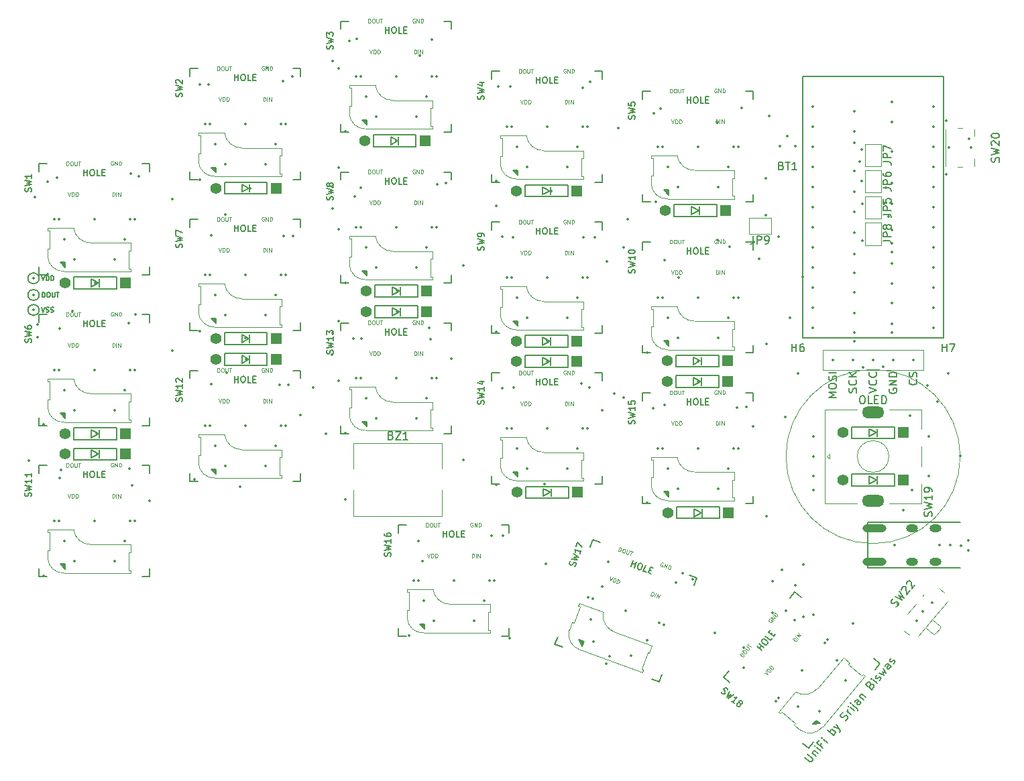
<source format=gbr>
%TF.GenerationSoftware,KiCad,Pcbnew,7.0.9*%
%TF.CreationDate,2024-05-06T02:44:53+05:30*%
%TF.ProjectId,UniFi,556e6946-692e-46b6-9963-61645f706362,rev?*%
%TF.SameCoordinates,Original*%
%TF.FileFunction,Legend,Top*%
%TF.FilePolarity,Positive*%
%FSLAX46Y46*%
G04 Gerber Fmt 4.6, Leading zero omitted, Abs format (unit mm)*
G04 Created by KiCad (PCBNEW 7.0.9) date 2024-05-06 02:44:53*
%MOMM*%
%LPD*%
G01*
G04 APERTURE LIST*
%ADD10C,0.150000*%
%ADD11C,0.127000*%
%ADD12C,0.100000*%
%ADD13C,0.152400*%
%ADD14C,0.160000*%
%ADD15C,0.120000*%
%ADD16R,1.397000X1.397000*%
%ADD17C,1.397000*%
%ADD18C,0.350000*%
%ADD19O,1.500000X1.000000*%
%ADD20O,3.000000X1.000000*%
%ADD21O,2.800000X1.500000*%
G04 APERTURE END LIST*
D10*
X162350708Y-144515545D02*
X162970839Y-145035897D01*
X162970839Y-145035897D02*
X163074405Y-145060637D01*
X163074405Y-145060637D02*
X163141492Y-145054767D01*
X163141492Y-145054767D02*
X163239188Y-145012420D01*
X163239188Y-145012420D02*
X163361624Y-144866506D01*
X163361624Y-144866506D02*
X163386364Y-144762941D01*
X163386364Y-144762941D02*
X163380494Y-144695854D01*
X163380494Y-144695854D02*
X163338147Y-144598158D01*
X163338147Y-144598158D02*
X162718015Y-144077806D01*
X163279453Y-143927285D02*
X163790149Y-144355810D01*
X163352409Y-143988503D02*
X163346540Y-143921416D01*
X163346540Y-143921416D02*
X163371280Y-143817850D01*
X163371280Y-143817850D02*
X163463106Y-143708415D01*
X163463106Y-143708415D02*
X163560803Y-143666068D01*
X163560803Y-143666068D02*
X163664368Y-143690807D01*
X163664368Y-143690807D02*
X164065630Y-144027505D01*
X164371719Y-143662722D02*
X163861023Y-143234197D01*
X163605674Y-143019935D02*
X163611544Y-143087022D01*
X163611544Y-143087022D02*
X163678631Y-143081153D01*
X163678631Y-143081153D02*
X163672762Y-143014065D01*
X163672762Y-143014065D02*
X163605674Y-143019935D01*
X163605674Y-143019935D02*
X163678631Y-143081153D01*
X164490809Y-142705893D02*
X164276547Y-142961241D01*
X164677808Y-143297940D02*
X163911764Y-142655152D01*
X163911764Y-142655152D02*
X164217853Y-142290369D01*
X165228769Y-142641330D02*
X164718073Y-142212805D01*
X164462724Y-141998542D02*
X164468594Y-142065630D01*
X164468594Y-142065630D02*
X164535681Y-142059760D01*
X164535681Y-142059760D02*
X164529812Y-141992673D01*
X164529812Y-141992673D02*
X164462724Y-141998542D01*
X164462724Y-141998542D02*
X164535681Y-142059760D01*
X166024601Y-141692894D02*
X165258557Y-141050107D01*
X165550383Y-141294978D02*
X165575123Y-141191412D01*
X165575123Y-141191412D02*
X165697558Y-141045499D01*
X165697558Y-141045499D02*
X165795254Y-141003152D01*
X165795254Y-141003152D02*
X165862342Y-140997282D01*
X165862342Y-140997282D02*
X165965907Y-141022022D01*
X165965907Y-141022022D02*
X166184777Y-141205675D01*
X166184777Y-141205675D02*
X166227125Y-141303372D01*
X166227125Y-141303372D02*
X166232994Y-141370459D01*
X166232994Y-141370459D02*
X166208255Y-141474024D01*
X166208255Y-141474024D02*
X166085819Y-141619938D01*
X166085819Y-141619938D02*
X165988123Y-141662285D01*
X166034257Y-140644238D02*
X166697998Y-140890371D01*
X166340346Y-140279455D02*
X166697998Y-140890371D01*
X166697998Y-140890371D02*
X166819171Y-141116373D01*
X166819171Y-141116373D02*
X166825041Y-141183460D01*
X166825041Y-141183460D02*
X166800301Y-141287025D01*
X167518570Y-139838369D02*
X167646875Y-139759543D01*
X167646875Y-139759543D02*
X167799920Y-139577152D01*
X167799920Y-139577152D02*
X167824659Y-139473586D01*
X167824659Y-139473586D02*
X167818790Y-139406499D01*
X167818790Y-139406499D02*
X167776442Y-139308803D01*
X167776442Y-139308803D02*
X167703485Y-139247585D01*
X167703485Y-139247585D02*
X167599920Y-139222846D01*
X167599920Y-139222846D02*
X167532833Y-139228715D01*
X167532833Y-139228715D02*
X167435136Y-139271063D01*
X167435136Y-139271063D02*
X167276222Y-139386367D01*
X167276222Y-139386367D02*
X167178526Y-139428715D01*
X167178526Y-139428715D02*
X167111439Y-139434584D01*
X167111439Y-139434584D02*
X167007873Y-139409844D01*
X167007873Y-139409844D02*
X166934917Y-139348627D01*
X166934917Y-139348627D02*
X166892569Y-139250930D01*
X166892569Y-139250930D02*
X166886700Y-139183843D01*
X166886700Y-139183843D02*
X166911439Y-139080278D01*
X166911439Y-139080278D02*
X167064484Y-138897886D01*
X167064484Y-138897886D02*
X167192789Y-138819060D01*
X168197836Y-139102934D02*
X167687139Y-138674409D01*
X167833053Y-138796845D02*
X167790705Y-138699148D01*
X167790705Y-138699148D02*
X167784836Y-138632061D01*
X167784836Y-138632061D02*
X167809575Y-138528496D01*
X167809575Y-138528496D02*
X167870793Y-138455539D01*
X168595752Y-138628716D02*
X168085056Y-138200191D01*
X167829708Y-137985928D02*
X167835577Y-138053015D01*
X167835577Y-138053015D02*
X167902664Y-138047146D01*
X167902664Y-138047146D02*
X167896795Y-137980059D01*
X167896795Y-137980059D02*
X167829708Y-137985928D01*
X167829708Y-137985928D02*
X167902664Y-138047146D01*
X168391145Y-137835408D02*
X169047754Y-138386369D01*
X169047754Y-138386369D02*
X169090102Y-138484065D01*
X169090102Y-138484065D02*
X169065362Y-138587630D01*
X169065362Y-138587630D02*
X169034754Y-138624109D01*
X168135797Y-137621145D02*
X168141666Y-137688233D01*
X168141666Y-137688233D02*
X168208753Y-137682363D01*
X168208753Y-137682363D02*
X168202884Y-137615276D01*
X168202884Y-137615276D02*
X168135797Y-137621145D01*
X168135797Y-137621145D02*
X168208753Y-137682363D01*
X169483411Y-137570845D02*
X169082149Y-137234147D01*
X169082149Y-137234147D02*
X168978584Y-137209408D01*
X168978584Y-137209408D02*
X168880887Y-137251755D01*
X168880887Y-137251755D02*
X168758452Y-137397669D01*
X168758452Y-137397669D02*
X168733712Y-137501234D01*
X169446932Y-137540237D02*
X169422193Y-137643802D01*
X169422193Y-137643802D02*
X169269148Y-137826194D01*
X169269148Y-137826194D02*
X169171452Y-137868541D01*
X169171452Y-137868541D02*
X169067886Y-137843802D01*
X169067886Y-137843802D02*
X168994930Y-137782584D01*
X168994930Y-137782584D02*
X168952582Y-137684888D01*
X168952582Y-137684888D02*
X168977322Y-137581322D01*
X168977322Y-137581322D02*
X169130366Y-137398931D01*
X169130366Y-137398931D02*
X169155106Y-137295365D01*
X169278804Y-136777537D02*
X169789500Y-137206062D01*
X169351760Y-136838755D02*
X169345891Y-136771668D01*
X169345891Y-136771668D02*
X169370630Y-136668102D01*
X169370630Y-136668102D02*
X169462457Y-136558667D01*
X169462457Y-136558667D02*
X169560153Y-136516320D01*
X169560153Y-136516320D02*
X169663719Y-136541059D01*
X169663719Y-136541059D02*
X170064980Y-136877758D01*
X170673814Y-135337275D02*
X170802119Y-135258449D01*
X170802119Y-135258449D02*
X170869206Y-135252580D01*
X170869206Y-135252580D02*
X170972772Y-135277319D01*
X170972772Y-135277319D02*
X171082207Y-135369146D01*
X171082207Y-135369146D02*
X171124555Y-135466842D01*
X171124555Y-135466842D02*
X171130424Y-135533929D01*
X171130424Y-135533929D02*
X171105684Y-135637495D01*
X171105684Y-135637495D02*
X170860813Y-135929321D01*
X170860813Y-135929321D02*
X170094768Y-135286534D01*
X170094768Y-135286534D02*
X170309031Y-135031186D01*
X170309031Y-135031186D02*
X170406727Y-134988838D01*
X170406727Y-134988838D02*
X170473814Y-134982969D01*
X170473814Y-134982969D02*
X170577380Y-135007708D01*
X170577380Y-135007708D02*
X170650337Y-135068926D01*
X170650337Y-135068926D02*
X170692684Y-135166622D01*
X170692684Y-135166622D02*
X170698554Y-135233709D01*
X170698554Y-135233709D02*
X170673814Y-135337275D01*
X170673814Y-135337275D02*
X170459551Y-135592623D01*
X171503600Y-135163277D02*
X170992904Y-134734752D01*
X170737556Y-134520489D02*
X170743425Y-134587577D01*
X170743425Y-134587577D02*
X170810513Y-134581707D01*
X170810513Y-134581707D02*
X170804643Y-134514620D01*
X170804643Y-134514620D02*
X170737556Y-134520489D01*
X170737556Y-134520489D02*
X170810513Y-134581707D01*
X171742602Y-134804364D02*
X171840298Y-134762016D01*
X171840298Y-134762016D02*
X171962734Y-134616103D01*
X171962734Y-134616103D02*
X171987474Y-134512537D01*
X171987474Y-134512537D02*
X171945126Y-134414841D01*
X171945126Y-134414841D02*
X171908648Y-134384232D01*
X171908648Y-134384232D02*
X171805082Y-134359492D01*
X171805082Y-134359492D02*
X171707386Y-134401840D01*
X171707386Y-134401840D02*
X171615559Y-134511275D01*
X171615559Y-134511275D02*
X171517863Y-134553623D01*
X171517863Y-134553623D02*
X171414297Y-134528883D01*
X171414297Y-134528883D02*
X171377819Y-134498274D01*
X171377819Y-134498274D02*
X171335471Y-134400578D01*
X171335471Y-134400578D02*
X171360211Y-134297013D01*
X171360211Y-134297013D02*
X171452038Y-134187578D01*
X171452038Y-134187578D02*
X171549734Y-134145230D01*
X171758127Y-133822794D02*
X172391259Y-134105406D01*
X172391259Y-134105406D02*
X172148912Y-133653404D01*
X172148912Y-133653404D02*
X172636131Y-133813580D01*
X172636131Y-133813580D02*
X172247870Y-133239141D01*
X173278918Y-133047535D02*
X172877657Y-132710837D01*
X172877657Y-132710837D02*
X172774091Y-132686098D01*
X172774091Y-132686098D02*
X172676395Y-132728445D01*
X172676395Y-132728445D02*
X172553960Y-132874358D01*
X172553960Y-132874358D02*
X172529220Y-132977924D01*
X173242440Y-133016926D02*
X173217701Y-133120492D01*
X173217701Y-133120492D02*
X173064656Y-133302884D01*
X173064656Y-133302884D02*
X172966960Y-133345231D01*
X172966960Y-133345231D02*
X172863394Y-133320492D01*
X172863394Y-133320492D02*
X172790438Y-133259274D01*
X172790438Y-133259274D02*
X172748090Y-133161578D01*
X172748090Y-133161578D02*
X172772829Y-133058012D01*
X172772829Y-133058012D02*
X172925874Y-132875621D01*
X172925874Y-132875621D02*
X172950614Y-132772055D01*
X173517921Y-132688622D02*
X173615617Y-132646274D01*
X173615617Y-132646274D02*
X173738052Y-132500361D01*
X173738052Y-132500361D02*
X173762792Y-132396795D01*
X173762792Y-132396795D02*
X173720444Y-132299099D01*
X173720444Y-132299099D02*
X173683966Y-132268490D01*
X173683966Y-132268490D02*
X173580400Y-132243750D01*
X173580400Y-132243750D02*
X173482704Y-132286098D01*
X173482704Y-132286098D02*
X173390878Y-132395533D01*
X173390878Y-132395533D02*
X173293181Y-132437881D01*
X173293181Y-132437881D02*
X173189616Y-132413141D01*
X173189616Y-132413141D02*
X173153137Y-132382532D01*
X173153137Y-132382532D02*
X173110790Y-132284836D01*
X173110790Y-132284836D02*
X173135529Y-132181271D01*
X173135529Y-132181271D02*
X173227356Y-132071836D01*
X173227356Y-132071836D02*
X173325052Y-132029488D01*
D11*
X66005209Y-87665808D02*
X66208409Y-88275408D01*
X66208409Y-88275408D02*
X66411609Y-87665808D01*
X66585780Y-88246380D02*
X66672866Y-88275408D01*
X66672866Y-88275408D02*
X66818008Y-88275408D01*
X66818008Y-88275408D02*
X66876066Y-88246380D01*
X66876066Y-88246380D02*
X66905094Y-88217351D01*
X66905094Y-88217351D02*
X66934123Y-88159294D01*
X66934123Y-88159294D02*
X66934123Y-88101237D01*
X66934123Y-88101237D02*
X66905094Y-88043180D01*
X66905094Y-88043180D02*
X66876066Y-88014151D01*
X66876066Y-88014151D02*
X66818008Y-87985122D01*
X66818008Y-87985122D02*
X66701894Y-87956094D01*
X66701894Y-87956094D02*
X66643837Y-87927065D01*
X66643837Y-87927065D02*
X66614808Y-87898037D01*
X66614808Y-87898037D02*
X66585780Y-87839980D01*
X66585780Y-87839980D02*
X66585780Y-87781922D01*
X66585780Y-87781922D02*
X66614808Y-87723865D01*
X66614808Y-87723865D02*
X66643837Y-87694837D01*
X66643837Y-87694837D02*
X66701894Y-87665808D01*
X66701894Y-87665808D02*
X66847037Y-87665808D01*
X66847037Y-87665808D02*
X66934123Y-87694837D01*
X67166351Y-88246380D02*
X67253437Y-88275408D01*
X67253437Y-88275408D02*
X67398579Y-88275408D01*
X67398579Y-88275408D02*
X67456637Y-88246380D01*
X67456637Y-88246380D02*
X67485665Y-88217351D01*
X67485665Y-88217351D02*
X67514694Y-88159294D01*
X67514694Y-88159294D02*
X67514694Y-88101237D01*
X67514694Y-88101237D02*
X67485665Y-88043180D01*
X67485665Y-88043180D02*
X67456637Y-88014151D01*
X67456637Y-88014151D02*
X67398579Y-87985122D01*
X67398579Y-87985122D02*
X67282465Y-87956094D01*
X67282465Y-87956094D02*
X67224408Y-87927065D01*
X67224408Y-87927065D02*
X67195379Y-87898037D01*
X67195379Y-87898037D02*
X67166351Y-87839980D01*
X67166351Y-87839980D02*
X67166351Y-87781922D01*
X67166351Y-87781922D02*
X67195379Y-87723865D01*
X67195379Y-87723865D02*
X67224408Y-87694837D01*
X67224408Y-87694837D02*
X67282465Y-87665808D01*
X67282465Y-87665808D02*
X67427608Y-87665808D01*
X67427608Y-87665808D02*
X67514694Y-87694837D01*
D12*
X145551934Y-63953609D02*
X145718600Y-64453609D01*
X145718600Y-64453609D02*
X145885267Y-63953609D01*
X146051933Y-64453609D02*
X146051933Y-63953609D01*
X146051933Y-63953609D02*
X146170981Y-63953609D01*
X146170981Y-63953609D02*
X146242409Y-63977419D01*
X146242409Y-63977419D02*
X146290028Y-64025038D01*
X146290028Y-64025038D02*
X146313838Y-64072657D01*
X146313838Y-64072657D02*
X146337647Y-64167895D01*
X146337647Y-64167895D02*
X146337647Y-64239323D01*
X146337647Y-64239323D02*
X146313838Y-64334561D01*
X146313838Y-64334561D02*
X146290028Y-64382180D01*
X146290028Y-64382180D02*
X146242409Y-64429800D01*
X146242409Y-64429800D02*
X146170981Y-64453609D01*
X146170981Y-64453609D02*
X146051933Y-64453609D01*
X146551933Y-64453609D02*
X146551933Y-63953609D01*
X146551933Y-63953609D02*
X146670981Y-63953609D01*
X146670981Y-63953609D02*
X146742409Y-63977419D01*
X146742409Y-63977419D02*
X146790028Y-64025038D01*
X146790028Y-64025038D02*
X146813838Y-64072657D01*
X146813838Y-64072657D02*
X146837647Y-64167895D01*
X146837647Y-64167895D02*
X146837647Y-64239323D01*
X146837647Y-64239323D02*
X146813838Y-64334561D01*
X146813838Y-64334561D02*
X146790028Y-64382180D01*
X146790028Y-64382180D02*
X146742409Y-64429800D01*
X146742409Y-64429800D02*
X146670981Y-64453609D01*
X146670981Y-64453609D02*
X146551933Y-64453609D01*
X151247647Y-60077419D02*
X151200028Y-60053609D01*
X151200028Y-60053609D02*
X151128599Y-60053609D01*
X151128599Y-60053609D02*
X151057171Y-60077419D01*
X151057171Y-60077419D02*
X151009552Y-60125038D01*
X151009552Y-60125038D02*
X150985742Y-60172657D01*
X150985742Y-60172657D02*
X150961933Y-60267895D01*
X150961933Y-60267895D02*
X150961933Y-60339323D01*
X150961933Y-60339323D02*
X150985742Y-60434561D01*
X150985742Y-60434561D02*
X151009552Y-60482180D01*
X151009552Y-60482180D02*
X151057171Y-60529800D01*
X151057171Y-60529800D02*
X151128599Y-60553609D01*
X151128599Y-60553609D02*
X151176218Y-60553609D01*
X151176218Y-60553609D02*
X151247647Y-60529800D01*
X151247647Y-60529800D02*
X151271456Y-60505990D01*
X151271456Y-60505990D02*
X151271456Y-60339323D01*
X151271456Y-60339323D02*
X151176218Y-60339323D01*
X151485742Y-60553609D02*
X151485742Y-60053609D01*
X151485742Y-60053609D02*
X151771456Y-60553609D01*
X151771456Y-60553609D02*
X151771456Y-60053609D01*
X152009552Y-60553609D02*
X152009552Y-60053609D01*
X152009552Y-60053609D02*
X152128600Y-60053609D01*
X152128600Y-60053609D02*
X152200028Y-60077419D01*
X152200028Y-60077419D02*
X152247647Y-60125038D01*
X152247647Y-60125038D02*
X152271457Y-60172657D01*
X152271457Y-60172657D02*
X152295266Y-60267895D01*
X152295266Y-60267895D02*
X152295266Y-60339323D01*
X152295266Y-60339323D02*
X152271457Y-60434561D01*
X152271457Y-60434561D02*
X152247647Y-60482180D01*
X152247647Y-60482180D02*
X152200028Y-60529800D01*
X152200028Y-60529800D02*
X152128600Y-60553609D01*
X152128600Y-60553609D02*
X152009552Y-60553609D01*
X145373361Y-60573609D02*
X145373361Y-60073609D01*
X145373361Y-60073609D02*
X145492409Y-60073609D01*
X145492409Y-60073609D02*
X145563837Y-60097419D01*
X145563837Y-60097419D02*
X145611456Y-60145038D01*
X145611456Y-60145038D02*
X145635266Y-60192657D01*
X145635266Y-60192657D02*
X145659075Y-60287895D01*
X145659075Y-60287895D02*
X145659075Y-60359323D01*
X145659075Y-60359323D02*
X145635266Y-60454561D01*
X145635266Y-60454561D02*
X145611456Y-60502180D01*
X145611456Y-60502180D02*
X145563837Y-60549800D01*
X145563837Y-60549800D02*
X145492409Y-60573609D01*
X145492409Y-60573609D02*
X145373361Y-60573609D01*
X145968599Y-60073609D02*
X146063837Y-60073609D01*
X146063837Y-60073609D02*
X146111456Y-60097419D01*
X146111456Y-60097419D02*
X146159075Y-60145038D01*
X146159075Y-60145038D02*
X146182885Y-60240276D01*
X146182885Y-60240276D02*
X146182885Y-60406942D01*
X146182885Y-60406942D02*
X146159075Y-60502180D01*
X146159075Y-60502180D02*
X146111456Y-60549800D01*
X146111456Y-60549800D02*
X146063837Y-60573609D01*
X146063837Y-60573609D02*
X145968599Y-60573609D01*
X145968599Y-60573609D02*
X145920980Y-60549800D01*
X145920980Y-60549800D02*
X145873361Y-60502180D01*
X145873361Y-60502180D02*
X145849552Y-60406942D01*
X145849552Y-60406942D02*
X145849552Y-60240276D01*
X145849552Y-60240276D02*
X145873361Y-60145038D01*
X145873361Y-60145038D02*
X145920980Y-60097419D01*
X145920980Y-60097419D02*
X145968599Y-60073609D01*
X146397171Y-60073609D02*
X146397171Y-60478371D01*
X146397171Y-60478371D02*
X146420981Y-60525990D01*
X146420981Y-60525990D02*
X146444790Y-60549800D01*
X146444790Y-60549800D02*
X146492409Y-60573609D01*
X146492409Y-60573609D02*
X146587647Y-60573609D01*
X146587647Y-60573609D02*
X146635266Y-60549800D01*
X146635266Y-60549800D02*
X146659076Y-60525990D01*
X146659076Y-60525990D02*
X146682885Y-60478371D01*
X146682885Y-60478371D02*
X146682885Y-60073609D01*
X146849553Y-60073609D02*
X147135267Y-60073609D01*
X146992410Y-60573609D02*
X146992410Y-60073609D01*
D13*
X140897987Y-63893732D02*
X140936691Y-63777618D01*
X140936691Y-63777618D02*
X140936691Y-63584094D01*
X140936691Y-63584094D02*
X140897987Y-63506685D01*
X140897987Y-63506685D02*
X140859282Y-63467980D01*
X140859282Y-63467980D02*
X140781872Y-63429275D01*
X140781872Y-63429275D02*
X140704463Y-63429275D01*
X140704463Y-63429275D02*
X140627053Y-63467980D01*
X140627053Y-63467980D02*
X140588348Y-63506685D01*
X140588348Y-63506685D02*
X140549644Y-63584094D01*
X140549644Y-63584094D02*
X140510939Y-63738913D01*
X140510939Y-63738913D02*
X140472234Y-63816323D01*
X140472234Y-63816323D02*
X140433529Y-63855028D01*
X140433529Y-63855028D02*
X140356120Y-63893732D01*
X140356120Y-63893732D02*
X140278710Y-63893732D01*
X140278710Y-63893732D02*
X140201301Y-63855028D01*
X140201301Y-63855028D02*
X140162596Y-63816323D01*
X140162596Y-63816323D02*
X140123891Y-63738913D01*
X140123891Y-63738913D02*
X140123891Y-63545390D01*
X140123891Y-63545390D02*
X140162596Y-63429275D01*
X140123891Y-63158342D02*
X140936691Y-62964818D01*
X140936691Y-62964818D02*
X140356120Y-62809999D01*
X140356120Y-62809999D02*
X140936691Y-62655180D01*
X140936691Y-62655180D02*
X140123891Y-62461657D01*
X140123891Y-61764971D02*
X140123891Y-62152019D01*
X140123891Y-62152019D02*
X140510939Y-62190723D01*
X140510939Y-62190723D02*
X140472234Y-62152019D01*
X140472234Y-62152019D02*
X140433529Y-62074609D01*
X140433529Y-62074609D02*
X140433529Y-61881085D01*
X140433529Y-61881085D02*
X140472234Y-61803676D01*
X140472234Y-61803676D02*
X140510939Y-61764971D01*
X140510939Y-61764971D02*
X140588348Y-61726266D01*
X140588348Y-61726266D02*
X140781872Y-61726266D01*
X140781872Y-61726266D02*
X140859282Y-61764971D01*
X140859282Y-61764971D02*
X140897987Y-61803676D01*
X140897987Y-61803676D02*
X140936691Y-61881085D01*
X140936691Y-61881085D02*
X140936691Y-62074609D01*
X140936691Y-62074609D02*
X140897987Y-62152019D01*
X140897987Y-62152019D02*
X140859282Y-62190723D01*
D12*
X151156695Y-64453609D02*
X151156695Y-63953609D01*
X151156695Y-63953609D02*
X151275743Y-63953609D01*
X151275743Y-63953609D02*
X151347171Y-63977419D01*
X151347171Y-63977419D02*
X151394790Y-64025038D01*
X151394790Y-64025038D02*
X151418600Y-64072657D01*
X151418600Y-64072657D02*
X151442409Y-64167895D01*
X151442409Y-64167895D02*
X151442409Y-64239323D01*
X151442409Y-64239323D02*
X151418600Y-64334561D01*
X151418600Y-64334561D02*
X151394790Y-64382180D01*
X151394790Y-64382180D02*
X151347171Y-64429800D01*
X151347171Y-64429800D02*
X151275743Y-64453609D01*
X151275743Y-64453609D02*
X151156695Y-64453609D01*
X151656695Y-64453609D02*
X151656695Y-63953609D01*
X151894790Y-64453609D02*
X151894790Y-63953609D01*
X151894790Y-63953609D02*
X152180504Y-64453609D01*
X152180504Y-64453609D02*
X152180504Y-63953609D01*
D10*
X147545267Y-61880295D02*
X147545267Y-61080295D01*
X147545267Y-61461247D02*
X148002410Y-61461247D01*
X148002410Y-61880295D02*
X148002410Y-61080295D01*
X148535743Y-61080295D02*
X148688124Y-61080295D01*
X148688124Y-61080295D02*
X148764314Y-61118390D01*
X148764314Y-61118390D02*
X148840505Y-61194580D01*
X148840505Y-61194580D02*
X148878600Y-61346961D01*
X148878600Y-61346961D02*
X148878600Y-61613628D01*
X148878600Y-61613628D02*
X148840505Y-61766009D01*
X148840505Y-61766009D02*
X148764314Y-61842200D01*
X148764314Y-61842200D02*
X148688124Y-61880295D01*
X148688124Y-61880295D02*
X148535743Y-61880295D01*
X148535743Y-61880295D02*
X148459552Y-61842200D01*
X148459552Y-61842200D02*
X148383362Y-61766009D01*
X148383362Y-61766009D02*
X148345266Y-61613628D01*
X148345266Y-61613628D02*
X148345266Y-61346961D01*
X148345266Y-61346961D02*
X148383362Y-61194580D01*
X148383362Y-61194580D02*
X148459552Y-61118390D01*
X148459552Y-61118390D02*
X148535743Y-61080295D01*
X149602409Y-61880295D02*
X149221457Y-61880295D01*
X149221457Y-61880295D02*
X149221457Y-61080295D01*
X149869076Y-61461247D02*
X150135742Y-61461247D01*
X150250028Y-61880295D02*
X149869076Y-61880295D01*
X149869076Y-61880295D02*
X149869076Y-61080295D01*
X149869076Y-61080295D02*
X150250028Y-61080295D01*
X173908851Y-125479798D02*
X174037156Y-125400972D01*
X174037156Y-125400972D02*
X174190201Y-125218581D01*
X174190201Y-125218581D02*
X174214941Y-125115015D01*
X174214941Y-125115015D02*
X174209071Y-125047928D01*
X174209071Y-125047928D02*
X174166724Y-124950232D01*
X174166724Y-124950232D02*
X174093767Y-124889014D01*
X174093767Y-124889014D02*
X173990201Y-124864274D01*
X173990201Y-124864274D02*
X173923114Y-124870144D01*
X173923114Y-124870144D02*
X173825418Y-124912491D01*
X173825418Y-124912491D02*
X173666504Y-125027796D01*
X173666504Y-125027796D02*
X173568808Y-125070143D01*
X173568808Y-125070143D02*
X173501721Y-125076013D01*
X173501721Y-125076013D02*
X173398155Y-125051273D01*
X173398155Y-125051273D02*
X173325198Y-124990055D01*
X173325198Y-124990055D02*
X173282851Y-124892359D01*
X173282851Y-124892359D02*
X173276981Y-124825272D01*
X173276981Y-124825272D02*
X173301721Y-124721706D01*
X173301721Y-124721706D02*
X173454766Y-124539315D01*
X173454766Y-124539315D02*
X173583071Y-124460489D01*
X173760855Y-124174532D02*
X174679944Y-124634928D01*
X174679944Y-124634928D02*
X174255205Y-124029881D01*
X174255205Y-124029881D02*
X174924816Y-124343101D01*
X174924816Y-124343101D02*
X174311816Y-123517922D01*
X174599035Y-123323792D02*
X174593165Y-123256705D01*
X174593165Y-123256705D02*
X174617905Y-123153139D01*
X174617905Y-123153139D02*
X174770950Y-122970748D01*
X174770950Y-122970748D02*
X174868646Y-122928400D01*
X174868646Y-122928400D02*
X174935733Y-122922531D01*
X174935733Y-122922531D02*
X175039299Y-122947270D01*
X175039299Y-122947270D02*
X175112255Y-123008488D01*
X175112255Y-123008488D02*
X175191081Y-123136793D01*
X175191081Y-123136793D02*
X175261514Y-123941840D01*
X175261514Y-123941840D02*
X175659430Y-123467622D01*
X175211214Y-122594226D02*
X175205344Y-122527139D01*
X175205344Y-122527139D02*
X175230084Y-122423573D01*
X175230084Y-122423573D02*
X175383128Y-122241182D01*
X175383128Y-122241182D02*
X175480825Y-122198834D01*
X175480825Y-122198834D02*
X175547912Y-122192964D01*
X175547912Y-122192964D02*
X175651477Y-122217704D01*
X175651477Y-122217704D02*
X175724434Y-122278922D01*
X175724434Y-122278922D02*
X175803260Y-122407227D01*
X175803260Y-122407227D02*
X175873692Y-123212274D01*
X175873692Y-123212274D02*
X176271609Y-122738056D01*
X179738095Y-93254819D02*
X179738095Y-92254819D01*
X179738095Y-92731009D02*
X180309523Y-92731009D01*
X180309523Y-93254819D02*
X180309523Y-92254819D01*
X180690476Y-92254819D02*
X181357142Y-92254819D01*
X181357142Y-92254819D02*
X180928571Y-93254819D01*
X172254819Y-79233333D02*
X172969104Y-79233333D01*
X172969104Y-79233333D02*
X173111961Y-79280952D01*
X173111961Y-79280952D02*
X173207200Y-79376190D01*
X173207200Y-79376190D02*
X173254819Y-79519047D01*
X173254819Y-79519047D02*
X173254819Y-79614285D01*
X173254819Y-78757142D02*
X172254819Y-78757142D01*
X172254819Y-78757142D02*
X172254819Y-78376190D01*
X172254819Y-78376190D02*
X172302438Y-78280952D01*
X172302438Y-78280952D02*
X172350057Y-78233333D01*
X172350057Y-78233333D02*
X172445295Y-78185714D01*
X172445295Y-78185714D02*
X172588152Y-78185714D01*
X172588152Y-78185714D02*
X172683390Y-78233333D01*
X172683390Y-78233333D02*
X172731009Y-78280952D01*
X172731009Y-78280952D02*
X172778628Y-78376190D01*
X172778628Y-78376190D02*
X172778628Y-78757142D01*
X172683390Y-77614285D02*
X172635771Y-77709523D01*
X172635771Y-77709523D02*
X172588152Y-77757142D01*
X172588152Y-77757142D02*
X172492914Y-77804761D01*
X172492914Y-77804761D02*
X172445295Y-77804761D01*
X172445295Y-77804761D02*
X172350057Y-77757142D01*
X172350057Y-77757142D02*
X172302438Y-77709523D01*
X172302438Y-77709523D02*
X172254819Y-77614285D01*
X172254819Y-77614285D02*
X172254819Y-77423809D01*
X172254819Y-77423809D02*
X172302438Y-77328571D01*
X172302438Y-77328571D02*
X172350057Y-77280952D01*
X172350057Y-77280952D02*
X172445295Y-77233333D01*
X172445295Y-77233333D02*
X172492914Y-77233333D01*
X172492914Y-77233333D02*
X172588152Y-77280952D01*
X172588152Y-77280952D02*
X172635771Y-77328571D01*
X172635771Y-77328571D02*
X172683390Y-77423809D01*
X172683390Y-77423809D02*
X172683390Y-77614285D01*
X172683390Y-77614285D02*
X172731009Y-77709523D01*
X172731009Y-77709523D02*
X172778628Y-77757142D01*
X172778628Y-77757142D02*
X172873866Y-77804761D01*
X172873866Y-77804761D02*
X173064342Y-77804761D01*
X173064342Y-77804761D02*
X173159580Y-77757142D01*
X173159580Y-77757142D02*
X173207200Y-77709523D01*
X173207200Y-77709523D02*
X173254819Y-77614285D01*
X173254819Y-77614285D02*
X173254819Y-77423809D01*
X173254819Y-77423809D02*
X173207200Y-77328571D01*
X173207200Y-77328571D02*
X173159580Y-77280952D01*
X173159580Y-77280952D02*
X173064342Y-77233333D01*
X173064342Y-77233333D02*
X172873866Y-77233333D01*
X172873866Y-77233333D02*
X172778628Y-77280952D01*
X172778628Y-77280952D02*
X172731009Y-77328571D01*
X172731009Y-77328571D02*
X172683390Y-77423809D01*
D11*
X66005209Y-83665808D02*
X66208409Y-84275408D01*
X66208409Y-84275408D02*
X66411609Y-83665808D01*
X66614808Y-84275408D02*
X66614808Y-83665808D01*
X66614808Y-83665808D02*
X66759951Y-83665808D01*
X66759951Y-83665808D02*
X66847037Y-83694837D01*
X66847037Y-83694837D02*
X66905094Y-83752894D01*
X66905094Y-83752894D02*
X66934123Y-83810951D01*
X66934123Y-83810951D02*
X66963151Y-83927065D01*
X66963151Y-83927065D02*
X66963151Y-84014151D01*
X66963151Y-84014151D02*
X66934123Y-84130265D01*
X66934123Y-84130265D02*
X66905094Y-84188322D01*
X66905094Y-84188322D02*
X66847037Y-84246380D01*
X66847037Y-84246380D02*
X66759951Y-84275408D01*
X66759951Y-84275408D02*
X66614808Y-84275408D01*
X67224408Y-84275408D02*
X67224408Y-83665808D01*
X67224408Y-83665808D02*
X67369551Y-83665808D01*
X67369551Y-83665808D02*
X67456637Y-83694837D01*
X67456637Y-83694837D02*
X67514694Y-83752894D01*
X67514694Y-83752894D02*
X67543723Y-83810951D01*
X67543723Y-83810951D02*
X67572751Y-83927065D01*
X67572751Y-83927065D02*
X67572751Y-84014151D01*
X67572751Y-84014151D02*
X67543723Y-84130265D01*
X67543723Y-84130265D02*
X67514694Y-84188322D01*
X67514694Y-84188322D02*
X67456637Y-84246380D01*
X67456637Y-84246380D02*
X67369551Y-84275408D01*
X67369551Y-84275408D02*
X67224408Y-84275408D01*
X66092294Y-86375408D02*
X66092294Y-85765808D01*
X66092294Y-85765808D02*
X66237437Y-85765808D01*
X66237437Y-85765808D02*
X66324523Y-85794837D01*
X66324523Y-85794837D02*
X66382580Y-85852894D01*
X66382580Y-85852894D02*
X66411609Y-85910951D01*
X66411609Y-85910951D02*
X66440637Y-86027065D01*
X66440637Y-86027065D02*
X66440637Y-86114151D01*
X66440637Y-86114151D02*
X66411609Y-86230265D01*
X66411609Y-86230265D02*
X66382580Y-86288322D01*
X66382580Y-86288322D02*
X66324523Y-86346380D01*
X66324523Y-86346380D02*
X66237437Y-86375408D01*
X66237437Y-86375408D02*
X66092294Y-86375408D01*
X66818009Y-85765808D02*
X66934123Y-85765808D01*
X66934123Y-85765808D02*
X66992180Y-85794837D01*
X66992180Y-85794837D02*
X67050237Y-85852894D01*
X67050237Y-85852894D02*
X67079266Y-85969008D01*
X67079266Y-85969008D02*
X67079266Y-86172208D01*
X67079266Y-86172208D02*
X67050237Y-86288322D01*
X67050237Y-86288322D02*
X66992180Y-86346380D01*
X66992180Y-86346380D02*
X66934123Y-86375408D01*
X66934123Y-86375408D02*
X66818009Y-86375408D01*
X66818009Y-86375408D02*
X66759952Y-86346380D01*
X66759952Y-86346380D02*
X66701894Y-86288322D01*
X66701894Y-86288322D02*
X66672866Y-86172208D01*
X66672866Y-86172208D02*
X66672866Y-85969008D01*
X66672866Y-85969008D02*
X66701894Y-85852894D01*
X66701894Y-85852894D02*
X66759952Y-85794837D01*
X66759952Y-85794837D02*
X66818009Y-85765808D01*
X67340523Y-85765808D02*
X67340523Y-86259294D01*
X67340523Y-86259294D02*
X67369552Y-86317351D01*
X67369552Y-86317351D02*
X67398581Y-86346380D01*
X67398581Y-86346380D02*
X67456638Y-86375408D01*
X67456638Y-86375408D02*
X67572752Y-86375408D01*
X67572752Y-86375408D02*
X67630809Y-86346380D01*
X67630809Y-86346380D02*
X67659838Y-86317351D01*
X67659838Y-86317351D02*
X67688866Y-86259294D01*
X67688866Y-86259294D02*
X67688866Y-85765808D01*
X67892067Y-85765808D02*
X68240410Y-85765808D01*
X68066238Y-86375408D02*
X68066238Y-85765808D01*
D12*
X126501934Y-99553609D02*
X126668600Y-100053609D01*
X126668600Y-100053609D02*
X126835267Y-99553609D01*
X127001933Y-100053609D02*
X127001933Y-99553609D01*
X127001933Y-99553609D02*
X127120981Y-99553609D01*
X127120981Y-99553609D02*
X127192409Y-99577419D01*
X127192409Y-99577419D02*
X127240028Y-99625038D01*
X127240028Y-99625038D02*
X127263838Y-99672657D01*
X127263838Y-99672657D02*
X127287647Y-99767895D01*
X127287647Y-99767895D02*
X127287647Y-99839323D01*
X127287647Y-99839323D02*
X127263838Y-99934561D01*
X127263838Y-99934561D02*
X127240028Y-99982180D01*
X127240028Y-99982180D02*
X127192409Y-100029800D01*
X127192409Y-100029800D02*
X127120981Y-100053609D01*
X127120981Y-100053609D02*
X127001933Y-100053609D01*
X127501933Y-100053609D02*
X127501933Y-99553609D01*
X127501933Y-99553609D02*
X127620981Y-99553609D01*
X127620981Y-99553609D02*
X127692409Y-99577419D01*
X127692409Y-99577419D02*
X127740028Y-99625038D01*
X127740028Y-99625038D02*
X127763838Y-99672657D01*
X127763838Y-99672657D02*
X127787647Y-99767895D01*
X127787647Y-99767895D02*
X127787647Y-99839323D01*
X127787647Y-99839323D02*
X127763838Y-99934561D01*
X127763838Y-99934561D02*
X127740028Y-99982180D01*
X127740028Y-99982180D02*
X127692409Y-100029800D01*
X127692409Y-100029800D02*
X127620981Y-100053609D01*
X127620981Y-100053609D02*
X127501933Y-100053609D01*
X132106695Y-100053609D02*
X132106695Y-99553609D01*
X132106695Y-99553609D02*
X132225743Y-99553609D01*
X132225743Y-99553609D02*
X132297171Y-99577419D01*
X132297171Y-99577419D02*
X132344790Y-99625038D01*
X132344790Y-99625038D02*
X132368600Y-99672657D01*
X132368600Y-99672657D02*
X132392409Y-99767895D01*
X132392409Y-99767895D02*
X132392409Y-99839323D01*
X132392409Y-99839323D02*
X132368600Y-99934561D01*
X132368600Y-99934561D02*
X132344790Y-99982180D01*
X132344790Y-99982180D02*
X132297171Y-100029800D01*
X132297171Y-100029800D02*
X132225743Y-100053609D01*
X132225743Y-100053609D02*
X132106695Y-100053609D01*
X132606695Y-100053609D02*
X132606695Y-99553609D01*
X132844790Y-100053609D02*
X132844790Y-99553609D01*
X132844790Y-99553609D02*
X133130504Y-100053609D01*
X133130504Y-100053609D02*
X133130504Y-99553609D01*
X132197647Y-95677419D02*
X132150028Y-95653609D01*
X132150028Y-95653609D02*
X132078599Y-95653609D01*
X132078599Y-95653609D02*
X132007171Y-95677419D01*
X132007171Y-95677419D02*
X131959552Y-95725038D01*
X131959552Y-95725038D02*
X131935742Y-95772657D01*
X131935742Y-95772657D02*
X131911933Y-95867895D01*
X131911933Y-95867895D02*
X131911933Y-95939323D01*
X131911933Y-95939323D02*
X131935742Y-96034561D01*
X131935742Y-96034561D02*
X131959552Y-96082180D01*
X131959552Y-96082180D02*
X132007171Y-96129800D01*
X132007171Y-96129800D02*
X132078599Y-96153609D01*
X132078599Y-96153609D02*
X132126218Y-96153609D01*
X132126218Y-96153609D02*
X132197647Y-96129800D01*
X132197647Y-96129800D02*
X132221456Y-96105990D01*
X132221456Y-96105990D02*
X132221456Y-95939323D01*
X132221456Y-95939323D02*
X132126218Y-95939323D01*
X132435742Y-96153609D02*
X132435742Y-95653609D01*
X132435742Y-95653609D02*
X132721456Y-96153609D01*
X132721456Y-96153609D02*
X132721456Y-95653609D01*
X132959552Y-96153609D02*
X132959552Y-95653609D01*
X132959552Y-95653609D02*
X133078600Y-95653609D01*
X133078600Y-95653609D02*
X133150028Y-95677419D01*
X133150028Y-95677419D02*
X133197647Y-95725038D01*
X133197647Y-95725038D02*
X133221457Y-95772657D01*
X133221457Y-95772657D02*
X133245266Y-95867895D01*
X133245266Y-95867895D02*
X133245266Y-95939323D01*
X133245266Y-95939323D02*
X133221457Y-96034561D01*
X133221457Y-96034561D02*
X133197647Y-96082180D01*
X133197647Y-96082180D02*
X133150028Y-96129800D01*
X133150028Y-96129800D02*
X133078600Y-96153609D01*
X133078600Y-96153609D02*
X132959552Y-96153609D01*
D10*
X128495267Y-97480295D02*
X128495267Y-96680295D01*
X128495267Y-97061247D02*
X128952410Y-97061247D01*
X128952410Y-97480295D02*
X128952410Y-96680295D01*
X129485743Y-96680295D02*
X129638124Y-96680295D01*
X129638124Y-96680295D02*
X129714314Y-96718390D01*
X129714314Y-96718390D02*
X129790505Y-96794580D01*
X129790505Y-96794580D02*
X129828600Y-96946961D01*
X129828600Y-96946961D02*
X129828600Y-97213628D01*
X129828600Y-97213628D02*
X129790505Y-97366009D01*
X129790505Y-97366009D02*
X129714314Y-97442200D01*
X129714314Y-97442200D02*
X129638124Y-97480295D01*
X129638124Y-97480295D02*
X129485743Y-97480295D01*
X129485743Y-97480295D02*
X129409552Y-97442200D01*
X129409552Y-97442200D02*
X129333362Y-97366009D01*
X129333362Y-97366009D02*
X129295266Y-97213628D01*
X129295266Y-97213628D02*
X129295266Y-96946961D01*
X129295266Y-96946961D02*
X129333362Y-96794580D01*
X129333362Y-96794580D02*
X129409552Y-96718390D01*
X129409552Y-96718390D02*
X129485743Y-96680295D01*
X130552409Y-97480295D02*
X130171457Y-97480295D01*
X130171457Y-97480295D02*
X130171457Y-96680295D01*
X130819076Y-97061247D02*
X131085742Y-97061247D01*
X131200028Y-97480295D02*
X130819076Y-97480295D01*
X130819076Y-97480295D02*
X130819076Y-96680295D01*
X130819076Y-96680295D02*
X131200028Y-96680295D01*
D13*
X121847987Y-99880779D02*
X121886691Y-99764665D01*
X121886691Y-99764665D02*
X121886691Y-99571141D01*
X121886691Y-99571141D02*
X121847987Y-99493732D01*
X121847987Y-99493732D02*
X121809282Y-99455027D01*
X121809282Y-99455027D02*
X121731872Y-99416322D01*
X121731872Y-99416322D02*
X121654463Y-99416322D01*
X121654463Y-99416322D02*
X121577053Y-99455027D01*
X121577053Y-99455027D02*
X121538348Y-99493732D01*
X121538348Y-99493732D02*
X121499644Y-99571141D01*
X121499644Y-99571141D02*
X121460939Y-99725960D01*
X121460939Y-99725960D02*
X121422234Y-99803370D01*
X121422234Y-99803370D02*
X121383529Y-99842075D01*
X121383529Y-99842075D02*
X121306120Y-99880779D01*
X121306120Y-99880779D02*
X121228710Y-99880779D01*
X121228710Y-99880779D02*
X121151301Y-99842075D01*
X121151301Y-99842075D02*
X121112596Y-99803370D01*
X121112596Y-99803370D02*
X121073891Y-99725960D01*
X121073891Y-99725960D02*
X121073891Y-99532437D01*
X121073891Y-99532437D02*
X121112596Y-99416322D01*
X121073891Y-99145389D02*
X121886691Y-98951865D01*
X121886691Y-98951865D02*
X121306120Y-98797046D01*
X121306120Y-98797046D02*
X121886691Y-98642227D01*
X121886691Y-98642227D02*
X121073891Y-98448704D01*
X121886691Y-97713313D02*
X121886691Y-98177770D01*
X121886691Y-97945542D02*
X121073891Y-97945542D01*
X121073891Y-97945542D02*
X121190006Y-98022951D01*
X121190006Y-98022951D02*
X121267415Y-98100361D01*
X121267415Y-98100361D02*
X121306120Y-98177770D01*
X121344825Y-97016628D02*
X121886691Y-97016628D01*
X121035187Y-97210152D02*
X121615758Y-97403675D01*
X121615758Y-97403675D02*
X121615758Y-96900514D01*
D12*
X126323361Y-96173609D02*
X126323361Y-95673609D01*
X126323361Y-95673609D02*
X126442409Y-95673609D01*
X126442409Y-95673609D02*
X126513837Y-95697419D01*
X126513837Y-95697419D02*
X126561456Y-95745038D01*
X126561456Y-95745038D02*
X126585266Y-95792657D01*
X126585266Y-95792657D02*
X126609075Y-95887895D01*
X126609075Y-95887895D02*
X126609075Y-95959323D01*
X126609075Y-95959323D02*
X126585266Y-96054561D01*
X126585266Y-96054561D02*
X126561456Y-96102180D01*
X126561456Y-96102180D02*
X126513837Y-96149800D01*
X126513837Y-96149800D02*
X126442409Y-96173609D01*
X126442409Y-96173609D02*
X126323361Y-96173609D01*
X126918599Y-95673609D02*
X127013837Y-95673609D01*
X127013837Y-95673609D02*
X127061456Y-95697419D01*
X127061456Y-95697419D02*
X127109075Y-95745038D01*
X127109075Y-95745038D02*
X127132885Y-95840276D01*
X127132885Y-95840276D02*
X127132885Y-96006942D01*
X127132885Y-96006942D02*
X127109075Y-96102180D01*
X127109075Y-96102180D02*
X127061456Y-96149800D01*
X127061456Y-96149800D02*
X127013837Y-96173609D01*
X127013837Y-96173609D02*
X126918599Y-96173609D01*
X126918599Y-96173609D02*
X126870980Y-96149800D01*
X126870980Y-96149800D02*
X126823361Y-96102180D01*
X126823361Y-96102180D02*
X126799552Y-96006942D01*
X126799552Y-96006942D02*
X126799552Y-95840276D01*
X126799552Y-95840276D02*
X126823361Y-95745038D01*
X126823361Y-95745038D02*
X126870980Y-95697419D01*
X126870980Y-95697419D02*
X126918599Y-95673609D01*
X127347171Y-95673609D02*
X127347171Y-96078371D01*
X127347171Y-96078371D02*
X127370981Y-96125990D01*
X127370981Y-96125990D02*
X127394790Y-96149800D01*
X127394790Y-96149800D02*
X127442409Y-96173609D01*
X127442409Y-96173609D02*
X127537647Y-96173609D01*
X127537647Y-96173609D02*
X127585266Y-96149800D01*
X127585266Y-96149800D02*
X127609076Y-96125990D01*
X127609076Y-96125990D02*
X127632885Y-96078371D01*
X127632885Y-96078371D02*
X127632885Y-95673609D01*
X127799553Y-95673609D02*
X128085267Y-95673609D01*
X127942410Y-96173609D02*
X127942410Y-95673609D01*
D13*
X151834524Y-136248071D02*
X151898594Y-136352358D01*
X151898594Y-136352358D02*
X152046841Y-136476753D01*
X152046841Y-136476753D02*
X152131019Y-136496861D01*
X152131019Y-136496861D02*
X152185548Y-136492090D01*
X152185548Y-136492090D02*
X152264955Y-136457670D01*
X152264955Y-136457670D02*
X152314713Y-136398371D01*
X152314713Y-136398371D02*
X152334822Y-136314193D01*
X152334822Y-136314193D02*
X152330051Y-136259664D01*
X152330051Y-136259664D02*
X152295631Y-136180257D01*
X152295631Y-136180257D02*
X152201911Y-136051092D01*
X152201911Y-136051092D02*
X152167491Y-135971684D01*
X152167491Y-135971684D02*
X152162721Y-135917156D01*
X152162721Y-135917156D02*
X152182829Y-135832978D01*
X152182829Y-135832978D02*
X152232587Y-135773678D01*
X152232587Y-135773678D02*
X152311994Y-135739258D01*
X152311994Y-135739258D02*
X152366523Y-135734488D01*
X152366523Y-135734488D02*
X152450701Y-135754596D01*
X152450701Y-135754596D02*
X152598949Y-135878991D01*
X152598949Y-135878991D02*
X152663019Y-135983277D01*
X152895444Y-136127780D02*
X152521234Y-136874815D01*
X152521234Y-136874815D02*
X153013017Y-136529588D01*
X153013017Y-136529588D02*
X152758431Y-137073847D01*
X152758431Y-137073847D02*
X153429136Y-136575601D01*
X153470020Y-137670941D02*
X153114225Y-137372394D01*
X153292123Y-137521668D02*
X153814581Y-136899027D01*
X153814581Y-136899027D02*
X153680645Y-136938218D01*
X153680645Y-136938218D02*
X153571588Y-136947759D01*
X153571588Y-136947759D02*
X153487410Y-136927651D01*
X154124362Y-137613694D02*
X154089942Y-137534286D01*
X154089942Y-137534286D02*
X154085171Y-137479758D01*
X154085171Y-137479758D02*
X154105280Y-137395580D01*
X154105280Y-137395580D02*
X154130159Y-137365930D01*
X154130159Y-137365930D02*
X154209566Y-137331510D01*
X154209566Y-137331510D02*
X154264095Y-137326739D01*
X154264095Y-137326739D02*
X154348273Y-137346848D01*
X154348273Y-137346848D02*
X154466871Y-137446363D01*
X154466871Y-137446363D02*
X154501291Y-137525771D01*
X154501291Y-137525771D02*
X154506062Y-137580299D01*
X154506062Y-137580299D02*
X154485953Y-137664477D01*
X154485953Y-137664477D02*
X154461074Y-137694127D01*
X154461074Y-137694127D02*
X154381667Y-137728547D01*
X154381667Y-137728547D02*
X154327139Y-137733318D01*
X154327139Y-137733318D02*
X154242960Y-137713209D01*
X154242960Y-137713209D02*
X154124362Y-137613694D01*
X154124362Y-137613694D02*
X154040184Y-137593585D01*
X154040184Y-137593585D02*
X153985656Y-137598356D01*
X153985656Y-137598356D02*
X153906248Y-137632776D01*
X153906248Y-137632776D02*
X153806732Y-137751375D01*
X153806732Y-137751375D02*
X153786624Y-137835553D01*
X153786624Y-137835553D02*
X153791395Y-137890081D01*
X153791395Y-137890081D02*
X153825815Y-137969489D01*
X153825815Y-137969489D02*
X153944413Y-138069004D01*
X153944413Y-138069004D02*
X154028591Y-138089113D01*
X154028591Y-138089113D02*
X154083120Y-138084342D01*
X154083120Y-138084342D02*
X154162527Y-138049922D01*
X154162527Y-138049922D02*
X154262043Y-137931324D01*
X154262043Y-137931324D02*
X154282151Y-137847145D01*
X154282151Y-137847145D02*
X154277381Y-137792617D01*
X154277381Y-137792617D02*
X154242960Y-137713209D01*
D12*
X154548199Y-131822960D02*
X154165176Y-131501566D01*
X154165176Y-131501566D02*
X154241699Y-131410370D01*
X154241699Y-131410370D02*
X154305851Y-131370957D01*
X154305851Y-131370957D02*
X154372939Y-131365088D01*
X154372939Y-131365088D02*
X154424721Y-131377458D01*
X154424721Y-131377458D02*
X154512982Y-131420436D01*
X154512982Y-131420436D02*
X154567700Y-131466350D01*
X154567700Y-131466350D02*
X154625352Y-131545807D01*
X154625352Y-131545807D02*
X154646526Y-131594655D01*
X154646526Y-131594655D02*
X154652395Y-131661742D01*
X154652395Y-131661742D02*
X154624721Y-131731764D01*
X154624721Y-131731764D02*
X154548199Y-131822960D01*
X154547788Y-131045587D02*
X154609006Y-130972630D01*
X154609006Y-130972630D02*
X154657854Y-130951457D01*
X154657854Y-130951457D02*
X154724941Y-130945587D01*
X154724941Y-130945587D02*
X154813202Y-130988566D01*
X154813202Y-130988566D02*
X154940876Y-131095697D01*
X154940876Y-131095697D02*
X154998529Y-131175154D01*
X154998529Y-131175154D02*
X155004398Y-131242241D01*
X155004398Y-131242241D02*
X154992028Y-131294024D01*
X154992028Y-131294024D02*
X154930810Y-131366981D01*
X154930810Y-131366981D02*
X154881962Y-131388155D01*
X154881962Y-131388155D02*
X154814875Y-131394024D01*
X154814875Y-131394024D02*
X154726614Y-131351045D01*
X154726614Y-131351045D02*
X154598940Y-131243914D01*
X154598940Y-131243914D02*
X154541288Y-131164457D01*
X154541288Y-131164457D02*
X154535418Y-131097370D01*
X154535418Y-131097370D02*
X154547788Y-131045587D01*
X154823269Y-130717282D02*
X155133334Y-130977458D01*
X155133334Y-130977458D02*
X155185117Y-130989828D01*
X155185117Y-130989828D02*
X155218661Y-130986893D01*
X155218661Y-130986893D02*
X155267509Y-130965719D01*
X155267509Y-130965719D02*
X155328727Y-130892763D01*
X155328727Y-130892763D02*
X155341097Y-130840980D01*
X155341097Y-130840980D02*
X155338162Y-130807436D01*
X155338162Y-130807436D02*
X155316988Y-130758588D01*
X155316988Y-130758588D02*
X155006922Y-130498412D01*
X155114054Y-130370738D02*
X155297708Y-130151868D01*
X155588903Y-130582697D02*
X155205881Y-130261303D01*
D10*
X156945252Y-130999106D02*
X156332416Y-130484875D01*
X156624243Y-130729747D02*
X156918089Y-130379555D01*
X157239098Y-130648914D02*
X156626262Y-130134684D01*
X156969082Y-129726127D02*
X157067031Y-129609396D01*
X157067031Y-129609396D02*
X157145188Y-129575518D01*
X157145188Y-129575518D02*
X157252527Y-129566127D01*
X157252527Y-129566127D02*
X157393745Y-129634893D01*
X157393745Y-129634893D02*
X157598023Y-129806303D01*
X157598023Y-129806303D02*
X157690267Y-129933434D01*
X157690267Y-129933434D02*
X157699658Y-130040774D01*
X157699658Y-130040774D02*
X157679866Y-130123626D01*
X157679866Y-130123626D02*
X157581918Y-130240357D01*
X157581918Y-130240357D02*
X157503761Y-130274235D01*
X157503761Y-130274235D02*
X157396421Y-130283626D01*
X157396421Y-130283626D02*
X157255203Y-130214860D01*
X157255203Y-130214860D02*
X157050925Y-130043450D01*
X157050925Y-130043450D02*
X156958681Y-129916319D01*
X156958681Y-129916319D02*
X156949290Y-129808979D01*
X156949290Y-129808979D02*
X156969082Y-129726127D01*
X158267558Y-129423243D02*
X158022686Y-129715070D01*
X158022686Y-129715070D02*
X157409851Y-129200839D01*
X158117958Y-128949606D02*
X158289369Y-128745327D01*
X158683839Y-128927138D02*
X158438968Y-129218965D01*
X158438968Y-129218965D02*
X157826132Y-128704735D01*
X157826132Y-128704735D02*
X158071003Y-128412908D01*
D12*
X157252214Y-133858787D02*
X157742367Y-134052507D01*
X157742367Y-134052507D02*
X157466476Y-133603439D01*
X157956629Y-133797159D02*
X157573607Y-133475766D01*
X157573607Y-133475766D02*
X157650129Y-133384570D01*
X157650129Y-133384570D02*
X157714282Y-133345157D01*
X157714282Y-133345157D02*
X157781369Y-133339287D01*
X157781369Y-133339287D02*
X157833152Y-133351657D01*
X157833152Y-133351657D02*
X157921413Y-133394636D01*
X157921413Y-133394636D02*
X157976131Y-133440549D01*
X157976131Y-133440549D02*
X158033783Y-133520006D01*
X158033783Y-133520006D02*
X158054957Y-133568854D01*
X158054957Y-133568854D02*
X158060826Y-133635942D01*
X158060826Y-133635942D02*
X158033152Y-133705964D01*
X158033152Y-133705964D02*
X157956629Y-133797159D01*
X158278023Y-133414137D02*
X157895001Y-133092743D01*
X157895001Y-133092743D02*
X157971523Y-133001548D01*
X157971523Y-133001548D02*
X158035676Y-132962135D01*
X158035676Y-132962135D02*
X158102763Y-132956265D01*
X158102763Y-132956265D02*
X158154546Y-132968635D01*
X158154546Y-132968635D02*
X158242807Y-133011614D01*
X158242807Y-133011614D02*
X158297524Y-133057527D01*
X158297524Y-133057527D02*
X158355177Y-133136984D01*
X158355177Y-133136984D02*
X158376350Y-133185832D01*
X158376350Y-133185832D02*
X158382220Y-133252919D01*
X158382220Y-133252919D02*
X158354545Y-133322941D01*
X158354545Y-133322941D02*
X158278023Y-133414137D01*
X161237907Y-129886685D02*
X160854884Y-129565291D01*
X160854884Y-129565291D02*
X160931407Y-129474095D01*
X160931407Y-129474095D02*
X160995559Y-129434682D01*
X160995559Y-129434682D02*
X161062647Y-129428813D01*
X161062647Y-129428813D02*
X161114429Y-129441183D01*
X161114429Y-129441183D02*
X161202690Y-129484162D01*
X161202690Y-129484162D02*
X161257408Y-129530075D01*
X161257408Y-129530075D02*
X161315060Y-129609532D01*
X161315060Y-129609532D02*
X161336234Y-129658380D01*
X161336234Y-129658380D02*
X161342103Y-129725467D01*
X161342103Y-129725467D02*
X161314429Y-129795489D01*
X161314429Y-129795489D02*
X161237907Y-129886685D01*
X161559300Y-129503663D02*
X161176278Y-129182269D01*
X161712345Y-129321271D02*
X161329323Y-128999878D01*
X161329323Y-128999878D02*
X161895999Y-129102402D01*
X161895999Y-129102402D02*
X161512976Y-128781008D01*
X157944013Y-127004051D02*
X157895165Y-127025225D01*
X157895165Y-127025225D02*
X157849251Y-127079942D01*
X157849251Y-127079942D02*
X157821577Y-127149964D01*
X157821577Y-127149964D02*
X157827446Y-127217051D01*
X157827446Y-127217051D02*
X157848620Y-127265899D01*
X157848620Y-127265899D02*
X157906272Y-127345356D01*
X157906272Y-127345356D02*
X157960990Y-127391270D01*
X157960990Y-127391270D02*
X158049251Y-127434249D01*
X158049251Y-127434249D02*
X158101034Y-127446618D01*
X158101034Y-127446618D02*
X158168121Y-127440749D01*
X158168121Y-127440749D02*
X158232273Y-127401336D01*
X158232273Y-127401336D02*
X158262882Y-127364858D01*
X158262882Y-127364858D02*
X158290557Y-127294836D01*
X158290557Y-127294836D02*
X158287622Y-127261292D01*
X158287622Y-127261292D02*
X158159948Y-127154161D01*
X158159948Y-127154161D02*
X158098730Y-127227117D01*
X158461840Y-127127749D02*
X158078818Y-126806355D01*
X158078818Y-126806355D02*
X158645494Y-126908879D01*
X158645494Y-126908879D02*
X158262472Y-126587485D01*
X158798539Y-126726487D02*
X158415517Y-126405093D01*
X158415517Y-126405093D02*
X158492039Y-126313897D01*
X158492039Y-126313897D02*
X158556192Y-126274484D01*
X158556192Y-126274484D02*
X158623279Y-126268615D01*
X158623279Y-126268615D02*
X158675062Y-126280985D01*
X158675062Y-126280985D02*
X158763323Y-126323963D01*
X158763323Y-126323963D02*
X158818040Y-126369877D01*
X158818040Y-126369877D02*
X158875692Y-126449334D01*
X158875692Y-126449334D02*
X158896866Y-126498182D01*
X158896866Y-126498182D02*
X158902736Y-126565269D01*
X158902736Y-126565269D02*
X158875061Y-126635291D01*
X158875061Y-126635291D02*
X158798539Y-126726487D01*
D10*
X159414285Y-69781009D02*
X159557142Y-69828628D01*
X159557142Y-69828628D02*
X159604761Y-69876247D01*
X159604761Y-69876247D02*
X159652380Y-69971485D01*
X159652380Y-69971485D02*
X159652380Y-70114342D01*
X159652380Y-70114342D02*
X159604761Y-70209580D01*
X159604761Y-70209580D02*
X159557142Y-70257200D01*
X159557142Y-70257200D02*
X159461904Y-70304819D01*
X159461904Y-70304819D02*
X159080952Y-70304819D01*
X159080952Y-70304819D02*
X159080952Y-69304819D01*
X159080952Y-69304819D02*
X159414285Y-69304819D01*
X159414285Y-69304819D02*
X159509523Y-69352438D01*
X159509523Y-69352438D02*
X159557142Y-69400057D01*
X159557142Y-69400057D02*
X159604761Y-69495295D01*
X159604761Y-69495295D02*
X159604761Y-69590533D01*
X159604761Y-69590533D02*
X159557142Y-69685771D01*
X159557142Y-69685771D02*
X159509523Y-69733390D01*
X159509523Y-69733390D02*
X159414285Y-69781009D01*
X159414285Y-69781009D02*
X159080952Y-69781009D01*
X159938095Y-69304819D02*
X160509523Y-69304819D01*
X160223809Y-70304819D02*
X160223809Y-69304819D01*
X161366666Y-70304819D02*
X160795238Y-70304819D01*
X161080952Y-70304819D02*
X161080952Y-69304819D01*
X161080952Y-69304819D02*
X160985714Y-69447676D01*
X160985714Y-69447676D02*
X160890476Y-69542914D01*
X160890476Y-69542914D02*
X160795238Y-69590533D01*
X186882200Y-69309523D02*
X186929819Y-69166666D01*
X186929819Y-69166666D02*
X186929819Y-68928571D01*
X186929819Y-68928571D02*
X186882200Y-68833333D01*
X186882200Y-68833333D02*
X186834580Y-68785714D01*
X186834580Y-68785714D02*
X186739342Y-68738095D01*
X186739342Y-68738095D02*
X186644104Y-68738095D01*
X186644104Y-68738095D02*
X186548866Y-68785714D01*
X186548866Y-68785714D02*
X186501247Y-68833333D01*
X186501247Y-68833333D02*
X186453628Y-68928571D01*
X186453628Y-68928571D02*
X186406009Y-69119047D01*
X186406009Y-69119047D02*
X186358390Y-69214285D01*
X186358390Y-69214285D02*
X186310771Y-69261904D01*
X186310771Y-69261904D02*
X186215533Y-69309523D01*
X186215533Y-69309523D02*
X186120295Y-69309523D01*
X186120295Y-69309523D02*
X186025057Y-69261904D01*
X186025057Y-69261904D02*
X185977438Y-69214285D01*
X185977438Y-69214285D02*
X185929819Y-69119047D01*
X185929819Y-69119047D02*
X185929819Y-68880952D01*
X185929819Y-68880952D02*
X185977438Y-68738095D01*
X185929819Y-68404761D02*
X186929819Y-68166666D01*
X186929819Y-68166666D02*
X186215533Y-67976190D01*
X186215533Y-67976190D02*
X186929819Y-67785714D01*
X186929819Y-67785714D02*
X185929819Y-67547619D01*
X186025057Y-67214285D02*
X185977438Y-67166666D01*
X185977438Y-67166666D02*
X185929819Y-67071428D01*
X185929819Y-67071428D02*
X185929819Y-66833333D01*
X185929819Y-66833333D02*
X185977438Y-66738095D01*
X185977438Y-66738095D02*
X186025057Y-66690476D01*
X186025057Y-66690476D02*
X186120295Y-66642857D01*
X186120295Y-66642857D02*
X186215533Y-66642857D01*
X186215533Y-66642857D02*
X186358390Y-66690476D01*
X186358390Y-66690476D02*
X186929819Y-67261904D01*
X186929819Y-67261904D02*
X186929819Y-66642857D01*
X185929819Y-66023809D02*
X185929819Y-65928571D01*
X185929819Y-65928571D02*
X185977438Y-65833333D01*
X185977438Y-65833333D02*
X186025057Y-65785714D01*
X186025057Y-65785714D02*
X186120295Y-65738095D01*
X186120295Y-65738095D02*
X186310771Y-65690476D01*
X186310771Y-65690476D02*
X186548866Y-65690476D01*
X186548866Y-65690476D02*
X186739342Y-65738095D01*
X186739342Y-65738095D02*
X186834580Y-65785714D01*
X186834580Y-65785714D02*
X186882200Y-65833333D01*
X186882200Y-65833333D02*
X186929819Y-65928571D01*
X186929819Y-65928571D02*
X186929819Y-66023809D01*
X186929819Y-66023809D02*
X186882200Y-66119047D01*
X186882200Y-66119047D02*
X186834580Y-66166666D01*
X186834580Y-66166666D02*
X186739342Y-66214285D01*
X186739342Y-66214285D02*
X186548866Y-66261904D01*
X186548866Y-66261904D02*
X186310771Y-66261904D01*
X186310771Y-66261904D02*
X186120295Y-66214285D01*
X186120295Y-66214285D02*
X186025057Y-66166666D01*
X186025057Y-66166666D02*
X185977438Y-66119047D01*
X185977438Y-66119047D02*
X185929819Y-66023809D01*
X155866666Y-78654819D02*
X155866666Y-79369104D01*
X155866666Y-79369104D02*
X155819047Y-79511961D01*
X155819047Y-79511961D02*
X155723809Y-79607200D01*
X155723809Y-79607200D02*
X155580952Y-79654819D01*
X155580952Y-79654819D02*
X155485714Y-79654819D01*
X156342857Y-79654819D02*
X156342857Y-78654819D01*
X156342857Y-78654819D02*
X156723809Y-78654819D01*
X156723809Y-78654819D02*
X156819047Y-78702438D01*
X156819047Y-78702438D02*
X156866666Y-78750057D01*
X156866666Y-78750057D02*
X156914285Y-78845295D01*
X156914285Y-78845295D02*
X156914285Y-78988152D01*
X156914285Y-78988152D02*
X156866666Y-79083390D01*
X156866666Y-79083390D02*
X156819047Y-79131009D01*
X156819047Y-79131009D02*
X156723809Y-79178628D01*
X156723809Y-79178628D02*
X156342857Y-79178628D01*
X157390476Y-79654819D02*
X157580952Y-79654819D01*
X157580952Y-79654819D02*
X157676190Y-79607200D01*
X157676190Y-79607200D02*
X157723809Y-79559580D01*
X157723809Y-79559580D02*
X157819047Y-79416723D01*
X157819047Y-79416723D02*
X157866666Y-79226247D01*
X157866666Y-79226247D02*
X157866666Y-78845295D01*
X157866666Y-78845295D02*
X157819047Y-78750057D01*
X157819047Y-78750057D02*
X157771428Y-78702438D01*
X157771428Y-78702438D02*
X157676190Y-78654819D01*
X157676190Y-78654819D02*
X157485714Y-78654819D01*
X157485714Y-78654819D02*
X157390476Y-78702438D01*
X157390476Y-78702438D02*
X157342857Y-78750057D01*
X157342857Y-78750057D02*
X157295238Y-78845295D01*
X157295238Y-78845295D02*
X157295238Y-79083390D01*
X157295238Y-79083390D02*
X157342857Y-79178628D01*
X157342857Y-79178628D02*
X157390476Y-79226247D01*
X157390476Y-79226247D02*
X157485714Y-79273866D01*
X157485714Y-79273866D02*
X157676190Y-79273866D01*
X157676190Y-79273866D02*
X157771428Y-79226247D01*
X157771428Y-79226247D02*
X157819047Y-79178628D01*
X157819047Y-79178628D02*
X157866666Y-79083390D01*
X169547619Y-98834819D02*
X169738095Y-98834819D01*
X169738095Y-98834819D02*
X169833333Y-98882438D01*
X169833333Y-98882438D02*
X169928571Y-98977676D01*
X169928571Y-98977676D02*
X169976190Y-99168152D01*
X169976190Y-99168152D02*
X169976190Y-99501485D01*
X169976190Y-99501485D02*
X169928571Y-99691961D01*
X169928571Y-99691961D02*
X169833333Y-99787200D01*
X169833333Y-99787200D02*
X169738095Y-99834819D01*
X169738095Y-99834819D02*
X169547619Y-99834819D01*
X169547619Y-99834819D02*
X169452381Y-99787200D01*
X169452381Y-99787200D02*
X169357143Y-99691961D01*
X169357143Y-99691961D02*
X169309524Y-99501485D01*
X169309524Y-99501485D02*
X169309524Y-99168152D01*
X169309524Y-99168152D02*
X169357143Y-98977676D01*
X169357143Y-98977676D02*
X169452381Y-98882438D01*
X169452381Y-98882438D02*
X169547619Y-98834819D01*
X170880952Y-99834819D02*
X170404762Y-99834819D01*
X170404762Y-99834819D02*
X170404762Y-98834819D01*
X171214286Y-99311009D02*
X171547619Y-99311009D01*
X171690476Y-99834819D02*
X171214286Y-99834819D01*
X171214286Y-99834819D02*
X171214286Y-98834819D01*
X171214286Y-98834819D02*
X171690476Y-98834819D01*
X172119048Y-99834819D02*
X172119048Y-98834819D01*
X172119048Y-98834819D02*
X172357143Y-98834819D01*
X172357143Y-98834819D02*
X172500000Y-98882438D01*
X172500000Y-98882438D02*
X172595238Y-98977676D01*
X172595238Y-98977676D02*
X172642857Y-99072914D01*
X172642857Y-99072914D02*
X172690476Y-99263390D01*
X172690476Y-99263390D02*
X172690476Y-99406247D01*
X172690476Y-99406247D02*
X172642857Y-99596723D01*
X172642857Y-99596723D02*
X172595238Y-99691961D01*
X172595238Y-99691961D02*
X172500000Y-99787200D01*
X172500000Y-99787200D02*
X172357143Y-99834819D01*
X172357143Y-99834819D02*
X172119048Y-99834819D01*
X176439580Y-96811541D02*
X176487200Y-96859160D01*
X176487200Y-96859160D02*
X176534819Y-97002017D01*
X176534819Y-97002017D02*
X176534819Y-97097255D01*
X176534819Y-97097255D02*
X176487200Y-97240112D01*
X176487200Y-97240112D02*
X176391961Y-97335350D01*
X176391961Y-97335350D02*
X176296723Y-97382969D01*
X176296723Y-97382969D02*
X176106247Y-97430588D01*
X176106247Y-97430588D02*
X175963390Y-97430588D01*
X175963390Y-97430588D02*
X175772914Y-97382969D01*
X175772914Y-97382969D02*
X175677676Y-97335350D01*
X175677676Y-97335350D02*
X175582438Y-97240112D01*
X175582438Y-97240112D02*
X175534819Y-97097255D01*
X175534819Y-97097255D02*
X175534819Y-97002017D01*
X175534819Y-97002017D02*
X175582438Y-96859160D01*
X175582438Y-96859160D02*
X175630057Y-96811541D01*
X176487200Y-96430588D02*
X176534819Y-96287731D01*
X176534819Y-96287731D02*
X176534819Y-96049636D01*
X176534819Y-96049636D02*
X176487200Y-95954398D01*
X176487200Y-95954398D02*
X176439580Y-95906779D01*
X176439580Y-95906779D02*
X176344342Y-95859160D01*
X176344342Y-95859160D02*
X176249104Y-95859160D01*
X176249104Y-95859160D02*
X176153866Y-95906779D01*
X176153866Y-95906779D02*
X176106247Y-95954398D01*
X176106247Y-95954398D02*
X176058628Y-96049636D01*
X176058628Y-96049636D02*
X176011009Y-96240112D01*
X176011009Y-96240112D02*
X175963390Y-96335350D01*
X175963390Y-96335350D02*
X175915771Y-96382969D01*
X175915771Y-96382969D02*
X175820533Y-96430588D01*
X175820533Y-96430588D02*
X175725295Y-96430588D01*
X175725295Y-96430588D02*
X175630057Y-96382969D01*
X175630057Y-96382969D02*
X175582438Y-96335350D01*
X175582438Y-96335350D02*
X175534819Y-96240112D01*
X175534819Y-96240112D02*
X175534819Y-96002017D01*
X175534819Y-96002017D02*
X175582438Y-95859160D01*
X166374819Y-99049635D02*
X165374819Y-99049635D01*
X165374819Y-99049635D02*
X166089104Y-98716302D01*
X166089104Y-98716302D02*
X165374819Y-98382969D01*
X165374819Y-98382969D02*
X166374819Y-98382969D01*
X165374819Y-97716302D02*
X165374819Y-97525826D01*
X165374819Y-97525826D02*
X165422438Y-97430588D01*
X165422438Y-97430588D02*
X165517676Y-97335350D01*
X165517676Y-97335350D02*
X165708152Y-97287731D01*
X165708152Y-97287731D02*
X166041485Y-97287731D01*
X166041485Y-97287731D02*
X166231961Y-97335350D01*
X166231961Y-97335350D02*
X166327200Y-97430588D01*
X166327200Y-97430588D02*
X166374819Y-97525826D01*
X166374819Y-97525826D02*
X166374819Y-97716302D01*
X166374819Y-97716302D02*
X166327200Y-97811540D01*
X166327200Y-97811540D02*
X166231961Y-97906778D01*
X166231961Y-97906778D02*
X166041485Y-97954397D01*
X166041485Y-97954397D02*
X165708152Y-97954397D01*
X165708152Y-97954397D02*
X165517676Y-97906778D01*
X165517676Y-97906778D02*
X165422438Y-97811540D01*
X165422438Y-97811540D02*
X165374819Y-97716302D01*
X166327200Y-96906778D02*
X166374819Y-96763921D01*
X166374819Y-96763921D02*
X166374819Y-96525826D01*
X166374819Y-96525826D02*
X166327200Y-96430588D01*
X166327200Y-96430588D02*
X166279580Y-96382969D01*
X166279580Y-96382969D02*
X166184342Y-96335350D01*
X166184342Y-96335350D02*
X166089104Y-96335350D01*
X166089104Y-96335350D02*
X165993866Y-96382969D01*
X165993866Y-96382969D02*
X165946247Y-96430588D01*
X165946247Y-96430588D02*
X165898628Y-96525826D01*
X165898628Y-96525826D02*
X165851009Y-96716302D01*
X165851009Y-96716302D02*
X165803390Y-96811540D01*
X165803390Y-96811540D02*
X165755771Y-96859159D01*
X165755771Y-96859159D02*
X165660533Y-96906778D01*
X165660533Y-96906778D02*
X165565295Y-96906778D01*
X165565295Y-96906778D02*
X165470057Y-96859159D01*
X165470057Y-96859159D02*
X165422438Y-96811540D01*
X165422438Y-96811540D02*
X165374819Y-96716302D01*
X165374819Y-96716302D02*
X165374819Y-96478207D01*
X165374819Y-96478207D02*
X165422438Y-96335350D01*
X166374819Y-95906778D02*
X165374819Y-95906778D01*
X168867200Y-98430588D02*
X168914819Y-98287731D01*
X168914819Y-98287731D02*
X168914819Y-98049636D01*
X168914819Y-98049636D02*
X168867200Y-97954398D01*
X168867200Y-97954398D02*
X168819580Y-97906779D01*
X168819580Y-97906779D02*
X168724342Y-97859160D01*
X168724342Y-97859160D02*
X168629104Y-97859160D01*
X168629104Y-97859160D02*
X168533866Y-97906779D01*
X168533866Y-97906779D02*
X168486247Y-97954398D01*
X168486247Y-97954398D02*
X168438628Y-98049636D01*
X168438628Y-98049636D02*
X168391009Y-98240112D01*
X168391009Y-98240112D02*
X168343390Y-98335350D01*
X168343390Y-98335350D02*
X168295771Y-98382969D01*
X168295771Y-98382969D02*
X168200533Y-98430588D01*
X168200533Y-98430588D02*
X168105295Y-98430588D01*
X168105295Y-98430588D02*
X168010057Y-98382969D01*
X168010057Y-98382969D02*
X167962438Y-98335350D01*
X167962438Y-98335350D02*
X167914819Y-98240112D01*
X167914819Y-98240112D02*
X167914819Y-98002017D01*
X167914819Y-98002017D02*
X167962438Y-97859160D01*
X168819580Y-96859160D02*
X168867200Y-96906779D01*
X168867200Y-96906779D02*
X168914819Y-97049636D01*
X168914819Y-97049636D02*
X168914819Y-97144874D01*
X168914819Y-97144874D02*
X168867200Y-97287731D01*
X168867200Y-97287731D02*
X168771961Y-97382969D01*
X168771961Y-97382969D02*
X168676723Y-97430588D01*
X168676723Y-97430588D02*
X168486247Y-97478207D01*
X168486247Y-97478207D02*
X168343390Y-97478207D01*
X168343390Y-97478207D02*
X168152914Y-97430588D01*
X168152914Y-97430588D02*
X168057676Y-97382969D01*
X168057676Y-97382969D02*
X167962438Y-97287731D01*
X167962438Y-97287731D02*
X167914819Y-97144874D01*
X167914819Y-97144874D02*
X167914819Y-97049636D01*
X167914819Y-97049636D02*
X167962438Y-96906779D01*
X167962438Y-96906779D02*
X168010057Y-96859160D01*
X168914819Y-96430588D02*
X167914819Y-96430588D01*
X168914819Y-95859160D02*
X168343390Y-96287731D01*
X167914819Y-95859160D02*
X168486247Y-96430588D01*
X170454819Y-98430588D02*
X171454819Y-98097255D01*
X171454819Y-98097255D02*
X170454819Y-97763922D01*
X171359580Y-96859160D02*
X171407200Y-96906779D01*
X171407200Y-96906779D02*
X171454819Y-97049636D01*
X171454819Y-97049636D02*
X171454819Y-97144874D01*
X171454819Y-97144874D02*
X171407200Y-97287731D01*
X171407200Y-97287731D02*
X171311961Y-97382969D01*
X171311961Y-97382969D02*
X171216723Y-97430588D01*
X171216723Y-97430588D02*
X171026247Y-97478207D01*
X171026247Y-97478207D02*
X170883390Y-97478207D01*
X170883390Y-97478207D02*
X170692914Y-97430588D01*
X170692914Y-97430588D02*
X170597676Y-97382969D01*
X170597676Y-97382969D02*
X170502438Y-97287731D01*
X170502438Y-97287731D02*
X170454819Y-97144874D01*
X170454819Y-97144874D02*
X170454819Y-97049636D01*
X170454819Y-97049636D02*
X170502438Y-96906779D01*
X170502438Y-96906779D02*
X170550057Y-96859160D01*
X171359580Y-95859160D02*
X171407200Y-95906779D01*
X171407200Y-95906779D02*
X171454819Y-96049636D01*
X171454819Y-96049636D02*
X171454819Y-96144874D01*
X171454819Y-96144874D02*
X171407200Y-96287731D01*
X171407200Y-96287731D02*
X171311961Y-96382969D01*
X171311961Y-96382969D02*
X171216723Y-96430588D01*
X171216723Y-96430588D02*
X171026247Y-96478207D01*
X171026247Y-96478207D02*
X170883390Y-96478207D01*
X170883390Y-96478207D02*
X170692914Y-96430588D01*
X170692914Y-96430588D02*
X170597676Y-96382969D01*
X170597676Y-96382969D02*
X170502438Y-96287731D01*
X170502438Y-96287731D02*
X170454819Y-96144874D01*
X170454819Y-96144874D02*
X170454819Y-96049636D01*
X170454819Y-96049636D02*
X170502438Y-95906779D01*
X170502438Y-95906779D02*
X170550057Y-95859160D01*
X173042438Y-97954398D02*
X172994819Y-98049636D01*
X172994819Y-98049636D02*
X172994819Y-98192493D01*
X172994819Y-98192493D02*
X173042438Y-98335350D01*
X173042438Y-98335350D02*
X173137676Y-98430588D01*
X173137676Y-98430588D02*
X173232914Y-98478207D01*
X173232914Y-98478207D02*
X173423390Y-98525826D01*
X173423390Y-98525826D02*
X173566247Y-98525826D01*
X173566247Y-98525826D02*
X173756723Y-98478207D01*
X173756723Y-98478207D02*
X173851961Y-98430588D01*
X173851961Y-98430588D02*
X173947200Y-98335350D01*
X173947200Y-98335350D02*
X173994819Y-98192493D01*
X173994819Y-98192493D02*
X173994819Y-98097255D01*
X173994819Y-98097255D02*
X173947200Y-97954398D01*
X173947200Y-97954398D02*
X173899580Y-97906779D01*
X173899580Y-97906779D02*
X173566247Y-97906779D01*
X173566247Y-97906779D02*
X173566247Y-98097255D01*
X173994819Y-97478207D02*
X172994819Y-97478207D01*
X172994819Y-97478207D02*
X173994819Y-96906779D01*
X173994819Y-96906779D02*
X172994819Y-96906779D01*
X173994819Y-96430588D02*
X172994819Y-96430588D01*
X172994819Y-96430588D02*
X172994819Y-96192493D01*
X172994819Y-96192493D02*
X173042438Y-96049636D01*
X173042438Y-96049636D02*
X173137676Y-95954398D01*
X173137676Y-95954398D02*
X173232914Y-95906779D01*
X173232914Y-95906779D02*
X173423390Y-95859160D01*
X173423390Y-95859160D02*
X173566247Y-95859160D01*
X173566247Y-95859160D02*
X173756723Y-95906779D01*
X173756723Y-95906779D02*
X173851961Y-95954398D01*
X173851961Y-95954398D02*
X173947200Y-96049636D01*
X173947200Y-96049636D02*
X173994819Y-96192493D01*
X173994819Y-96192493D02*
X173994819Y-96430588D01*
D13*
X110083987Y-119092179D02*
X110122691Y-118976065D01*
X110122691Y-118976065D02*
X110122691Y-118782541D01*
X110122691Y-118782541D02*
X110083987Y-118705132D01*
X110083987Y-118705132D02*
X110045282Y-118666427D01*
X110045282Y-118666427D02*
X109967872Y-118627722D01*
X109967872Y-118627722D02*
X109890463Y-118627722D01*
X109890463Y-118627722D02*
X109813053Y-118666427D01*
X109813053Y-118666427D02*
X109774348Y-118705132D01*
X109774348Y-118705132D02*
X109735644Y-118782541D01*
X109735644Y-118782541D02*
X109696939Y-118937360D01*
X109696939Y-118937360D02*
X109658234Y-119014770D01*
X109658234Y-119014770D02*
X109619529Y-119053475D01*
X109619529Y-119053475D02*
X109542120Y-119092179D01*
X109542120Y-119092179D02*
X109464710Y-119092179D01*
X109464710Y-119092179D02*
X109387301Y-119053475D01*
X109387301Y-119053475D02*
X109348596Y-119014770D01*
X109348596Y-119014770D02*
X109309891Y-118937360D01*
X109309891Y-118937360D02*
X109309891Y-118743837D01*
X109309891Y-118743837D02*
X109348596Y-118627722D01*
X109309891Y-118356789D02*
X110122691Y-118163265D01*
X110122691Y-118163265D02*
X109542120Y-118008446D01*
X109542120Y-118008446D02*
X110122691Y-117853627D01*
X110122691Y-117853627D02*
X109309891Y-117660104D01*
X110122691Y-116924713D02*
X110122691Y-117389170D01*
X110122691Y-117156942D02*
X109309891Y-117156942D01*
X109309891Y-117156942D02*
X109426006Y-117234351D01*
X109426006Y-117234351D02*
X109503415Y-117311761D01*
X109503415Y-117311761D02*
X109542120Y-117389170D01*
X109309891Y-116228028D02*
X109309891Y-116382847D01*
X109309891Y-116382847D02*
X109348596Y-116460256D01*
X109348596Y-116460256D02*
X109387301Y-116498961D01*
X109387301Y-116498961D02*
X109503415Y-116576371D01*
X109503415Y-116576371D02*
X109658234Y-116615075D01*
X109658234Y-116615075D02*
X109967872Y-116615075D01*
X109967872Y-116615075D02*
X110045282Y-116576371D01*
X110045282Y-116576371D02*
X110083987Y-116537666D01*
X110083987Y-116537666D02*
X110122691Y-116460256D01*
X110122691Y-116460256D02*
X110122691Y-116305437D01*
X110122691Y-116305437D02*
X110083987Y-116228028D01*
X110083987Y-116228028D02*
X110045282Y-116189323D01*
X110045282Y-116189323D02*
X109967872Y-116150618D01*
X109967872Y-116150618D02*
X109774348Y-116150618D01*
X109774348Y-116150618D02*
X109696939Y-116189323D01*
X109696939Y-116189323D02*
X109658234Y-116228028D01*
X109658234Y-116228028D02*
X109619529Y-116305437D01*
X109619529Y-116305437D02*
X109619529Y-116460256D01*
X109619529Y-116460256D02*
X109658234Y-116537666D01*
X109658234Y-116537666D02*
X109696939Y-116576371D01*
X109696939Y-116576371D02*
X109774348Y-116615075D01*
D10*
X116731267Y-116691695D02*
X116731267Y-115891695D01*
X116731267Y-116272647D02*
X117188410Y-116272647D01*
X117188410Y-116691695D02*
X117188410Y-115891695D01*
X117721743Y-115891695D02*
X117874124Y-115891695D01*
X117874124Y-115891695D02*
X117950314Y-115929790D01*
X117950314Y-115929790D02*
X118026505Y-116005980D01*
X118026505Y-116005980D02*
X118064600Y-116158361D01*
X118064600Y-116158361D02*
X118064600Y-116425028D01*
X118064600Y-116425028D02*
X118026505Y-116577409D01*
X118026505Y-116577409D02*
X117950314Y-116653600D01*
X117950314Y-116653600D02*
X117874124Y-116691695D01*
X117874124Y-116691695D02*
X117721743Y-116691695D01*
X117721743Y-116691695D02*
X117645552Y-116653600D01*
X117645552Y-116653600D02*
X117569362Y-116577409D01*
X117569362Y-116577409D02*
X117531266Y-116425028D01*
X117531266Y-116425028D02*
X117531266Y-116158361D01*
X117531266Y-116158361D02*
X117569362Y-116005980D01*
X117569362Y-116005980D02*
X117645552Y-115929790D01*
X117645552Y-115929790D02*
X117721743Y-115891695D01*
X118788409Y-116691695D02*
X118407457Y-116691695D01*
X118407457Y-116691695D02*
X118407457Y-115891695D01*
X119055076Y-116272647D02*
X119321742Y-116272647D01*
X119436028Y-116691695D02*
X119055076Y-116691695D01*
X119055076Y-116691695D02*
X119055076Y-115891695D01*
X119055076Y-115891695D02*
X119436028Y-115891695D01*
D12*
X114559361Y-115385009D02*
X114559361Y-114885009D01*
X114559361Y-114885009D02*
X114678409Y-114885009D01*
X114678409Y-114885009D02*
X114749837Y-114908819D01*
X114749837Y-114908819D02*
X114797456Y-114956438D01*
X114797456Y-114956438D02*
X114821266Y-115004057D01*
X114821266Y-115004057D02*
X114845075Y-115099295D01*
X114845075Y-115099295D02*
X114845075Y-115170723D01*
X114845075Y-115170723D02*
X114821266Y-115265961D01*
X114821266Y-115265961D02*
X114797456Y-115313580D01*
X114797456Y-115313580D02*
X114749837Y-115361200D01*
X114749837Y-115361200D02*
X114678409Y-115385009D01*
X114678409Y-115385009D02*
X114559361Y-115385009D01*
X115154599Y-114885009D02*
X115249837Y-114885009D01*
X115249837Y-114885009D02*
X115297456Y-114908819D01*
X115297456Y-114908819D02*
X115345075Y-114956438D01*
X115345075Y-114956438D02*
X115368885Y-115051676D01*
X115368885Y-115051676D02*
X115368885Y-115218342D01*
X115368885Y-115218342D02*
X115345075Y-115313580D01*
X115345075Y-115313580D02*
X115297456Y-115361200D01*
X115297456Y-115361200D02*
X115249837Y-115385009D01*
X115249837Y-115385009D02*
X115154599Y-115385009D01*
X115154599Y-115385009D02*
X115106980Y-115361200D01*
X115106980Y-115361200D02*
X115059361Y-115313580D01*
X115059361Y-115313580D02*
X115035552Y-115218342D01*
X115035552Y-115218342D02*
X115035552Y-115051676D01*
X115035552Y-115051676D02*
X115059361Y-114956438D01*
X115059361Y-114956438D02*
X115106980Y-114908819D01*
X115106980Y-114908819D02*
X115154599Y-114885009D01*
X115583171Y-114885009D02*
X115583171Y-115289771D01*
X115583171Y-115289771D02*
X115606981Y-115337390D01*
X115606981Y-115337390D02*
X115630790Y-115361200D01*
X115630790Y-115361200D02*
X115678409Y-115385009D01*
X115678409Y-115385009D02*
X115773647Y-115385009D01*
X115773647Y-115385009D02*
X115821266Y-115361200D01*
X115821266Y-115361200D02*
X115845076Y-115337390D01*
X115845076Y-115337390D02*
X115868885Y-115289771D01*
X115868885Y-115289771D02*
X115868885Y-114885009D01*
X116035553Y-114885009D02*
X116321267Y-114885009D01*
X116178410Y-115385009D02*
X116178410Y-114885009D01*
X114737934Y-118765009D02*
X114904600Y-119265009D01*
X114904600Y-119265009D02*
X115071267Y-118765009D01*
X115237933Y-119265009D02*
X115237933Y-118765009D01*
X115237933Y-118765009D02*
X115356981Y-118765009D01*
X115356981Y-118765009D02*
X115428409Y-118788819D01*
X115428409Y-118788819D02*
X115476028Y-118836438D01*
X115476028Y-118836438D02*
X115499838Y-118884057D01*
X115499838Y-118884057D02*
X115523647Y-118979295D01*
X115523647Y-118979295D02*
X115523647Y-119050723D01*
X115523647Y-119050723D02*
X115499838Y-119145961D01*
X115499838Y-119145961D02*
X115476028Y-119193580D01*
X115476028Y-119193580D02*
X115428409Y-119241200D01*
X115428409Y-119241200D02*
X115356981Y-119265009D01*
X115356981Y-119265009D02*
X115237933Y-119265009D01*
X115737933Y-119265009D02*
X115737933Y-118765009D01*
X115737933Y-118765009D02*
X115856981Y-118765009D01*
X115856981Y-118765009D02*
X115928409Y-118788819D01*
X115928409Y-118788819D02*
X115976028Y-118836438D01*
X115976028Y-118836438D02*
X115999838Y-118884057D01*
X115999838Y-118884057D02*
X116023647Y-118979295D01*
X116023647Y-118979295D02*
X116023647Y-119050723D01*
X116023647Y-119050723D02*
X115999838Y-119145961D01*
X115999838Y-119145961D02*
X115976028Y-119193580D01*
X115976028Y-119193580D02*
X115928409Y-119241200D01*
X115928409Y-119241200D02*
X115856981Y-119265009D01*
X115856981Y-119265009D02*
X115737933Y-119265009D01*
X120433647Y-114888819D02*
X120386028Y-114865009D01*
X120386028Y-114865009D02*
X120314599Y-114865009D01*
X120314599Y-114865009D02*
X120243171Y-114888819D01*
X120243171Y-114888819D02*
X120195552Y-114936438D01*
X120195552Y-114936438D02*
X120171742Y-114984057D01*
X120171742Y-114984057D02*
X120147933Y-115079295D01*
X120147933Y-115079295D02*
X120147933Y-115150723D01*
X120147933Y-115150723D02*
X120171742Y-115245961D01*
X120171742Y-115245961D02*
X120195552Y-115293580D01*
X120195552Y-115293580D02*
X120243171Y-115341200D01*
X120243171Y-115341200D02*
X120314599Y-115365009D01*
X120314599Y-115365009D02*
X120362218Y-115365009D01*
X120362218Y-115365009D02*
X120433647Y-115341200D01*
X120433647Y-115341200D02*
X120457456Y-115317390D01*
X120457456Y-115317390D02*
X120457456Y-115150723D01*
X120457456Y-115150723D02*
X120362218Y-115150723D01*
X120671742Y-115365009D02*
X120671742Y-114865009D01*
X120671742Y-114865009D02*
X120957456Y-115365009D01*
X120957456Y-115365009D02*
X120957456Y-114865009D01*
X121195552Y-115365009D02*
X121195552Y-114865009D01*
X121195552Y-114865009D02*
X121314600Y-114865009D01*
X121314600Y-114865009D02*
X121386028Y-114888819D01*
X121386028Y-114888819D02*
X121433647Y-114936438D01*
X121433647Y-114936438D02*
X121457457Y-114984057D01*
X121457457Y-114984057D02*
X121481266Y-115079295D01*
X121481266Y-115079295D02*
X121481266Y-115150723D01*
X121481266Y-115150723D02*
X121457457Y-115245961D01*
X121457457Y-115245961D02*
X121433647Y-115293580D01*
X121433647Y-115293580D02*
X121386028Y-115341200D01*
X121386028Y-115341200D02*
X121314600Y-115365009D01*
X121314600Y-115365009D02*
X121195552Y-115365009D01*
X120342695Y-119265009D02*
X120342695Y-118765009D01*
X120342695Y-118765009D02*
X120461743Y-118765009D01*
X120461743Y-118765009D02*
X120533171Y-118788819D01*
X120533171Y-118788819D02*
X120580790Y-118836438D01*
X120580790Y-118836438D02*
X120604600Y-118884057D01*
X120604600Y-118884057D02*
X120628409Y-118979295D01*
X120628409Y-118979295D02*
X120628409Y-119050723D01*
X120628409Y-119050723D02*
X120604600Y-119145961D01*
X120604600Y-119145961D02*
X120580790Y-119193580D01*
X120580790Y-119193580D02*
X120533171Y-119241200D01*
X120533171Y-119241200D02*
X120461743Y-119265009D01*
X120461743Y-119265009D02*
X120342695Y-119265009D01*
X120842695Y-119265009D02*
X120842695Y-118765009D01*
X121080790Y-119265009D02*
X121080790Y-118765009D01*
X121080790Y-118765009D02*
X121366504Y-119265009D01*
X121366504Y-119265009D02*
X121366504Y-118765009D01*
D10*
X172254819Y-75908333D02*
X172969104Y-75908333D01*
X172969104Y-75908333D02*
X173111961Y-75955952D01*
X173111961Y-75955952D02*
X173207200Y-76051190D01*
X173207200Y-76051190D02*
X173254819Y-76194047D01*
X173254819Y-76194047D02*
X173254819Y-76289285D01*
X173254819Y-75432142D02*
X172254819Y-75432142D01*
X172254819Y-75432142D02*
X172254819Y-75051190D01*
X172254819Y-75051190D02*
X172302438Y-74955952D01*
X172302438Y-74955952D02*
X172350057Y-74908333D01*
X172350057Y-74908333D02*
X172445295Y-74860714D01*
X172445295Y-74860714D02*
X172588152Y-74860714D01*
X172588152Y-74860714D02*
X172683390Y-74908333D01*
X172683390Y-74908333D02*
X172731009Y-74955952D01*
X172731009Y-74955952D02*
X172778628Y-75051190D01*
X172778628Y-75051190D02*
X172778628Y-75432142D01*
X172254819Y-73955952D02*
X172254819Y-74432142D01*
X172254819Y-74432142D02*
X172731009Y-74479761D01*
X172731009Y-74479761D02*
X172683390Y-74432142D01*
X172683390Y-74432142D02*
X172635771Y-74336904D01*
X172635771Y-74336904D02*
X172635771Y-74098809D01*
X172635771Y-74098809D02*
X172683390Y-74003571D01*
X172683390Y-74003571D02*
X172731009Y-73955952D01*
X172731009Y-73955952D02*
X172826247Y-73908333D01*
X172826247Y-73908333D02*
X173064342Y-73908333D01*
X173064342Y-73908333D02*
X173159580Y-73955952D01*
X173159580Y-73955952D02*
X173207200Y-74003571D01*
X173207200Y-74003571D02*
X173254819Y-74098809D01*
X173254819Y-74098809D02*
X173254819Y-74336904D01*
X173254819Y-74336904D02*
X173207200Y-74432142D01*
X173207200Y-74432142D02*
X173159580Y-74479761D01*
D12*
X69351934Y-111215009D02*
X69518600Y-111715009D01*
X69518600Y-111715009D02*
X69685267Y-111215009D01*
X69851933Y-111715009D02*
X69851933Y-111215009D01*
X69851933Y-111215009D02*
X69970981Y-111215009D01*
X69970981Y-111215009D02*
X70042409Y-111238819D01*
X70042409Y-111238819D02*
X70090028Y-111286438D01*
X70090028Y-111286438D02*
X70113838Y-111334057D01*
X70113838Y-111334057D02*
X70137647Y-111429295D01*
X70137647Y-111429295D02*
X70137647Y-111500723D01*
X70137647Y-111500723D02*
X70113838Y-111595961D01*
X70113838Y-111595961D02*
X70090028Y-111643580D01*
X70090028Y-111643580D02*
X70042409Y-111691200D01*
X70042409Y-111691200D02*
X69970981Y-111715009D01*
X69970981Y-111715009D02*
X69851933Y-111715009D01*
X70351933Y-111715009D02*
X70351933Y-111215009D01*
X70351933Y-111215009D02*
X70470981Y-111215009D01*
X70470981Y-111215009D02*
X70542409Y-111238819D01*
X70542409Y-111238819D02*
X70590028Y-111286438D01*
X70590028Y-111286438D02*
X70613838Y-111334057D01*
X70613838Y-111334057D02*
X70637647Y-111429295D01*
X70637647Y-111429295D02*
X70637647Y-111500723D01*
X70637647Y-111500723D02*
X70613838Y-111595961D01*
X70613838Y-111595961D02*
X70590028Y-111643580D01*
X70590028Y-111643580D02*
X70542409Y-111691200D01*
X70542409Y-111691200D02*
X70470981Y-111715009D01*
X70470981Y-111715009D02*
X70351933Y-111715009D01*
X75047647Y-107338819D02*
X75000028Y-107315009D01*
X75000028Y-107315009D02*
X74928599Y-107315009D01*
X74928599Y-107315009D02*
X74857171Y-107338819D01*
X74857171Y-107338819D02*
X74809552Y-107386438D01*
X74809552Y-107386438D02*
X74785742Y-107434057D01*
X74785742Y-107434057D02*
X74761933Y-107529295D01*
X74761933Y-107529295D02*
X74761933Y-107600723D01*
X74761933Y-107600723D02*
X74785742Y-107695961D01*
X74785742Y-107695961D02*
X74809552Y-107743580D01*
X74809552Y-107743580D02*
X74857171Y-107791200D01*
X74857171Y-107791200D02*
X74928599Y-107815009D01*
X74928599Y-107815009D02*
X74976218Y-107815009D01*
X74976218Y-107815009D02*
X75047647Y-107791200D01*
X75047647Y-107791200D02*
X75071456Y-107767390D01*
X75071456Y-107767390D02*
X75071456Y-107600723D01*
X75071456Y-107600723D02*
X74976218Y-107600723D01*
X75285742Y-107815009D02*
X75285742Y-107315009D01*
X75285742Y-107315009D02*
X75571456Y-107815009D01*
X75571456Y-107815009D02*
X75571456Y-107315009D01*
X75809552Y-107815009D02*
X75809552Y-107315009D01*
X75809552Y-107315009D02*
X75928600Y-107315009D01*
X75928600Y-107315009D02*
X76000028Y-107338819D01*
X76000028Y-107338819D02*
X76047647Y-107386438D01*
X76047647Y-107386438D02*
X76071457Y-107434057D01*
X76071457Y-107434057D02*
X76095266Y-107529295D01*
X76095266Y-107529295D02*
X76095266Y-107600723D01*
X76095266Y-107600723D02*
X76071457Y-107695961D01*
X76071457Y-107695961D02*
X76047647Y-107743580D01*
X76047647Y-107743580D02*
X76000028Y-107791200D01*
X76000028Y-107791200D02*
X75928600Y-107815009D01*
X75928600Y-107815009D02*
X75809552Y-107815009D01*
X74956695Y-111715009D02*
X74956695Y-111215009D01*
X74956695Y-111215009D02*
X75075743Y-111215009D01*
X75075743Y-111215009D02*
X75147171Y-111238819D01*
X75147171Y-111238819D02*
X75194790Y-111286438D01*
X75194790Y-111286438D02*
X75218600Y-111334057D01*
X75218600Y-111334057D02*
X75242409Y-111429295D01*
X75242409Y-111429295D02*
X75242409Y-111500723D01*
X75242409Y-111500723D02*
X75218600Y-111595961D01*
X75218600Y-111595961D02*
X75194790Y-111643580D01*
X75194790Y-111643580D02*
X75147171Y-111691200D01*
X75147171Y-111691200D02*
X75075743Y-111715009D01*
X75075743Y-111715009D02*
X74956695Y-111715009D01*
X75456695Y-111715009D02*
X75456695Y-111215009D01*
X75694790Y-111715009D02*
X75694790Y-111215009D01*
X75694790Y-111215009D02*
X75980504Y-111715009D01*
X75980504Y-111715009D02*
X75980504Y-111215009D01*
D13*
X64697987Y-111542179D02*
X64736691Y-111426065D01*
X64736691Y-111426065D02*
X64736691Y-111232541D01*
X64736691Y-111232541D02*
X64697987Y-111155132D01*
X64697987Y-111155132D02*
X64659282Y-111116427D01*
X64659282Y-111116427D02*
X64581872Y-111077722D01*
X64581872Y-111077722D02*
X64504463Y-111077722D01*
X64504463Y-111077722D02*
X64427053Y-111116427D01*
X64427053Y-111116427D02*
X64388348Y-111155132D01*
X64388348Y-111155132D02*
X64349644Y-111232541D01*
X64349644Y-111232541D02*
X64310939Y-111387360D01*
X64310939Y-111387360D02*
X64272234Y-111464770D01*
X64272234Y-111464770D02*
X64233529Y-111503475D01*
X64233529Y-111503475D02*
X64156120Y-111542179D01*
X64156120Y-111542179D02*
X64078710Y-111542179D01*
X64078710Y-111542179D02*
X64001301Y-111503475D01*
X64001301Y-111503475D02*
X63962596Y-111464770D01*
X63962596Y-111464770D02*
X63923891Y-111387360D01*
X63923891Y-111387360D02*
X63923891Y-111193837D01*
X63923891Y-111193837D02*
X63962596Y-111077722D01*
X63923891Y-110806789D02*
X64736691Y-110613265D01*
X64736691Y-110613265D02*
X64156120Y-110458446D01*
X64156120Y-110458446D02*
X64736691Y-110303627D01*
X64736691Y-110303627D02*
X63923891Y-110110104D01*
X64736691Y-109374713D02*
X64736691Y-109839170D01*
X64736691Y-109606942D02*
X63923891Y-109606942D01*
X63923891Y-109606942D02*
X64040006Y-109684351D01*
X64040006Y-109684351D02*
X64117415Y-109761761D01*
X64117415Y-109761761D02*
X64156120Y-109839170D01*
X64736691Y-108600618D02*
X64736691Y-109065075D01*
X64736691Y-108832847D02*
X63923891Y-108832847D01*
X63923891Y-108832847D02*
X64040006Y-108910256D01*
X64040006Y-108910256D02*
X64117415Y-108987666D01*
X64117415Y-108987666D02*
X64156120Y-109065075D01*
D10*
X71345267Y-109141695D02*
X71345267Y-108341695D01*
X71345267Y-108722647D02*
X71802410Y-108722647D01*
X71802410Y-109141695D02*
X71802410Y-108341695D01*
X72335743Y-108341695D02*
X72488124Y-108341695D01*
X72488124Y-108341695D02*
X72564314Y-108379790D01*
X72564314Y-108379790D02*
X72640505Y-108455980D01*
X72640505Y-108455980D02*
X72678600Y-108608361D01*
X72678600Y-108608361D02*
X72678600Y-108875028D01*
X72678600Y-108875028D02*
X72640505Y-109027409D01*
X72640505Y-109027409D02*
X72564314Y-109103600D01*
X72564314Y-109103600D02*
X72488124Y-109141695D01*
X72488124Y-109141695D02*
X72335743Y-109141695D01*
X72335743Y-109141695D02*
X72259552Y-109103600D01*
X72259552Y-109103600D02*
X72183362Y-109027409D01*
X72183362Y-109027409D02*
X72145266Y-108875028D01*
X72145266Y-108875028D02*
X72145266Y-108608361D01*
X72145266Y-108608361D02*
X72183362Y-108455980D01*
X72183362Y-108455980D02*
X72259552Y-108379790D01*
X72259552Y-108379790D02*
X72335743Y-108341695D01*
X73402409Y-109141695D02*
X73021457Y-109141695D01*
X73021457Y-109141695D02*
X73021457Y-108341695D01*
X73669076Y-108722647D02*
X73935742Y-108722647D01*
X74050028Y-109141695D02*
X73669076Y-109141695D01*
X73669076Y-109141695D02*
X73669076Y-108341695D01*
X73669076Y-108341695D02*
X74050028Y-108341695D01*
D12*
X69173361Y-107835009D02*
X69173361Y-107335009D01*
X69173361Y-107335009D02*
X69292409Y-107335009D01*
X69292409Y-107335009D02*
X69363837Y-107358819D01*
X69363837Y-107358819D02*
X69411456Y-107406438D01*
X69411456Y-107406438D02*
X69435266Y-107454057D01*
X69435266Y-107454057D02*
X69459075Y-107549295D01*
X69459075Y-107549295D02*
X69459075Y-107620723D01*
X69459075Y-107620723D02*
X69435266Y-107715961D01*
X69435266Y-107715961D02*
X69411456Y-107763580D01*
X69411456Y-107763580D02*
X69363837Y-107811200D01*
X69363837Y-107811200D02*
X69292409Y-107835009D01*
X69292409Y-107835009D02*
X69173361Y-107835009D01*
X69768599Y-107335009D02*
X69863837Y-107335009D01*
X69863837Y-107335009D02*
X69911456Y-107358819D01*
X69911456Y-107358819D02*
X69959075Y-107406438D01*
X69959075Y-107406438D02*
X69982885Y-107501676D01*
X69982885Y-107501676D02*
X69982885Y-107668342D01*
X69982885Y-107668342D02*
X69959075Y-107763580D01*
X69959075Y-107763580D02*
X69911456Y-107811200D01*
X69911456Y-107811200D02*
X69863837Y-107835009D01*
X69863837Y-107835009D02*
X69768599Y-107835009D01*
X69768599Y-107835009D02*
X69720980Y-107811200D01*
X69720980Y-107811200D02*
X69673361Y-107763580D01*
X69673361Y-107763580D02*
X69649552Y-107668342D01*
X69649552Y-107668342D02*
X69649552Y-107501676D01*
X69649552Y-107501676D02*
X69673361Y-107406438D01*
X69673361Y-107406438D02*
X69720980Y-107358819D01*
X69720980Y-107358819D02*
X69768599Y-107335009D01*
X70197171Y-107335009D02*
X70197171Y-107739771D01*
X70197171Y-107739771D02*
X70220981Y-107787390D01*
X70220981Y-107787390D02*
X70244790Y-107811200D01*
X70244790Y-107811200D02*
X70292409Y-107835009D01*
X70292409Y-107835009D02*
X70387647Y-107835009D01*
X70387647Y-107835009D02*
X70435266Y-107811200D01*
X70435266Y-107811200D02*
X70459076Y-107787390D01*
X70459076Y-107787390D02*
X70482885Y-107739771D01*
X70482885Y-107739771D02*
X70482885Y-107335009D01*
X70649553Y-107335009D02*
X70935267Y-107335009D01*
X70792410Y-107835009D02*
X70792410Y-107335009D01*
X107273361Y-70785009D02*
X107273361Y-70285009D01*
X107273361Y-70285009D02*
X107392409Y-70285009D01*
X107392409Y-70285009D02*
X107463837Y-70308819D01*
X107463837Y-70308819D02*
X107511456Y-70356438D01*
X107511456Y-70356438D02*
X107535266Y-70404057D01*
X107535266Y-70404057D02*
X107559075Y-70499295D01*
X107559075Y-70499295D02*
X107559075Y-70570723D01*
X107559075Y-70570723D02*
X107535266Y-70665961D01*
X107535266Y-70665961D02*
X107511456Y-70713580D01*
X107511456Y-70713580D02*
X107463837Y-70761200D01*
X107463837Y-70761200D02*
X107392409Y-70785009D01*
X107392409Y-70785009D02*
X107273361Y-70785009D01*
X107868599Y-70285009D02*
X107963837Y-70285009D01*
X107963837Y-70285009D02*
X108011456Y-70308819D01*
X108011456Y-70308819D02*
X108059075Y-70356438D01*
X108059075Y-70356438D02*
X108082885Y-70451676D01*
X108082885Y-70451676D02*
X108082885Y-70618342D01*
X108082885Y-70618342D02*
X108059075Y-70713580D01*
X108059075Y-70713580D02*
X108011456Y-70761200D01*
X108011456Y-70761200D02*
X107963837Y-70785009D01*
X107963837Y-70785009D02*
X107868599Y-70785009D01*
X107868599Y-70785009D02*
X107820980Y-70761200D01*
X107820980Y-70761200D02*
X107773361Y-70713580D01*
X107773361Y-70713580D02*
X107749552Y-70618342D01*
X107749552Y-70618342D02*
X107749552Y-70451676D01*
X107749552Y-70451676D02*
X107773361Y-70356438D01*
X107773361Y-70356438D02*
X107820980Y-70308819D01*
X107820980Y-70308819D02*
X107868599Y-70285009D01*
X108297171Y-70285009D02*
X108297171Y-70689771D01*
X108297171Y-70689771D02*
X108320981Y-70737390D01*
X108320981Y-70737390D02*
X108344790Y-70761200D01*
X108344790Y-70761200D02*
X108392409Y-70785009D01*
X108392409Y-70785009D02*
X108487647Y-70785009D01*
X108487647Y-70785009D02*
X108535266Y-70761200D01*
X108535266Y-70761200D02*
X108559076Y-70737390D01*
X108559076Y-70737390D02*
X108582885Y-70689771D01*
X108582885Y-70689771D02*
X108582885Y-70285009D01*
X108749553Y-70285009D02*
X109035267Y-70285009D01*
X108892410Y-70785009D02*
X108892410Y-70285009D01*
D13*
X102797987Y-74105132D02*
X102836691Y-73989018D01*
X102836691Y-73989018D02*
X102836691Y-73795494D01*
X102836691Y-73795494D02*
X102797987Y-73718085D01*
X102797987Y-73718085D02*
X102759282Y-73679380D01*
X102759282Y-73679380D02*
X102681872Y-73640675D01*
X102681872Y-73640675D02*
X102604463Y-73640675D01*
X102604463Y-73640675D02*
X102527053Y-73679380D01*
X102527053Y-73679380D02*
X102488348Y-73718085D01*
X102488348Y-73718085D02*
X102449644Y-73795494D01*
X102449644Y-73795494D02*
X102410939Y-73950313D01*
X102410939Y-73950313D02*
X102372234Y-74027723D01*
X102372234Y-74027723D02*
X102333529Y-74066428D01*
X102333529Y-74066428D02*
X102256120Y-74105132D01*
X102256120Y-74105132D02*
X102178710Y-74105132D01*
X102178710Y-74105132D02*
X102101301Y-74066428D01*
X102101301Y-74066428D02*
X102062596Y-74027723D01*
X102062596Y-74027723D02*
X102023891Y-73950313D01*
X102023891Y-73950313D02*
X102023891Y-73756790D01*
X102023891Y-73756790D02*
X102062596Y-73640675D01*
X102023891Y-73369742D02*
X102836691Y-73176218D01*
X102836691Y-73176218D02*
X102256120Y-73021399D01*
X102256120Y-73021399D02*
X102836691Y-72866580D01*
X102836691Y-72866580D02*
X102023891Y-72673057D01*
X102372234Y-72247304D02*
X102333529Y-72324714D01*
X102333529Y-72324714D02*
X102294825Y-72363419D01*
X102294825Y-72363419D02*
X102217415Y-72402123D01*
X102217415Y-72402123D02*
X102178710Y-72402123D01*
X102178710Y-72402123D02*
X102101301Y-72363419D01*
X102101301Y-72363419D02*
X102062596Y-72324714D01*
X102062596Y-72324714D02*
X102023891Y-72247304D01*
X102023891Y-72247304D02*
X102023891Y-72092485D01*
X102023891Y-72092485D02*
X102062596Y-72015076D01*
X102062596Y-72015076D02*
X102101301Y-71976371D01*
X102101301Y-71976371D02*
X102178710Y-71937666D01*
X102178710Y-71937666D02*
X102217415Y-71937666D01*
X102217415Y-71937666D02*
X102294825Y-71976371D01*
X102294825Y-71976371D02*
X102333529Y-72015076D01*
X102333529Y-72015076D02*
X102372234Y-72092485D01*
X102372234Y-72092485D02*
X102372234Y-72247304D01*
X102372234Y-72247304D02*
X102410939Y-72324714D01*
X102410939Y-72324714D02*
X102449644Y-72363419D01*
X102449644Y-72363419D02*
X102527053Y-72402123D01*
X102527053Y-72402123D02*
X102681872Y-72402123D01*
X102681872Y-72402123D02*
X102759282Y-72363419D01*
X102759282Y-72363419D02*
X102797987Y-72324714D01*
X102797987Y-72324714D02*
X102836691Y-72247304D01*
X102836691Y-72247304D02*
X102836691Y-72092485D01*
X102836691Y-72092485D02*
X102797987Y-72015076D01*
X102797987Y-72015076D02*
X102759282Y-71976371D01*
X102759282Y-71976371D02*
X102681872Y-71937666D01*
X102681872Y-71937666D02*
X102527053Y-71937666D01*
X102527053Y-71937666D02*
X102449644Y-71976371D01*
X102449644Y-71976371D02*
X102410939Y-72015076D01*
X102410939Y-72015076D02*
X102372234Y-72092485D01*
D12*
X107451934Y-74165009D02*
X107618600Y-74665009D01*
X107618600Y-74665009D02*
X107785267Y-74165009D01*
X107951933Y-74665009D02*
X107951933Y-74165009D01*
X107951933Y-74165009D02*
X108070981Y-74165009D01*
X108070981Y-74165009D02*
X108142409Y-74188819D01*
X108142409Y-74188819D02*
X108190028Y-74236438D01*
X108190028Y-74236438D02*
X108213838Y-74284057D01*
X108213838Y-74284057D02*
X108237647Y-74379295D01*
X108237647Y-74379295D02*
X108237647Y-74450723D01*
X108237647Y-74450723D02*
X108213838Y-74545961D01*
X108213838Y-74545961D02*
X108190028Y-74593580D01*
X108190028Y-74593580D02*
X108142409Y-74641200D01*
X108142409Y-74641200D02*
X108070981Y-74665009D01*
X108070981Y-74665009D02*
X107951933Y-74665009D01*
X108451933Y-74665009D02*
X108451933Y-74165009D01*
X108451933Y-74165009D02*
X108570981Y-74165009D01*
X108570981Y-74165009D02*
X108642409Y-74188819D01*
X108642409Y-74188819D02*
X108690028Y-74236438D01*
X108690028Y-74236438D02*
X108713838Y-74284057D01*
X108713838Y-74284057D02*
X108737647Y-74379295D01*
X108737647Y-74379295D02*
X108737647Y-74450723D01*
X108737647Y-74450723D02*
X108713838Y-74545961D01*
X108713838Y-74545961D02*
X108690028Y-74593580D01*
X108690028Y-74593580D02*
X108642409Y-74641200D01*
X108642409Y-74641200D02*
X108570981Y-74665009D01*
X108570981Y-74665009D02*
X108451933Y-74665009D01*
D10*
X109445267Y-72091695D02*
X109445267Y-71291695D01*
X109445267Y-71672647D02*
X109902410Y-71672647D01*
X109902410Y-72091695D02*
X109902410Y-71291695D01*
X110435743Y-71291695D02*
X110588124Y-71291695D01*
X110588124Y-71291695D02*
X110664314Y-71329790D01*
X110664314Y-71329790D02*
X110740505Y-71405980D01*
X110740505Y-71405980D02*
X110778600Y-71558361D01*
X110778600Y-71558361D02*
X110778600Y-71825028D01*
X110778600Y-71825028D02*
X110740505Y-71977409D01*
X110740505Y-71977409D02*
X110664314Y-72053600D01*
X110664314Y-72053600D02*
X110588124Y-72091695D01*
X110588124Y-72091695D02*
X110435743Y-72091695D01*
X110435743Y-72091695D02*
X110359552Y-72053600D01*
X110359552Y-72053600D02*
X110283362Y-71977409D01*
X110283362Y-71977409D02*
X110245266Y-71825028D01*
X110245266Y-71825028D02*
X110245266Y-71558361D01*
X110245266Y-71558361D02*
X110283362Y-71405980D01*
X110283362Y-71405980D02*
X110359552Y-71329790D01*
X110359552Y-71329790D02*
X110435743Y-71291695D01*
X111502409Y-72091695D02*
X111121457Y-72091695D01*
X111121457Y-72091695D02*
X111121457Y-71291695D01*
X111769076Y-71672647D02*
X112035742Y-71672647D01*
X112150028Y-72091695D02*
X111769076Y-72091695D01*
X111769076Y-72091695D02*
X111769076Y-71291695D01*
X111769076Y-71291695D02*
X112150028Y-71291695D01*
D12*
X113056695Y-74665009D02*
X113056695Y-74165009D01*
X113056695Y-74165009D02*
X113175743Y-74165009D01*
X113175743Y-74165009D02*
X113247171Y-74188819D01*
X113247171Y-74188819D02*
X113294790Y-74236438D01*
X113294790Y-74236438D02*
X113318600Y-74284057D01*
X113318600Y-74284057D02*
X113342409Y-74379295D01*
X113342409Y-74379295D02*
X113342409Y-74450723D01*
X113342409Y-74450723D02*
X113318600Y-74545961D01*
X113318600Y-74545961D02*
X113294790Y-74593580D01*
X113294790Y-74593580D02*
X113247171Y-74641200D01*
X113247171Y-74641200D02*
X113175743Y-74665009D01*
X113175743Y-74665009D02*
X113056695Y-74665009D01*
X113556695Y-74665009D02*
X113556695Y-74165009D01*
X113794790Y-74665009D02*
X113794790Y-74165009D01*
X113794790Y-74165009D02*
X114080504Y-74665009D01*
X114080504Y-74665009D02*
X114080504Y-74165009D01*
X113147647Y-70288819D02*
X113100028Y-70265009D01*
X113100028Y-70265009D02*
X113028599Y-70265009D01*
X113028599Y-70265009D02*
X112957171Y-70288819D01*
X112957171Y-70288819D02*
X112909552Y-70336438D01*
X112909552Y-70336438D02*
X112885742Y-70384057D01*
X112885742Y-70384057D02*
X112861933Y-70479295D01*
X112861933Y-70479295D02*
X112861933Y-70550723D01*
X112861933Y-70550723D02*
X112885742Y-70645961D01*
X112885742Y-70645961D02*
X112909552Y-70693580D01*
X112909552Y-70693580D02*
X112957171Y-70741200D01*
X112957171Y-70741200D02*
X113028599Y-70765009D01*
X113028599Y-70765009D02*
X113076218Y-70765009D01*
X113076218Y-70765009D02*
X113147647Y-70741200D01*
X113147647Y-70741200D02*
X113171456Y-70717390D01*
X113171456Y-70717390D02*
X113171456Y-70550723D01*
X113171456Y-70550723D02*
X113076218Y-70550723D01*
X113385742Y-70765009D02*
X113385742Y-70265009D01*
X113385742Y-70265009D02*
X113671456Y-70765009D01*
X113671456Y-70765009D02*
X113671456Y-70265009D01*
X113909552Y-70765009D02*
X113909552Y-70265009D01*
X113909552Y-70265009D02*
X114028600Y-70265009D01*
X114028600Y-70265009D02*
X114100028Y-70288819D01*
X114100028Y-70288819D02*
X114147647Y-70336438D01*
X114147647Y-70336438D02*
X114171457Y-70384057D01*
X114171457Y-70384057D02*
X114195266Y-70479295D01*
X114195266Y-70479295D02*
X114195266Y-70550723D01*
X114195266Y-70550723D02*
X114171457Y-70645961D01*
X114171457Y-70645961D02*
X114147647Y-70693580D01*
X114147647Y-70693580D02*
X114100028Y-70741200D01*
X114100028Y-70741200D02*
X114028600Y-70765009D01*
X114028600Y-70765009D02*
X113909552Y-70765009D01*
D10*
X110119047Y-103831009D02*
X110261904Y-103878628D01*
X110261904Y-103878628D02*
X110309523Y-103926247D01*
X110309523Y-103926247D02*
X110357142Y-104021485D01*
X110357142Y-104021485D02*
X110357142Y-104164342D01*
X110357142Y-104164342D02*
X110309523Y-104259580D01*
X110309523Y-104259580D02*
X110261904Y-104307200D01*
X110261904Y-104307200D02*
X110166666Y-104354819D01*
X110166666Y-104354819D02*
X109785714Y-104354819D01*
X109785714Y-104354819D02*
X109785714Y-103354819D01*
X109785714Y-103354819D02*
X110119047Y-103354819D01*
X110119047Y-103354819D02*
X110214285Y-103402438D01*
X110214285Y-103402438D02*
X110261904Y-103450057D01*
X110261904Y-103450057D02*
X110309523Y-103545295D01*
X110309523Y-103545295D02*
X110309523Y-103640533D01*
X110309523Y-103640533D02*
X110261904Y-103735771D01*
X110261904Y-103735771D02*
X110214285Y-103783390D01*
X110214285Y-103783390D02*
X110119047Y-103831009D01*
X110119047Y-103831009D02*
X109785714Y-103831009D01*
X110690476Y-103354819D02*
X111357142Y-103354819D01*
X111357142Y-103354819D02*
X110690476Y-104354819D01*
X110690476Y-104354819D02*
X111357142Y-104354819D01*
X112261904Y-104354819D02*
X111690476Y-104354819D01*
X111976190Y-104354819D02*
X111976190Y-103354819D01*
X111976190Y-103354819D02*
X111880952Y-103497676D01*
X111880952Y-103497676D02*
X111785714Y-103592914D01*
X111785714Y-103592914D02*
X111690476Y-103640533D01*
D12*
X69173361Y-69735009D02*
X69173361Y-69235009D01*
X69173361Y-69235009D02*
X69292409Y-69235009D01*
X69292409Y-69235009D02*
X69363837Y-69258819D01*
X69363837Y-69258819D02*
X69411456Y-69306438D01*
X69411456Y-69306438D02*
X69435266Y-69354057D01*
X69435266Y-69354057D02*
X69459075Y-69449295D01*
X69459075Y-69449295D02*
X69459075Y-69520723D01*
X69459075Y-69520723D02*
X69435266Y-69615961D01*
X69435266Y-69615961D02*
X69411456Y-69663580D01*
X69411456Y-69663580D02*
X69363837Y-69711200D01*
X69363837Y-69711200D02*
X69292409Y-69735009D01*
X69292409Y-69735009D02*
X69173361Y-69735009D01*
X69768599Y-69235009D02*
X69863837Y-69235009D01*
X69863837Y-69235009D02*
X69911456Y-69258819D01*
X69911456Y-69258819D02*
X69959075Y-69306438D01*
X69959075Y-69306438D02*
X69982885Y-69401676D01*
X69982885Y-69401676D02*
X69982885Y-69568342D01*
X69982885Y-69568342D02*
X69959075Y-69663580D01*
X69959075Y-69663580D02*
X69911456Y-69711200D01*
X69911456Y-69711200D02*
X69863837Y-69735009D01*
X69863837Y-69735009D02*
X69768599Y-69735009D01*
X69768599Y-69735009D02*
X69720980Y-69711200D01*
X69720980Y-69711200D02*
X69673361Y-69663580D01*
X69673361Y-69663580D02*
X69649552Y-69568342D01*
X69649552Y-69568342D02*
X69649552Y-69401676D01*
X69649552Y-69401676D02*
X69673361Y-69306438D01*
X69673361Y-69306438D02*
X69720980Y-69258819D01*
X69720980Y-69258819D02*
X69768599Y-69235009D01*
X70197171Y-69235009D02*
X70197171Y-69639771D01*
X70197171Y-69639771D02*
X70220981Y-69687390D01*
X70220981Y-69687390D02*
X70244790Y-69711200D01*
X70244790Y-69711200D02*
X70292409Y-69735009D01*
X70292409Y-69735009D02*
X70387647Y-69735009D01*
X70387647Y-69735009D02*
X70435266Y-69711200D01*
X70435266Y-69711200D02*
X70459076Y-69687390D01*
X70459076Y-69687390D02*
X70482885Y-69639771D01*
X70482885Y-69639771D02*
X70482885Y-69235009D01*
X70649553Y-69235009D02*
X70935267Y-69235009D01*
X70792410Y-69735009D02*
X70792410Y-69235009D01*
X75047647Y-69238819D02*
X75000028Y-69215009D01*
X75000028Y-69215009D02*
X74928599Y-69215009D01*
X74928599Y-69215009D02*
X74857171Y-69238819D01*
X74857171Y-69238819D02*
X74809552Y-69286438D01*
X74809552Y-69286438D02*
X74785742Y-69334057D01*
X74785742Y-69334057D02*
X74761933Y-69429295D01*
X74761933Y-69429295D02*
X74761933Y-69500723D01*
X74761933Y-69500723D02*
X74785742Y-69595961D01*
X74785742Y-69595961D02*
X74809552Y-69643580D01*
X74809552Y-69643580D02*
X74857171Y-69691200D01*
X74857171Y-69691200D02*
X74928599Y-69715009D01*
X74928599Y-69715009D02*
X74976218Y-69715009D01*
X74976218Y-69715009D02*
X75047647Y-69691200D01*
X75047647Y-69691200D02*
X75071456Y-69667390D01*
X75071456Y-69667390D02*
X75071456Y-69500723D01*
X75071456Y-69500723D02*
X74976218Y-69500723D01*
X75285742Y-69715009D02*
X75285742Y-69215009D01*
X75285742Y-69215009D02*
X75571456Y-69715009D01*
X75571456Y-69715009D02*
X75571456Y-69215009D01*
X75809552Y-69715009D02*
X75809552Y-69215009D01*
X75809552Y-69215009D02*
X75928600Y-69215009D01*
X75928600Y-69215009D02*
X76000028Y-69238819D01*
X76000028Y-69238819D02*
X76047647Y-69286438D01*
X76047647Y-69286438D02*
X76071457Y-69334057D01*
X76071457Y-69334057D02*
X76095266Y-69429295D01*
X76095266Y-69429295D02*
X76095266Y-69500723D01*
X76095266Y-69500723D02*
X76071457Y-69595961D01*
X76071457Y-69595961D02*
X76047647Y-69643580D01*
X76047647Y-69643580D02*
X76000028Y-69691200D01*
X76000028Y-69691200D02*
X75928600Y-69715009D01*
X75928600Y-69715009D02*
X75809552Y-69715009D01*
D13*
X64697987Y-73055132D02*
X64736691Y-72939018D01*
X64736691Y-72939018D02*
X64736691Y-72745494D01*
X64736691Y-72745494D02*
X64697987Y-72668085D01*
X64697987Y-72668085D02*
X64659282Y-72629380D01*
X64659282Y-72629380D02*
X64581872Y-72590675D01*
X64581872Y-72590675D02*
X64504463Y-72590675D01*
X64504463Y-72590675D02*
X64427053Y-72629380D01*
X64427053Y-72629380D02*
X64388348Y-72668085D01*
X64388348Y-72668085D02*
X64349644Y-72745494D01*
X64349644Y-72745494D02*
X64310939Y-72900313D01*
X64310939Y-72900313D02*
X64272234Y-72977723D01*
X64272234Y-72977723D02*
X64233529Y-73016428D01*
X64233529Y-73016428D02*
X64156120Y-73055132D01*
X64156120Y-73055132D02*
X64078710Y-73055132D01*
X64078710Y-73055132D02*
X64001301Y-73016428D01*
X64001301Y-73016428D02*
X63962596Y-72977723D01*
X63962596Y-72977723D02*
X63923891Y-72900313D01*
X63923891Y-72900313D02*
X63923891Y-72706790D01*
X63923891Y-72706790D02*
X63962596Y-72590675D01*
X63923891Y-72319742D02*
X64736691Y-72126218D01*
X64736691Y-72126218D02*
X64156120Y-71971399D01*
X64156120Y-71971399D02*
X64736691Y-71816580D01*
X64736691Y-71816580D02*
X63923891Y-71623057D01*
X64736691Y-70887666D02*
X64736691Y-71352123D01*
X64736691Y-71119895D02*
X63923891Y-71119895D01*
X63923891Y-71119895D02*
X64040006Y-71197304D01*
X64040006Y-71197304D02*
X64117415Y-71274714D01*
X64117415Y-71274714D02*
X64156120Y-71352123D01*
D12*
X69351934Y-73115009D02*
X69518600Y-73615009D01*
X69518600Y-73615009D02*
X69685267Y-73115009D01*
X69851933Y-73615009D02*
X69851933Y-73115009D01*
X69851933Y-73115009D02*
X69970981Y-73115009D01*
X69970981Y-73115009D02*
X70042409Y-73138819D01*
X70042409Y-73138819D02*
X70090028Y-73186438D01*
X70090028Y-73186438D02*
X70113838Y-73234057D01*
X70113838Y-73234057D02*
X70137647Y-73329295D01*
X70137647Y-73329295D02*
X70137647Y-73400723D01*
X70137647Y-73400723D02*
X70113838Y-73495961D01*
X70113838Y-73495961D02*
X70090028Y-73543580D01*
X70090028Y-73543580D02*
X70042409Y-73591200D01*
X70042409Y-73591200D02*
X69970981Y-73615009D01*
X69970981Y-73615009D02*
X69851933Y-73615009D01*
X70351933Y-73615009D02*
X70351933Y-73115009D01*
X70351933Y-73115009D02*
X70470981Y-73115009D01*
X70470981Y-73115009D02*
X70542409Y-73138819D01*
X70542409Y-73138819D02*
X70590028Y-73186438D01*
X70590028Y-73186438D02*
X70613838Y-73234057D01*
X70613838Y-73234057D02*
X70637647Y-73329295D01*
X70637647Y-73329295D02*
X70637647Y-73400723D01*
X70637647Y-73400723D02*
X70613838Y-73495961D01*
X70613838Y-73495961D02*
X70590028Y-73543580D01*
X70590028Y-73543580D02*
X70542409Y-73591200D01*
X70542409Y-73591200D02*
X70470981Y-73615009D01*
X70470981Y-73615009D02*
X70351933Y-73615009D01*
D10*
X71345267Y-71041695D02*
X71345267Y-70241695D01*
X71345267Y-70622647D02*
X71802410Y-70622647D01*
X71802410Y-71041695D02*
X71802410Y-70241695D01*
X72335743Y-70241695D02*
X72488124Y-70241695D01*
X72488124Y-70241695D02*
X72564314Y-70279790D01*
X72564314Y-70279790D02*
X72640505Y-70355980D01*
X72640505Y-70355980D02*
X72678600Y-70508361D01*
X72678600Y-70508361D02*
X72678600Y-70775028D01*
X72678600Y-70775028D02*
X72640505Y-70927409D01*
X72640505Y-70927409D02*
X72564314Y-71003600D01*
X72564314Y-71003600D02*
X72488124Y-71041695D01*
X72488124Y-71041695D02*
X72335743Y-71041695D01*
X72335743Y-71041695D02*
X72259552Y-71003600D01*
X72259552Y-71003600D02*
X72183362Y-70927409D01*
X72183362Y-70927409D02*
X72145266Y-70775028D01*
X72145266Y-70775028D02*
X72145266Y-70508361D01*
X72145266Y-70508361D02*
X72183362Y-70355980D01*
X72183362Y-70355980D02*
X72259552Y-70279790D01*
X72259552Y-70279790D02*
X72335743Y-70241695D01*
X73402409Y-71041695D02*
X73021457Y-71041695D01*
X73021457Y-71041695D02*
X73021457Y-70241695D01*
X73669076Y-70622647D02*
X73935742Y-70622647D01*
X74050028Y-71041695D02*
X73669076Y-71041695D01*
X73669076Y-71041695D02*
X73669076Y-70241695D01*
X73669076Y-70241695D02*
X74050028Y-70241695D01*
D12*
X74956695Y-73615009D02*
X74956695Y-73115009D01*
X74956695Y-73115009D02*
X75075743Y-73115009D01*
X75075743Y-73115009D02*
X75147171Y-73138819D01*
X75147171Y-73138819D02*
X75194790Y-73186438D01*
X75194790Y-73186438D02*
X75218600Y-73234057D01*
X75218600Y-73234057D02*
X75242409Y-73329295D01*
X75242409Y-73329295D02*
X75242409Y-73400723D01*
X75242409Y-73400723D02*
X75218600Y-73495961D01*
X75218600Y-73495961D02*
X75194790Y-73543580D01*
X75194790Y-73543580D02*
X75147171Y-73591200D01*
X75147171Y-73591200D02*
X75075743Y-73615009D01*
X75075743Y-73615009D02*
X74956695Y-73615009D01*
X75456695Y-73615009D02*
X75456695Y-73115009D01*
X75694790Y-73615009D02*
X75694790Y-73115009D01*
X75694790Y-73115009D02*
X75980504Y-73615009D01*
X75980504Y-73615009D02*
X75980504Y-73115009D01*
D10*
X160738095Y-93254819D02*
X160738095Y-92254819D01*
X160738095Y-92731009D02*
X161309523Y-92731009D01*
X161309523Y-93254819D02*
X161309523Y-92254819D01*
X162214285Y-92254819D02*
X162023809Y-92254819D01*
X162023809Y-92254819D02*
X161928571Y-92302438D01*
X161928571Y-92302438D02*
X161880952Y-92350057D01*
X161880952Y-92350057D02*
X161785714Y-92492914D01*
X161785714Y-92492914D02*
X161738095Y-92683390D01*
X161738095Y-92683390D02*
X161738095Y-93064342D01*
X161738095Y-93064342D02*
X161785714Y-93159580D01*
X161785714Y-93159580D02*
X161833333Y-93207200D01*
X161833333Y-93207200D02*
X161928571Y-93254819D01*
X161928571Y-93254819D02*
X162119047Y-93254819D01*
X162119047Y-93254819D02*
X162214285Y-93207200D01*
X162214285Y-93207200D02*
X162261904Y-93159580D01*
X162261904Y-93159580D02*
X162309523Y-93064342D01*
X162309523Y-93064342D02*
X162309523Y-92826247D01*
X162309523Y-92826247D02*
X162261904Y-92731009D01*
X162261904Y-92731009D02*
X162214285Y-92683390D01*
X162214285Y-92683390D02*
X162119047Y-92635771D01*
X162119047Y-92635771D02*
X161928571Y-92635771D01*
X161928571Y-92635771D02*
X161833333Y-92683390D01*
X161833333Y-92683390D02*
X161785714Y-92731009D01*
X161785714Y-92731009D02*
X161738095Y-92826247D01*
D12*
X151156695Y-83503609D02*
X151156695Y-83003609D01*
X151156695Y-83003609D02*
X151275743Y-83003609D01*
X151275743Y-83003609D02*
X151347171Y-83027419D01*
X151347171Y-83027419D02*
X151394790Y-83075038D01*
X151394790Y-83075038D02*
X151418600Y-83122657D01*
X151418600Y-83122657D02*
X151442409Y-83217895D01*
X151442409Y-83217895D02*
X151442409Y-83289323D01*
X151442409Y-83289323D02*
X151418600Y-83384561D01*
X151418600Y-83384561D02*
X151394790Y-83432180D01*
X151394790Y-83432180D02*
X151347171Y-83479800D01*
X151347171Y-83479800D02*
X151275743Y-83503609D01*
X151275743Y-83503609D02*
X151156695Y-83503609D01*
X151656695Y-83503609D02*
X151656695Y-83003609D01*
X151894790Y-83503609D02*
X151894790Y-83003609D01*
X151894790Y-83003609D02*
X152180504Y-83503609D01*
X152180504Y-83503609D02*
X152180504Y-83003609D01*
D10*
X147545267Y-80930295D02*
X147545267Y-80130295D01*
X147545267Y-80511247D02*
X148002410Y-80511247D01*
X148002410Y-80930295D02*
X148002410Y-80130295D01*
X148535743Y-80130295D02*
X148688124Y-80130295D01*
X148688124Y-80130295D02*
X148764314Y-80168390D01*
X148764314Y-80168390D02*
X148840505Y-80244580D01*
X148840505Y-80244580D02*
X148878600Y-80396961D01*
X148878600Y-80396961D02*
X148878600Y-80663628D01*
X148878600Y-80663628D02*
X148840505Y-80816009D01*
X148840505Y-80816009D02*
X148764314Y-80892200D01*
X148764314Y-80892200D02*
X148688124Y-80930295D01*
X148688124Y-80930295D02*
X148535743Y-80930295D01*
X148535743Y-80930295D02*
X148459552Y-80892200D01*
X148459552Y-80892200D02*
X148383362Y-80816009D01*
X148383362Y-80816009D02*
X148345266Y-80663628D01*
X148345266Y-80663628D02*
X148345266Y-80396961D01*
X148345266Y-80396961D02*
X148383362Y-80244580D01*
X148383362Y-80244580D02*
X148459552Y-80168390D01*
X148459552Y-80168390D02*
X148535743Y-80130295D01*
X149602409Y-80930295D02*
X149221457Y-80930295D01*
X149221457Y-80930295D02*
X149221457Y-80130295D01*
X149869076Y-80511247D02*
X150135742Y-80511247D01*
X150250028Y-80930295D02*
X149869076Y-80930295D01*
X149869076Y-80930295D02*
X149869076Y-80130295D01*
X149869076Y-80130295D02*
X150250028Y-80130295D01*
D12*
X145373361Y-79623609D02*
X145373361Y-79123609D01*
X145373361Y-79123609D02*
X145492409Y-79123609D01*
X145492409Y-79123609D02*
X145563837Y-79147419D01*
X145563837Y-79147419D02*
X145611456Y-79195038D01*
X145611456Y-79195038D02*
X145635266Y-79242657D01*
X145635266Y-79242657D02*
X145659075Y-79337895D01*
X145659075Y-79337895D02*
X145659075Y-79409323D01*
X145659075Y-79409323D02*
X145635266Y-79504561D01*
X145635266Y-79504561D02*
X145611456Y-79552180D01*
X145611456Y-79552180D02*
X145563837Y-79599800D01*
X145563837Y-79599800D02*
X145492409Y-79623609D01*
X145492409Y-79623609D02*
X145373361Y-79623609D01*
X145968599Y-79123609D02*
X146063837Y-79123609D01*
X146063837Y-79123609D02*
X146111456Y-79147419D01*
X146111456Y-79147419D02*
X146159075Y-79195038D01*
X146159075Y-79195038D02*
X146182885Y-79290276D01*
X146182885Y-79290276D02*
X146182885Y-79456942D01*
X146182885Y-79456942D02*
X146159075Y-79552180D01*
X146159075Y-79552180D02*
X146111456Y-79599800D01*
X146111456Y-79599800D02*
X146063837Y-79623609D01*
X146063837Y-79623609D02*
X145968599Y-79623609D01*
X145968599Y-79623609D02*
X145920980Y-79599800D01*
X145920980Y-79599800D02*
X145873361Y-79552180D01*
X145873361Y-79552180D02*
X145849552Y-79456942D01*
X145849552Y-79456942D02*
X145849552Y-79290276D01*
X145849552Y-79290276D02*
X145873361Y-79195038D01*
X145873361Y-79195038D02*
X145920980Y-79147419D01*
X145920980Y-79147419D02*
X145968599Y-79123609D01*
X146397171Y-79123609D02*
X146397171Y-79528371D01*
X146397171Y-79528371D02*
X146420981Y-79575990D01*
X146420981Y-79575990D02*
X146444790Y-79599800D01*
X146444790Y-79599800D02*
X146492409Y-79623609D01*
X146492409Y-79623609D02*
X146587647Y-79623609D01*
X146587647Y-79623609D02*
X146635266Y-79599800D01*
X146635266Y-79599800D02*
X146659076Y-79575990D01*
X146659076Y-79575990D02*
X146682885Y-79528371D01*
X146682885Y-79528371D02*
X146682885Y-79123609D01*
X146849553Y-79123609D02*
X147135267Y-79123609D01*
X146992410Y-79623609D02*
X146992410Y-79123609D01*
D13*
X140897987Y-83330779D02*
X140936691Y-83214665D01*
X140936691Y-83214665D02*
X140936691Y-83021141D01*
X140936691Y-83021141D02*
X140897987Y-82943732D01*
X140897987Y-82943732D02*
X140859282Y-82905027D01*
X140859282Y-82905027D02*
X140781872Y-82866322D01*
X140781872Y-82866322D02*
X140704463Y-82866322D01*
X140704463Y-82866322D02*
X140627053Y-82905027D01*
X140627053Y-82905027D02*
X140588348Y-82943732D01*
X140588348Y-82943732D02*
X140549644Y-83021141D01*
X140549644Y-83021141D02*
X140510939Y-83175960D01*
X140510939Y-83175960D02*
X140472234Y-83253370D01*
X140472234Y-83253370D02*
X140433529Y-83292075D01*
X140433529Y-83292075D02*
X140356120Y-83330779D01*
X140356120Y-83330779D02*
X140278710Y-83330779D01*
X140278710Y-83330779D02*
X140201301Y-83292075D01*
X140201301Y-83292075D02*
X140162596Y-83253370D01*
X140162596Y-83253370D02*
X140123891Y-83175960D01*
X140123891Y-83175960D02*
X140123891Y-82982437D01*
X140123891Y-82982437D02*
X140162596Y-82866322D01*
X140123891Y-82595389D02*
X140936691Y-82401865D01*
X140936691Y-82401865D02*
X140356120Y-82247046D01*
X140356120Y-82247046D02*
X140936691Y-82092227D01*
X140936691Y-82092227D02*
X140123891Y-81898704D01*
X140936691Y-81163313D02*
X140936691Y-81627770D01*
X140936691Y-81395542D02*
X140123891Y-81395542D01*
X140123891Y-81395542D02*
X140240006Y-81472951D01*
X140240006Y-81472951D02*
X140317415Y-81550361D01*
X140317415Y-81550361D02*
X140356120Y-81627770D01*
X140123891Y-80660152D02*
X140123891Y-80582742D01*
X140123891Y-80582742D02*
X140162596Y-80505333D01*
X140162596Y-80505333D02*
X140201301Y-80466628D01*
X140201301Y-80466628D02*
X140278710Y-80427923D01*
X140278710Y-80427923D02*
X140433529Y-80389218D01*
X140433529Y-80389218D02*
X140627053Y-80389218D01*
X140627053Y-80389218D02*
X140781872Y-80427923D01*
X140781872Y-80427923D02*
X140859282Y-80466628D01*
X140859282Y-80466628D02*
X140897987Y-80505333D01*
X140897987Y-80505333D02*
X140936691Y-80582742D01*
X140936691Y-80582742D02*
X140936691Y-80660152D01*
X140936691Y-80660152D02*
X140897987Y-80737561D01*
X140897987Y-80737561D02*
X140859282Y-80776266D01*
X140859282Y-80776266D02*
X140781872Y-80814971D01*
X140781872Y-80814971D02*
X140627053Y-80853675D01*
X140627053Y-80853675D02*
X140433529Y-80853675D01*
X140433529Y-80853675D02*
X140278710Y-80814971D01*
X140278710Y-80814971D02*
X140201301Y-80776266D01*
X140201301Y-80776266D02*
X140162596Y-80737561D01*
X140162596Y-80737561D02*
X140123891Y-80660152D01*
D12*
X151247647Y-79127419D02*
X151200028Y-79103609D01*
X151200028Y-79103609D02*
X151128599Y-79103609D01*
X151128599Y-79103609D02*
X151057171Y-79127419D01*
X151057171Y-79127419D02*
X151009552Y-79175038D01*
X151009552Y-79175038D02*
X150985742Y-79222657D01*
X150985742Y-79222657D02*
X150961933Y-79317895D01*
X150961933Y-79317895D02*
X150961933Y-79389323D01*
X150961933Y-79389323D02*
X150985742Y-79484561D01*
X150985742Y-79484561D02*
X151009552Y-79532180D01*
X151009552Y-79532180D02*
X151057171Y-79579800D01*
X151057171Y-79579800D02*
X151128599Y-79603609D01*
X151128599Y-79603609D02*
X151176218Y-79603609D01*
X151176218Y-79603609D02*
X151247647Y-79579800D01*
X151247647Y-79579800D02*
X151271456Y-79555990D01*
X151271456Y-79555990D02*
X151271456Y-79389323D01*
X151271456Y-79389323D02*
X151176218Y-79389323D01*
X151485742Y-79603609D02*
X151485742Y-79103609D01*
X151485742Y-79103609D02*
X151771456Y-79603609D01*
X151771456Y-79603609D02*
X151771456Y-79103609D01*
X152009552Y-79603609D02*
X152009552Y-79103609D01*
X152009552Y-79103609D02*
X152128600Y-79103609D01*
X152128600Y-79103609D02*
X152200028Y-79127419D01*
X152200028Y-79127419D02*
X152247647Y-79175038D01*
X152247647Y-79175038D02*
X152271457Y-79222657D01*
X152271457Y-79222657D02*
X152295266Y-79317895D01*
X152295266Y-79317895D02*
X152295266Y-79389323D01*
X152295266Y-79389323D02*
X152271457Y-79484561D01*
X152271457Y-79484561D02*
X152247647Y-79532180D01*
X152247647Y-79532180D02*
X152200028Y-79579800D01*
X152200028Y-79579800D02*
X152128600Y-79603609D01*
X152128600Y-79603609D02*
X152009552Y-79603609D01*
X145551934Y-83003609D02*
X145718600Y-83503609D01*
X145718600Y-83503609D02*
X145885267Y-83003609D01*
X146051933Y-83503609D02*
X146051933Y-83003609D01*
X146051933Y-83003609D02*
X146170981Y-83003609D01*
X146170981Y-83003609D02*
X146242409Y-83027419D01*
X146242409Y-83027419D02*
X146290028Y-83075038D01*
X146290028Y-83075038D02*
X146313838Y-83122657D01*
X146313838Y-83122657D02*
X146337647Y-83217895D01*
X146337647Y-83217895D02*
X146337647Y-83289323D01*
X146337647Y-83289323D02*
X146313838Y-83384561D01*
X146313838Y-83384561D02*
X146290028Y-83432180D01*
X146290028Y-83432180D02*
X146242409Y-83479800D01*
X146242409Y-83479800D02*
X146170981Y-83503609D01*
X146170981Y-83503609D02*
X146051933Y-83503609D01*
X146551933Y-83503609D02*
X146551933Y-83003609D01*
X146551933Y-83003609D02*
X146670981Y-83003609D01*
X146670981Y-83003609D02*
X146742409Y-83027419D01*
X146742409Y-83027419D02*
X146790028Y-83075038D01*
X146790028Y-83075038D02*
X146813838Y-83122657D01*
X146813838Y-83122657D02*
X146837647Y-83217895D01*
X146837647Y-83217895D02*
X146837647Y-83289323D01*
X146837647Y-83289323D02*
X146813838Y-83384561D01*
X146813838Y-83384561D02*
X146790028Y-83432180D01*
X146790028Y-83432180D02*
X146742409Y-83479800D01*
X146742409Y-83479800D02*
X146670981Y-83503609D01*
X146670981Y-83503609D02*
X146551933Y-83503609D01*
X69351934Y-92165009D02*
X69518600Y-92665009D01*
X69518600Y-92665009D02*
X69685267Y-92165009D01*
X69851933Y-92665009D02*
X69851933Y-92165009D01*
X69851933Y-92165009D02*
X69970981Y-92165009D01*
X69970981Y-92165009D02*
X70042409Y-92188819D01*
X70042409Y-92188819D02*
X70090028Y-92236438D01*
X70090028Y-92236438D02*
X70113838Y-92284057D01*
X70113838Y-92284057D02*
X70137647Y-92379295D01*
X70137647Y-92379295D02*
X70137647Y-92450723D01*
X70137647Y-92450723D02*
X70113838Y-92545961D01*
X70113838Y-92545961D02*
X70090028Y-92593580D01*
X70090028Y-92593580D02*
X70042409Y-92641200D01*
X70042409Y-92641200D02*
X69970981Y-92665009D01*
X69970981Y-92665009D02*
X69851933Y-92665009D01*
X70351933Y-92665009D02*
X70351933Y-92165009D01*
X70351933Y-92165009D02*
X70470981Y-92165009D01*
X70470981Y-92165009D02*
X70542409Y-92188819D01*
X70542409Y-92188819D02*
X70590028Y-92236438D01*
X70590028Y-92236438D02*
X70613838Y-92284057D01*
X70613838Y-92284057D02*
X70637647Y-92379295D01*
X70637647Y-92379295D02*
X70637647Y-92450723D01*
X70637647Y-92450723D02*
X70613838Y-92545961D01*
X70613838Y-92545961D02*
X70590028Y-92593580D01*
X70590028Y-92593580D02*
X70542409Y-92641200D01*
X70542409Y-92641200D02*
X70470981Y-92665009D01*
X70470981Y-92665009D02*
X70351933Y-92665009D01*
X75047647Y-88288819D02*
X75000028Y-88265009D01*
X75000028Y-88265009D02*
X74928599Y-88265009D01*
X74928599Y-88265009D02*
X74857171Y-88288819D01*
X74857171Y-88288819D02*
X74809552Y-88336438D01*
X74809552Y-88336438D02*
X74785742Y-88384057D01*
X74785742Y-88384057D02*
X74761933Y-88479295D01*
X74761933Y-88479295D02*
X74761933Y-88550723D01*
X74761933Y-88550723D02*
X74785742Y-88645961D01*
X74785742Y-88645961D02*
X74809552Y-88693580D01*
X74809552Y-88693580D02*
X74857171Y-88741200D01*
X74857171Y-88741200D02*
X74928599Y-88765009D01*
X74928599Y-88765009D02*
X74976218Y-88765009D01*
X74976218Y-88765009D02*
X75047647Y-88741200D01*
X75047647Y-88741200D02*
X75071456Y-88717390D01*
X75071456Y-88717390D02*
X75071456Y-88550723D01*
X75071456Y-88550723D02*
X74976218Y-88550723D01*
X75285742Y-88765009D02*
X75285742Y-88265009D01*
X75285742Y-88265009D02*
X75571456Y-88765009D01*
X75571456Y-88765009D02*
X75571456Y-88265009D01*
X75809552Y-88765009D02*
X75809552Y-88265009D01*
X75809552Y-88265009D02*
X75928600Y-88265009D01*
X75928600Y-88265009D02*
X76000028Y-88288819D01*
X76000028Y-88288819D02*
X76047647Y-88336438D01*
X76047647Y-88336438D02*
X76071457Y-88384057D01*
X76071457Y-88384057D02*
X76095266Y-88479295D01*
X76095266Y-88479295D02*
X76095266Y-88550723D01*
X76095266Y-88550723D02*
X76071457Y-88645961D01*
X76071457Y-88645961D02*
X76047647Y-88693580D01*
X76047647Y-88693580D02*
X76000028Y-88741200D01*
X76000028Y-88741200D02*
X75928600Y-88765009D01*
X75928600Y-88765009D02*
X75809552Y-88765009D01*
X74956695Y-92665009D02*
X74956695Y-92165009D01*
X74956695Y-92165009D02*
X75075743Y-92165009D01*
X75075743Y-92165009D02*
X75147171Y-92188819D01*
X75147171Y-92188819D02*
X75194790Y-92236438D01*
X75194790Y-92236438D02*
X75218600Y-92284057D01*
X75218600Y-92284057D02*
X75242409Y-92379295D01*
X75242409Y-92379295D02*
X75242409Y-92450723D01*
X75242409Y-92450723D02*
X75218600Y-92545961D01*
X75218600Y-92545961D02*
X75194790Y-92593580D01*
X75194790Y-92593580D02*
X75147171Y-92641200D01*
X75147171Y-92641200D02*
X75075743Y-92665009D01*
X75075743Y-92665009D02*
X74956695Y-92665009D01*
X75456695Y-92665009D02*
X75456695Y-92165009D01*
X75694790Y-92665009D02*
X75694790Y-92165009D01*
X75694790Y-92165009D02*
X75980504Y-92665009D01*
X75980504Y-92665009D02*
X75980504Y-92165009D01*
D13*
X64697987Y-92105132D02*
X64736691Y-91989018D01*
X64736691Y-91989018D02*
X64736691Y-91795494D01*
X64736691Y-91795494D02*
X64697987Y-91718085D01*
X64697987Y-91718085D02*
X64659282Y-91679380D01*
X64659282Y-91679380D02*
X64581872Y-91640675D01*
X64581872Y-91640675D02*
X64504463Y-91640675D01*
X64504463Y-91640675D02*
X64427053Y-91679380D01*
X64427053Y-91679380D02*
X64388348Y-91718085D01*
X64388348Y-91718085D02*
X64349644Y-91795494D01*
X64349644Y-91795494D02*
X64310939Y-91950313D01*
X64310939Y-91950313D02*
X64272234Y-92027723D01*
X64272234Y-92027723D02*
X64233529Y-92066428D01*
X64233529Y-92066428D02*
X64156120Y-92105132D01*
X64156120Y-92105132D02*
X64078710Y-92105132D01*
X64078710Y-92105132D02*
X64001301Y-92066428D01*
X64001301Y-92066428D02*
X63962596Y-92027723D01*
X63962596Y-92027723D02*
X63923891Y-91950313D01*
X63923891Y-91950313D02*
X63923891Y-91756790D01*
X63923891Y-91756790D02*
X63962596Y-91640675D01*
X63923891Y-91369742D02*
X64736691Y-91176218D01*
X64736691Y-91176218D02*
X64156120Y-91021399D01*
X64156120Y-91021399D02*
X64736691Y-90866580D01*
X64736691Y-90866580D02*
X63923891Y-90673057D01*
X63923891Y-90015076D02*
X63923891Y-90169895D01*
X63923891Y-90169895D02*
X63962596Y-90247304D01*
X63962596Y-90247304D02*
X64001301Y-90286009D01*
X64001301Y-90286009D02*
X64117415Y-90363419D01*
X64117415Y-90363419D02*
X64272234Y-90402123D01*
X64272234Y-90402123D02*
X64581872Y-90402123D01*
X64581872Y-90402123D02*
X64659282Y-90363419D01*
X64659282Y-90363419D02*
X64697987Y-90324714D01*
X64697987Y-90324714D02*
X64736691Y-90247304D01*
X64736691Y-90247304D02*
X64736691Y-90092485D01*
X64736691Y-90092485D02*
X64697987Y-90015076D01*
X64697987Y-90015076D02*
X64659282Y-89976371D01*
X64659282Y-89976371D02*
X64581872Y-89937666D01*
X64581872Y-89937666D02*
X64388348Y-89937666D01*
X64388348Y-89937666D02*
X64310939Y-89976371D01*
X64310939Y-89976371D02*
X64272234Y-90015076D01*
X64272234Y-90015076D02*
X64233529Y-90092485D01*
X64233529Y-90092485D02*
X64233529Y-90247304D01*
X64233529Y-90247304D02*
X64272234Y-90324714D01*
X64272234Y-90324714D02*
X64310939Y-90363419D01*
X64310939Y-90363419D02*
X64388348Y-90402123D01*
D12*
X69173361Y-88785009D02*
X69173361Y-88285009D01*
X69173361Y-88285009D02*
X69292409Y-88285009D01*
X69292409Y-88285009D02*
X69363837Y-88308819D01*
X69363837Y-88308819D02*
X69411456Y-88356438D01*
X69411456Y-88356438D02*
X69435266Y-88404057D01*
X69435266Y-88404057D02*
X69459075Y-88499295D01*
X69459075Y-88499295D02*
X69459075Y-88570723D01*
X69459075Y-88570723D02*
X69435266Y-88665961D01*
X69435266Y-88665961D02*
X69411456Y-88713580D01*
X69411456Y-88713580D02*
X69363837Y-88761200D01*
X69363837Y-88761200D02*
X69292409Y-88785009D01*
X69292409Y-88785009D02*
X69173361Y-88785009D01*
X69768599Y-88285009D02*
X69863837Y-88285009D01*
X69863837Y-88285009D02*
X69911456Y-88308819D01*
X69911456Y-88308819D02*
X69959075Y-88356438D01*
X69959075Y-88356438D02*
X69982885Y-88451676D01*
X69982885Y-88451676D02*
X69982885Y-88618342D01*
X69982885Y-88618342D02*
X69959075Y-88713580D01*
X69959075Y-88713580D02*
X69911456Y-88761200D01*
X69911456Y-88761200D02*
X69863837Y-88785009D01*
X69863837Y-88785009D02*
X69768599Y-88785009D01*
X69768599Y-88785009D02*
X69720980Y-88761200D01*
X69720980Y-88761200D02*
X69673361Y-88713580D01*
X69673361Y-88713580D02*
X69649552Y-88618342D01*
X69649552Y-88618342D02*
X69649552Y-88451676D01*
X69649552Y-88451676D02*
X69673361Y-88356438D01*
X69673361Y-88356438D02*
X69720980Y-88308819D01*
X69720980Y-88308819D02*
X69768599Y-88285009D01*
X70197171Y-88285009D02*
X70197171Y-88689771D01*
X70197171Y-88689771D02*
X70220981Y-88737390D01*
X70220981Y-88737390D02*
X70244790Y-88761200D01*
X70244790Y-88761200D02*
X70292409Y-88785009D01*
X70292409Y-88785009D02*
X70387647Y-88785009D01*
X70387647Y-88785009D02*
X70435266Y-88761200D01*
X70435266Y-88761200D02*
X70459076Y-88737390D01*
X70459076Y-88737390D02*
X70482885Y-88689771D01*
X70482885Y-88689771D02*
X70482885Y-88285009D01*
X70649553Y-88285009D02*
X70935267Y-88285009D01*
X70792410Y-88785009D02*
X70792410Y-88285009D01*
D10*
X71345267Y-90091695D02*
X71345267Y-89291695D01*
X71345267Y-89672647D02*
X71802410Y-89672647D01*
X71802410Y-90091695D02*
X71802410Y-89291695D01*
X72335743Y-89291695D02*
X72488124Y-89291695D01*
X72488124Y-89291695D02*
X72564314Y-89329790D01*
X72564314Y-89329790D02*
X72640505Y-89405980D01*
X72640505Y-89405980D02*
X72678600Y-89558361D01*
X72678600Y-89558361D02*
X72678600Y-89825028D01*
X72678600Y-89825028D02*
X72640505Y-89977409D01*
X72640505Y-89977409D02*
X72564314Y-90053600D01*
X72564314Y-90053600D02*
X72488124Y-90091695D01*
X72488124Y-90091695D02*
X72335743Y-90091695D01*
X72335743Y-90091695D02*
X72259552Y-90053600D01*
X72259552Y-90053600D02*
X72183362Y-89977409D01*
X72183362Y-89977409D02*
X72145266Y-89825028D01*
X72145266Y-89825028D02*
X72145266Y-89558361D01*
X72145266Y-89558361D02*
X72183362Y-89405980D01*
X72183362Y-89405980D02*
X72259552Y-89329790D01*
X72259552Y-89329790D02*
X72335743Y-89291695D01*
X73402409Y-90091695D02*
X73021457Y-90091695D01*
X73021457Y-90091695D02*
X73021457Y-89291695D01*
X73669076Y-89672647D02*
X73935742Y-89672647D01*
X74050028Y-90091695D02*
X73669076Y-90091695D01*
X73669076Y-90091695D02*
X73669076Y-89291695D01*
X73669076Y-89291695D02*
X74050028Y-89291695D01*
D12*
X88223361Y-95845009D02*
X88223361Y-95345009D01*
X88223361Y-95345009D02*
X88342409Y-95345009D01*
X88342409Y-95345009D02*
X88413837Y-95368819D01*
X88413837Y-95368819D02*
X88461456Y-95416438D01*
X88461456Y-95416438D02*
X88485266Y-95464057D01*
X88485266Y-95464057D02*
X88509075Y-95559295D01*
X88509075Y-95559295D02*
X88509075Y-95630723D01*
X88509075Y-95630723D02*
X88485266Y-95725961D01*
X88485266Y-95725961D02*
X88461456Y-95773580D01*
X88461456Y-95773580D02*
X88413837Y-95821200D01*
X88413837Y-95821200D02*
X88342409Y-95845009D01*
X88342409Y-95845009D02*
X88223361Y-95845009D01*
X88818599Y-95345009D02*
X88913837Y-95345009D01*
X88913837Y-95345009D02*
X88961456Y-95368819D01*
X88961456Y-95368819D02*
X89009075Y-95416438D01*
X89009075Y-95416438D02*
X89032885Y-95511676D01*
X89032885Y-95511676D02*
X89032885Y-95678342D01*
X89032885Y-95678342D02*
X89009075Y-95773580D01*
X89009075Y-95773580D02*
X88961456Y-95821200D01*
X88961456Y-95821200D02*
X88913837Y-95845009D01*
X88913837Y-95845009D02*
X88818599Y-95845009D01*
X88818599Y-95845009D02*
X88770980Y-95821200D01*
X88770980Y-95821200D02*
X88723361Y-95773580D01*
X88723361Y-95773580D02*
X88699552Y-95678342D01*
X88699552Y-95678342D02*
X88699552Y-95511676D01*
X88699552Y-95511676D02*
X88723361Y-95416438D01*
X88723361Y-95416438D02*
X88770980Y-95368819D01*
X88770980Y-95368819D02*
X88818599Y-95345009D01*
X89247171Y-95345009D02*
X89247171Y-95749771D01*
X89247171Y-95749771D02*
X89270981Y-95797390D01*
X89270981Y-95797390D02*
X89294790Y-95821200D01*
X89294790Y-95821200D02*
X89342409Y-95845009D01*
X89342409Y-95845009D02*
X89437647Y-95845009D01*
X89437647Y-95845009D02*
X89485266Y-95821200D01*
X89485266Y-95821200D02*
X89509076Y-95797390D01*
X89509076Y-95797390D02*
X89532885Y-95749771D01*
X89532885Y-95749771D02*
X89532885Y-95345009D01*
X89699553Y-95345009D02*
X89985267Y-95345009D01*
X89842410Y-95845009D02*
X89842410Y-95345009D01*
X88401934Y-99225009D02*
X88568600Y-99725009D01*
X88568600Y-99725009D02*
X88735267Y-99225009D01*
X88901933Y-99725009D02*
X88901933Y-99225009D01*
X88901933Y-99225009D02*
X89020981Y-99225009D01*
X89020981Y-99225009D02*
X89092409Y-99248819D01*
X89092409Y-99248819D02*
X89140028Y-99296438D01*
X89140028Y-99296438D02*
X89163838Y-99344057D01*
X89163838Y-99344057D02*
X89187647Y-99439295D01*
X89187647Y-99439295D02*
X89187647Y-99510723D01*
X89187647Y-99510723D02*
X89163838Y-99605961D01*
X89163838Y-99605961D02*
X89140028Y-99653580D01*
X89140028Y-99653580D02*
X89092409Y-99701200D01*
X89092409Y-99701200D02*
X89020981Y-99725009D01*
X89020981Y-99725009D02*
X88901933Y-99725009D01*
X89401933Y-99725009D02*
X89401933Y-99225009D01*
X89401933Y-99225009D02*
X89520981Y-99225009D01*
X89520981Y-99225009D02*
X89592409Y-99248819D01*
X89592409Y-99248819D02*
X89640028Y-99296438D01*
X89640028Y-99296438D02*
X89663838Y-99344057D01*
X89663838Y-99344057D02*
X89687647Y-99439295D01*
X89687647Y-99439295D02*
X89687647Y-99510723D01*
X89687647Y-99510723D02*
X89663838Y-99605961D01*
X89663838Y-99605961D02*
X89640028Y-99653580D01*
X89640028Y-99653580D02*
X89592409Y-99701200D01*
X89592409Y-99701200D02*
X89520981Y-99725009D01*
X89520981Y-99725009D02*
X89401933Y-99725009D01*
D10*
X90395267Y-97151695D02*
X90395267Y-96351695D01*
X90395267Y-96732647D02*
X90852410Y-96732647D01*
X90852410Y-97151695D02*
X90852410Y-96351695D01*
X91385743Y-96351695D02*
X91538124Y-96351695D01*
X91538124Y-96351695D02*
X91614314Y-96389790D01*
X91614314Y-96389790D02*
X91690505Y-96465980D01*
X91690505Y-96465980D02*
X91728600Y-96618361D01*
X91728600Y-96618361D02*
X91728600Y-96885028D01*
X91728600Y-96885028D02*
X91690505Y-97037409D01*
X91690505Y-97037409D02*
X91614314Y-97113600D01*
X91614314Y-97113600D02*
X91538124Y-97151695D01*
X91538124Y-97151695D02*
X91385743Y-97151695D01*
X91385743Y-97151695D02*
X91309552Y-97113600D01*
X91309552Y-97113600D02*
X91233362Y-97037409D01*
X91233362Y-97037409D02*
X91195266Y-96885028D01*
X91195266Y-96885028D02*
X91195266Y-96618361D01*
X91195266Y-96618361D02*
X91233362Y-96465980D01*
X91233362Y-96465980D02*
X91309552Y-96389790D01*
X91309552Y-96389790D02*
X91385743Y-96351695D01*
X92452409Y-97151695D02*
X92071457Y-97151695D01*
X92071457Y-97151695D02*
X92071457Y-96351695D01*
X92719076Y-96732647D02*
X92985742Y-96732647D01*
X93100028Y-97151695D02*
X92719076Y-97151695D01*
X92719076Y-97151695D02*
X92719076Y-96351695D01*
X92719076Y-96351695D02*
X93100028Y-96351695D01*
D12*
X94006695Y-99725009D02*
X94006695Y-99225009D01*
X94006695Y-99225009D02*
X94125743Y-99225009D01*
X94125743Y-99225009D02*
X94197171Y-99248819D01*
X94197171Y-99248819D02*
X94244790Y-99296438D01*
X94244790Y-99296438D02*
X94268600Y-99344057D01*
X94268600Y-99344057D02*
X94292409Y-99439295D01*
X94292409Y-99439295D02*
X94292409Y-99510723D01*
X94292409Y-99510723D02*
X94268600Y-99605961D01*
X94268600Y-99605961D02*
X94244790Y-99653580D01*
X94244790Y-99653580D02*
X94197171Y-99701200D01*
X94197171Y-99701200D02*
X94125743Y-99725009D01*
X94125743Y-99725009D02*
X94006695Y-99725009D01*
X94506695Y-99725009D02*
X94506695Y-99225009D01*
X94744790Y-99725009D02*
X94744790Y-99225009D01*
X94744790Y-99225009D02*
X95030504Y-99725009D01*
X95030504Y-99725009D02*
X95030504Y-99225009D01*
X94097647Y-95348819D02*
X94050028Y-95325009D01*
X94050028Y-95325009D02*
X93978599Y-95325009D01*
X93978599Y-95325009D02*
X93907171Y-95348819D01*
X93907171Y-95348819D02*
X93859552Y-95396438D01*
X93859552Y-95396438D02*
X93835742Y-95444057D01*
X93835742Y-95444057D02*
X93811933Y-95539295D01*
X93811933Y-95539295D02*
X93811933Y-95610723D01*
X93811933Y-95610723D02*
X93835742Y-95705961D01*
X93835742Y-95705961D02*
X93859552Y-95753580D01*
X93859552Y-95753580D02*
X93907171Y-95801200D01*
X93907171Y-95801200D02*
X93978599Y-95825009D01*
X93978599Y-95825009D02*
X94026218Y-95825009D01*
X94026218Y-95825009D02*
X94097647Y-95801200D01*
X94097647Y-95801200D02*
X94121456Y-95777390D01*
X94121456Y-95777390D02*
X94121456Y-95610723D01*
X94121456Y-95610723D02*
X94026218Y-95610723D01*
X94335742Y-95825009D02*
X94335742Y-95325009D01*
X94335742Y-95325009D02*
X94621456Y-95825009D01*
X94621456Y-95825009D02*
X94621456Y-95325009D01*
X94859552Y-95825009D02*
X94859552Y-95325009D01*
X94859552Y-95325009D02*
X94978600Y-95325009D01*
X94978600Y-95325009D02*
X95050028Y-95348819D01*
X95050028Y-95348819D02*
X95097647Y-95396438D01*
X95097647Y-95396438D02*
X95121457Y-95444057D01*
X95121457Y-95444057D02*
X95145266Y-95539295D01*
X95145266Y-95539295D02*
X95145266Y-95610723D01*
X95145266Y-95610723D02*
X95121457Y-95705961D01*
X95121457Y-95705961D02*
X95097647Y-95753580D01*
X95097647Y-95753580D02*
X95050028Y-95801200D01*
X95050028Y-95801200D02*
X94978600Y-95825009D01*
X94978600Y-95825009D02*
X94859552Y-95825009D01*
D13*
X83747987Y-99552179D02*
X83786691Y-99436065D01*
X83786691Y-99436065D02*
X83786691Y-99242541D01*
X83786691Y-99242541D02*
X83747987Y-99165132D01*
X83747987Y-99165132D02*
X83709282Y-99126427D01*
X83709282Y-99126427D02*
X83631872Y-99087722D01*
X83631872Y-99087722D02*
X83554463Y-99087722D01*
X83554463Y-99087722D02*
X83477053Y-99126427D01*
X83477053Y-99126427D02*
X83438348Y-99165132D01*
X83438348Y-99165132D02*
X83399644Y-99242541D01*
X83399644Y-99242541D02*
X83360939Y-99397360D01*
X83360939Y-99397360D02*
X83322234Y-99474770D01*
X83322234Y-99474770D02*
X83283529Y-99513475D01*
X83283529Y-99513475D02*
X83206120Y-99552179D01*
X83206120Y-99552179D02*
X83128710Y-99552179D01*
X83128710Y-99552179D02*
X83051301Y-99513475D01*
X83051301Y-99513475D02*
X83012596Y-99474770D01*
X83012596Y-99474770D02*
X82973891Y-99397360D01*
X82973891Y-99397360D02*
X82973891Y-99203837D01*
X82973891Y-99203837D02*
X83012596Y-99087722D01*
X82973891Y-98816789D02*
X83786691Y-98623265D01*
X83786691Y-98623265D02*
X83206120Y-98468446D01*
X83206120Y-98468446D02*
X83786691Y-98313627D01*
X83786691Y-98313627D02*
X82973891Y-98120104D01*
X83786691Y-97384713D02*
X83786691Y-97849170D01*
X83786691Y-97616942D02*
X82973891Y-97616942D01*
X82973891Y-97616942D02*
X83090006Y-97694351D01*
X83090006Y-97694351D02*
X83167415Y-97771761D01*
X83167415Y-97771761D02*
X83206120Y-97849170D01*
X83051301Y-97075075D02*
X83012596Y-97036371D01*
X83012596Y-97036371D02*
X82973891Y-96958961D01*
X82973891Y-96958961D02*
X82973891Y-96765437D01*
X82973891Y-96765437D02*
X83012596Y-96688028D01*
X83012596Y-96688028D02*
X83051301Y-96649323D01*
X83051301Y-96649323D02*
X83128710Y-96610618D01*
X83128710Y-96610618D02*
X83206120Y-96610618D01*
X83206120Y-96610618D02*
X83322234Y-96649323D01*
X83322234Y-96649323D02*
X83786691Y-97113780D01*
X83786691Y-97113780D02*
X83786691Y-96610618D01*
D10*
X172254819Y-69258333D02*
X172969104Y-69258333D01*
X172969104Y-69258333D02*
X173111961Y-69305952D01*
X173111961Y-69305952D02*
X173207200Y-69401190D01*
X173207200Y-69401190D02*
X173254819Y-69544047D01*
X173254819Y-69544047D02*
X173254819Y-69639285D01*
X173254819Y-68782142D02*
X172254819Y-68782142D01*
X172254819Y-68782142D02*
X172254819Y-68401190D01*
X172254819Y-68401190D02*
X172302438Y-68305952D01*
X172302438Y-68305952D02*
X172350057Y-68258333D01*
X172350057Y-68258333D02*
X172445295Y-68210714D01*
X172445295Y-68210714D02*
X172588152Y-68210714D01*
X172588152Y-68210714D02*
X172683390Y-68258333D01*
X172683390Y-68258333D02*
X172731009Y-68305952D01*
X172731009Y-68305952D02*
X172778628Y-68401190D01*
X172778628Y-68401190D02*
X172778628Y-68782142D01*
X172254819Y-67877380D02*
X172254819Y-67210714D01*
X172254819Y-67210714D02*
X173254819Y-67639285D01*
D13*
X102797987Y-93542179D02*
X102836691Y-93426065D01*
X102836691Y-93426065D02*
X102836691Y-93232541D01*
X102836691Y-93232541D02*
X102797987Y-93155132D01*
X102797987Y-93155132D02*
X102759282Y-93116427D01*
X102759282Y-93116427D02*
X102681872Y-93077722D01*
X102681872Y-93077722D02*
X102604463Y-93077722D01*
X102604463Y-93077722D02*
X102527053Y-93116427D01*
X102527053Y-93116427D02*
X102488348Y-93155132D01*
X102488348Y-93155132D02*
X102449644Y-93232541D01*
X102449644Y-93232541D02*
X102410939Y-93387360D01*
X102410939Y-93387360D02*
X102372234Y-93464770D01*
X102372234Y-93464770D02*
X102333529Y-93503475D01*
X102333529Y-93503475D02*
X102256120Y-93542179D01*
X102256120Y-93542179D02*
X102178710Y-93542179D01*
X102178710Y-93542179D02*
X102101301Y-93503475D01*
X102101301Y-93503475D02*
X102062596Y-93464770D01*
X102062596Y-93464770D02*
X102023891Y-93387360D01*
X102023891Y-93387360D02*
X102023891Y-93193837D01*
X102023891Y-93193837D02*
X102062596Y-93077722D01*
X102023891Y-92806789D02*
X102836691Y-92613265D01*
X102836691Y-92613265D02*
X102256120Y-92458446D01*
X102256120Y-92458446D02*
X102836691Y-92303627D01*
X102836691Y-92303627D02*
X102023891Y-92110104D01*
X102836691Y-91374713D02*
X102836691Y-91839170D01*
X102836691Y-91606942D02*
X102023891Y-91606942D01*
X102023891Y-91606942D02*
X102140006Y-91684351D01*
X102140006Y-91684351D02*
X102217415Y-91761761D01*
X102217415Y-91761761D02*
X102256120Y-91839170D01*
X102023891Y-91103780D02*
X102023891Y-90600618D01*
X102023891Y-90600618D02*
X102333529Y-90871552D01*
X102333529Y-90871552D02*
X102333529Y-90755437D01*
X102333529Y-90755437D02*
X102372234Y-90678028D01*
X102372234Y-90678028D02*
X102410939Y-90639323D01*
X102410939Y-90639323D02*
X102488348Y-90600618D01*
X102488348Y-90600618D02*
X102681872Y-90600618D01*
X102681872Y-90600618D02*
X102759282Y-90639323D01*
X102759282Y-90639323D02*
X102797987Y-90678028D01*
X102797987Y-90678028D02*
X102836691Y-90755437D01*
X102836691Y-90755437D02*
X102836691Y-90987666D01*
X102836691Y-90987666D02*
X102797987Y-91065075D01*
X102797987Y-91065075D02*
X102759282Y-91103780D01*
D12*
X107451934Y-93215009D02*
X107618600Y-93715009D01*
X107618600Y-93715009D02*
X107785267Y-93215009D01*
X107951933Y-93715009D02*
X107951933Y-93215009D01*
X107951933Y-93215009D02*
X108070981Y-93215009D01*
X108070981Y-93215009D02*
X108142409Y-93238819D01*
X108142409Y-93238819D02*
X108190028Y-93286438D01*
X108190028Y-93286438D02*
X108213838Y-93334057D01*
X108213838Y-93334057D02*
X108237647Y-93429295D01*
X108237647Y-93429295D02*
X108237647Y-93500723D01*
X108237647Y-93500723D02*
X108213838Y-93595961D01*
X108213838Y-93595961D02*
X108190028Y-93643580D01*
X108190028Y-93643580D02*
X108142409Y-93691200D01*
X108142409Y-93691200D02*
X108070981Y-93715009D01*
X108070981Y-93715009D02*
X107951933Y-93715009D01*
X108451933Y-93715009D02*
X108451933Y-93215009D01*
X108451933Y-93215009D02*
X108570981Y-93215009D01*
X108570981Y-93215009D02*
X108642409Y-93238819D01*
X108642409Y-93238819D02*
X108690028Y-93286438D01*
X108690028Y-93286438D02*
X108713838Y-93334057D01*
X108713838Y-93334057D02*
X108737647Y-93429295D01*
X108737647Y-93429295D02*
X108737647Y-93500723D01*
X108737647Y-93500723D02*
X108713838Y-93595961D01*
X108713838Y-93595961D02*
X108690028Y-93643580D01*
X108690028Y-93643580D02*
X108642409Y-93691200D01*
X108642409Y-93691200D02*
X108570981Y-93715009D01*
X108570981Y-93715009D02*
X108451933Y-93715009D01*
X113147647Y-89338819D02*
X113100028Y-89315009D01*
X113100028Y-89315009D02*
X113028599Y-89315009D01*
X113028599Y-89315009D02*
X112957171Y-89338819D01*
X112957171Y-89338819D02*
X112909552Y-89386438D01*
X112909552Y-89386438D02*
X112885742Y-89434057D01*
X112885742Y-89434057D02*
X112861933Y-89529295D01*
X112861933Y-89529295D02*
X112861933Y-89600723D01*
X112861933Y-89600723D02*
X112885742Y-89695961D01*
X112885742Y-89695961D02*
X112909552Y-89743580D01*
X112909552Y-89743580D02*
X112957171Y-89791200D01*
X112957171Y-89791200D02*
X113028599Y-89815009D01*
X113028599Y-89815009D02*
X113076218Y-89815009D01*
X113076218Y-89815009D02*
X113147647Y-89791200D01*
X113147647Y-89791200D02*
X113171456Y-89767390D01*
X113171456Y-89767390D02*
X113171456Y-89600723D01*
X113171456Y-89600723D02*
X113076218Y-89600723D01*
X113385742Y-89815009D02*
X113385742Y-89315009D01*
X113385742Y-89315009D02*
X113671456Y-89815009D01*
X113671456Y-89815009D02*
X113671456Y-89315009D01*
X113909552Y-89815009D02*
X113909552Y-89315009D01*
X113909552Y-89315009D02*
X114028600Y-89315009D01*
X114028600Y-89315009D02*
X114100028Y-89338819D01*
X114100028Y-89338819D02*
X114147647Y-89386438D01*
X114147647Y-89386438D02*
X114171457Y-89434057D01*
X114171457Y-89434057D02*
X114195266Y-89529295D01*
X114195266Y-89529295D02*
X114195266Y-89600723D01*
X114195266Y-89600723D02*
X114171457Y-89695961D01*
X114171457Y-89695961D02*
X114147647Y-89743580D01*
X114147647Y-89743580D02*
X114100028Y-89791200D01*
X114100028Y-89791200D02*
X114028600Y-89815009D01*
X114028600Y-89815009D02*
X113909552Y-89815009D01*
X113056695Y-93715009D02*
X113056695Y-93215009D01*
X113056695Y-93215009D02*
X113175743Y-93215009D01*
X113175743Y-93215009D02*
X113247171Y-93238819D01*
X113247171Y-93238819D02*
X113294790Y-93286438D01*
X113294790Y-93286438D02*
X113318600Y-93334057D01*
X113318600Y-93334057D02*
X113342409Y-93429295D01*
X113342409Y-93429295D02*
X113342409Y-93500723D01*
X113342409Y-93500723D02*
X113318600Y-93595961D01*
X113318600Y-93595961D02*
X113294790Y-93643580D01*
X113294790Y-93643580D02*
X113247171Y-93691200D01*
X113247171Y-93691200D02*
X113175743Y-93715009D01*
X113175743Y-93715009D02*
X113056695Y-93715009D01*
X113556695Y-93715009D02*
X113556695Y-93215009D01*
X113794790Y-93715009D02*
X113794790Y-93215009D01*
X113794790Y-93215009D02*
X114080504Y-93715009D01*
X114080504Y-93715009D02*
X114080504Y-93215009D01*
X107273361Y-89835009D02*
X107273361Y-89335009D01*
X107273361Y-89335009D02*
X107392409Y-89335009D01*
X107392409Y-89335009D02*
X107463837Y-89358819D01*
X107463837Y-89358819D02*
X107511456Y-89406438D01*
X107511456Y-89406438D02*
X107535266Y-89454057D01*
X107535266Y-89454057D02*
X107559075Y-89549295D01*
X107559075Y-89549295D02*
X107559075Y-89620723D01*
X107559075Y-89620723D02*
X107535266Y-89715961D01*
X107535266Y-89715961D02*
X107511456Y-89763580D01*
X107511456Y-89763580D02*
X107463837Y-89811200D01*
X107463837Y-89811200D02*
X107392409Y-89835009D01*
X107392409Y-89835009D02*
X107273361Y-89835009D01*
X107868599Y-89335009D02*
X107963837Y-89335009D01*
X107963837Y-89335009D02*
X108011456Y-89358819D01*
X108011456Y-89358819D02*
X108059075Y-89406438D01*
X108059075Y-89406438D02*
X108082885Y-89501676D01*
X108082885Y-89501676D02*
X108082885Y-89668342D01*
X108082885Y-89668342D02*
X108059075Y-89763580D01*
X108059075Y-89763580D02*
X108011456Y-89811200D01*
X108011456Y-89811200D02*
X107963837Y-89835009D01*
X107963837Y-89835009D02*
X107868599Y-89835009D01*
X107868599Y-89835009D02*
X107820980Y-89811200D01*
X107820980Y-89811200D02*
X107773361Y-89763580D01*
X107773361Y-89763580D02*
X107749552Y-89668342D01*
X107749552Y-89668342D02*
X107749552Y-89501676D01*
X107749552Y-89501676D02*
X107773361Y-89406438D01*
X107773361Y-89406438D02*
X107820980Y-89358819D01*
X107820980Y-89358819D02*
X107868599Y-89335009D01*
X108297171Y-89335009D02*
X108297171Y-89739771D01*
X108297171Y-89739771D02*
X108320981Y-89787390D01*
X108320981Y-89787390D02*
X108344790Y-89811200D01*
X108344790Y-89811200D02*
X108392409Y-89835009D01*
X108392409Y-89835009D02*
X108487647Y-89835009D01*
X108487647Y-89835009D02*
X108535266Y-89811200D01*
X108535266Y-89811200D02*
X108559076Y-89787390D01*
X108559076Y-89787390D02*
X108582885Y-89739771D01*
X108582885Y-89739771D02*
X108582885Y-89335009D01*
X108749553Y-89335009D02*
X109035267Y-89335009D01*
X108892410Y-89835009D02*
X108892410Y-89335009D01*
D10*
X109445267Y-91141695D02*
X109445267Y-90341695D01*
X109445267Y-90722647D02*
X109902410Y-90722647D01*
X109902410Y-91141695D02*
X109902410Y-90341695D01*
X110435743Y-90341695D02*
X110588124Y-90341695D01*
X110588124Y-90341695D02*
X110664314Y-90379790D01*
X110664314Y-90379790D02*
X110740505Y-90455980D01*
X110740505Y-90455980D02*
X110778600Y-90608361D01*
X110778600Y-90608361D02*
X110778600Y-90875028D01*
X110778600Y-90875028D02*
X110740505Y-91027409D01*
X110740505Y-91027409D02*
X110664314Y-91103600D01*
X110664314Y-91103600D02*
X110588124Y-91141695D01*
X110588124Y-91141695D02*
X110435743Y-91141695D01*
X110435743Y-91141695D02*
X110359552Y-91103600D01*
X110359552Y-91103600D02*
X110283362Y-91027409D01*
X110283362Y-91027409D02*
X110245266Y-90875028D01*
X110245266Y-90875028D02*
X110245266Y-90608361D01*
X110245266Y-90608361D02*
X110283362Y-90455980D01*
X110283362Y-90455980D02*
X110359552Y-90379790D01*
X110359552Y-90379790D02*
X110435743Y-90341695D01*
X111502409Y-91141695D02*
X111121457Y-91141695D01*
X111121457Y-91141695D02*
X111121457Y-90341695D01*
X111769076Y-90722647D02*
X112035742Y-90722647D01*
X112150028Y-91141695D02*
X111769076Y-91141695D01*
X111769076Y-91141695D02*
X111769076Y-90341695D01*
X111769076Y-90341695D02*
X112150028Y-90341695D01*
D13*
X83747987Y-61055132D02*
X83786691Y-60939018D01*
X83786691Y-60939018D02*
X83786691Y-60745494D01*
X83786691Y-60745494D02*
X83747987Y-60668085D01*
X83747987Y-60668085D02*
X83709282Y-60629380D01*
X83709282Y-60629380D02*
X83631872Y-60590675D01*
X83631872Y-60590675D02*
X83554463Y-60590675D01*
X83554463Y-60590675D02*
X83477053Y-60629380D01*
X83477053Y-60629380D02*
X83438348Y-60668085D01*
X83438348Y-60668085D02*
X83399644Y-60745494D01*
X83399644Y-60745494D02*
X83360939Y-60900313D01*
X83360939Y-60900313D02*
X83322234Y-60977723D01*
X83322234Y-60977723D02*
X83283529Y-61016428D01*
X83283529Y-61016428D02*
X83206120Y-61055132D01*
X83206120Y-61055132D02*
X83128710Y-61055132D01*
X83128710Y-61055132D02*
X83051301Y-61016428D01*
X83051301Y-61016428D02*
X83012596Y-60977723D01*
X83012596Y-60977723D02*
X82973891Y-60900313D01*
X82973891Y-60900313D02*
X82973891Y-60706790D01*
X82973891Y-60706790D02*
X83012596Y-60590675D01*
X82973891Y-60319742D02*
X83786691Y-60126218D01*
X83786691Y-60126218D02*
X83206120Y-59971399D01*
X83206120Y-59971399D02*
X83786691Y-59816580D01*
X83786691Y-59816580D02*
X82973891Y-59623057D01*
X83051301Y-59352123D02*
X83012596Y-59313419D01*
X83012596Y-59313419D02*
X82973891Y-59236009D01*
X82973891Y-59236009D02*
X82973891Y-59042485D01*
X82973891Y-59042485D02*
X83012596Y-58965076D01*
X83012596Y-58965076D02*
X83051301Y-58926371D01*
X83051301Y-58926371D02*
X83128710Y-58887666D01*
X83128710Y-58887666D02*
X83206120Y-58887666D01*
X83206120Y-58887666D02*
X83322234Y-58926371D01*
X83322234Y-58926371D02*
X83786691Y-59390828D01*
X83786691Y-59390828D02*
X83786691Y-58887666D01*
D12*
X94097647Y-57238819D02*
X94050028Y-57215009D01*
X94050028Y-57215009D02*
X93978599Y-57215009D01*
X93978599Y-57215009D02*
X93907171Y-57238819D01*
X93907171Y-57238819D02*
X93859552Y-57286438D01*
X93859552Y-57286438D02*
X93835742Y-57334057D01*
X93835742Y-57334057D02*
X93811933Y-57429295D01*
X93811933Y-57429295D02*
X93811933Y-57500723D01*
X93811933Y-57500723D02*
X93835742Y-57595961D01*
X93835742Y-57595961D02*
X93859552Y-57643580D01*
X93859552Y-57643580D02*
X93907171Y-57691200D01*
X93907171Y-57691200D02*
X93978599Y-57715009D01*
X93978599Y-57715009D02*
X94026218Y-57715009D01*
X94026218Y-57715009D02*
X94097647Y-57691200D01*
X94097647Y-57691200D02*
X94121456Y-57667390D01*
X94121456Y-57667390D02*
X94121456Y-57500723D01*
X94121456Y-57500723D02*
X94026218Y-57500723D01*
X94335742Y-57715009D02*
X94335742Y-57215009D01*
X94335742Y-57215009D02*
X94621456Y-57715009D01*
X94621456Y-57715009D02*
X94621456Y-57215009D01*
X94859552Y-57715009D02*
X94859552Y-57215009D01*
X94859552Y-57215009D02*
X94978600Y-57215009D01*
X94978600Y-57215009D02*
X95050028Y-57238819D01*
X95050028Y-57238819D02*
X95097647Y-57286438D01*
X95097647Y-57286438D02*
X95121457Y-57334057D01*
X95121457Y-57334057D02*
X95145266Y-57429295D01*
X95145266Y-57429295D02*
X95145266Y-57500723D01*
X95145266Y-57500723D02*
X95121457Y-57595961D01*
X95121457Y-57595961D02*
X95097647Y-57643580D01*
X95097647Y-57643580D02*
X95050028Y-57691200D01*
X95050028Y-57691200D02*
X94978600Y-57715009D01*
X94978600Y-57715009D02*
X94859552Y-57715009D01*
X94006695Y-61615009D02*
X94006695Y-61115009D01*
X94006695Y-61115009D02*
X94125743Y-61115009D01*
X94125743Y-61115009D02*
X94197171Y-61138819D01*
X94197171Y-61138819D02*
X94244790Y-61186438D01*
X94244790Y-61186438D02*
X94268600Y-61234057D01*
X94268600Y-61234057D02*
X94292409Y-61329295D01*
X94292409Y-61329295D02*
X94292409Y-61400723D01*
X94292409Y-61400723D02*
X94268600Y-61495961D01*
X94268600Y-61495961D02*
X94244790Y-61543580D01*
X94244790Y-61543580D02*
X94197171Y-61591200D01*
X94197171Y-61591200D02*
X94125743Y-61615009D01*
X94125743Y-61615009D02*
X94006695Y-61615009D01*
X94506695Y-61615009D02*
X94506695Y-61115009D01*
X94744790Y-61615009D02*
X94744790Y-61115009D01*
X94744790Y-61115009D02*
X95030504Y-61615009D01*
X95030504Y-61615009D02*
X95030504Y-61115009D01*
X88401934Y-61115009D02*
X88568600Y-61615009D01*
X88568600Y-61615009D02*
X88735267Y-61115009D01*
X88901933Y-61615009D02*
X88901933Y-61115009D01*
X88901933Y-61115009D02*
X89020981Y-61115009D01*
X89020981Y-61115009D02*
X89092409Y-61138819D01*
X89092409Y-61138819D02*
X89140028Y-61186438D01*
X89140028Y-61186438D02*
X89163838Y-61234057D01*
X89163838Y-61234057D02*
X89187647Y-61329295D01*
X89187647Y-61329295D02*
X89187647Y-61400723D01*
X89187647Y-61400723D02*
X89163838Y-61495961D01*
X89163838Y-61495961D02*
X89140028Y-61543580D01*
X89140028Y-61543580D02*
X89092409Y-61591200D01*
X89092409Y-61591200D02*
X89020981Y-61615009D01*
X89020981Y-61615009D02*
X88901933Y-61615009D01*
X89401933Y-61615009D02*
X89401933Y-61115009D01*
X89401933Y-61115009D02*
X89520981Y-61115009D01*
X89520981Y-61115009D02*
X89592409Y-61138819D01*
X89592409Y-61138819D02*
X89640028Y-61186438D01*
X89640028Y-61186438D02*
X89663838Y-61234057D01*
X89663838Y-61234057D02*
X89687647Y-61329295D01*
X89687647Y-61329295D02*
X89687647Y-61400723D01*
X89687647Y-61400723D02*
X89663838Y-61495961D01*
X89663838Y-61495961D02*
X89640028Y-61543580D01*
X89640028Y-61543580D02*
X89592409Y-61591200D01*
X89592409Y-61591200D02*
X89520981Y-61615009D01*
X89520981Y-61615009D02*
X89401933Y-61615009D01*
X88223361Y-57735009D02*
X88223361Y-57235009D01*
X88223361Y-57235009D02*
X88342409Y-57235009D01*
X88342409Y-57235009D02*
X88413837Y-57258819D01*
X88413837Y-57258819D02*
X88461456Y-57306438D01*
X88461456Y-57306438D02*
X88485266Y-57354057D01*
X88485266Y-57354057D02*
X88509075Y-57449295D01*
X88509075Y-57449295D02*
X88509075Y-57520723D01*
X88509075Y-57520723D02*
X88485266Y-57615961D01*
X88485266Y-57615961D02*
X88461456Y-57663580D01*
X88461456Y-57663580D02*
X88413837Y-57711200D01*
X88413837Y-57711200D02*
X88342409Y-57735009D01*
X88342409Y-57735009D02*
X88223361Y-57735009D01*
X88818599Y-57235009D02*
X88913837Y-57235009D01*
X88913837Y-57235009D02*
X88961456Y-57258819D01*
X88961456Y-57258819D02*
X89009075Y-57306438D01*
X89009075Y-57306438D02*
X89032885Y-57401676D01*
X89032885Y-57401676D02*
X89032885Y-57568342D01*
X89032885Y-57568342D02*
X89009075Y-57663580D01*
X89009075Y-57663580D02*
X88961456Y-57711200D01*
X88961456Y-57711200D02*
X88913837Y-57735009D01*
X88913837Y-57735009D02*
X88818599Y-57735009D01*
X88818599Y-57735009D02*
X88770980Y-57711200D01*
X88770980Y-57711200D02*
X88723361Y-57663580D01*
X88723361Y-57663580D02*
X88699552Y-57568342D01*
X88699552Y-57568342D02*
X88699552Y-57401676D01*
X88699552Y-57401676D02*
X88723361Y-57306438D01*
X88723361Y-57306438D02*
X88770980Y-57258819D01*
X88770980Y-57258819D02*
X88818599Y-57235009D01*
X89247171Y-57235009D02*
X89247171Y-57639771D01*
X89247171Y-57639771D02*
X89270981Y-57687390D01*
X89270981Y-57687390D02*
X89294790Y-57711200D01*
X89294790Y-57711200D02*
X89342409Y-57735009D01*
X89342409Y-57735009D02*
X89437647Y-57735009D01*
X89437647Y-57735009D02*
X89485266Y-57711200D01*
X89485266Y-57711200D02*
X89509076Y-57687390D01*
X89509076Y-57687390D02*
X89532885Y-57639771D01*
X89532885Y-57639771D02*
X89532885Y-57235009D01*
X89699553Y-57235009D02*
X89985267Y-57235009D01*
X89842410Y-57735009D02*
X89842410Y-57235009D01*
D10*
X90395267Y-59041695D02*
X90395267Y-58241695D01*
X90395267Y-58622647D02*
X90852410Y-58622647D01*
X90852410Y-59041695D02*
X90852410Y-58241695D01*
X91385743Y-58241695D02*
X91538124Y-58241695D01*
X91538124Y-58241695D02*
X91614314Y-58279790D01*
X91614314Y-58279790D02*
X91690505Y-58355980D01*
X91690505Y-58355980D02*
X91728600Y-58508361D01*
X91728600Y-58508361D02*
X91728600Y-58775028D01*
X91728600Y-58775028D02*
X91690505Y-58927409D01*
X91690505Y-58927409D02*
X91614314Y-59003600D01*
X91614314Y-59003600D02*
X91538124Y-59041695D01*
X91538124Y-59041695D02*
X91385743Y-59041695D01*
X91385743Y-59041695D02*
X91309552Y-59003600D01*
X91309552Y-59003600D02*
X91233362Y-58927409D01*
X91233362Y-58927409D02*
X91195266Y-58775028D01*
X91195266Y-58775028D02*
X91195266Y-58508361D01*
X91195266Y-58508361D02*
X91233362Y-58355980D01*
X91233362Y-58355980D02*
X91309552Y-58279790D01*
X91309552Y-58279790D02*
X91385743Y-58241695D01*
X92452409Y-59041695D02*
X92071457Y-59041695D01*
X92071457Y-59041695D02*
X92071457Y-58241695D01*
X92719076Y-58622647D02*
X92985742Y-58622647D01*
X93100028Y-59041695D02*
X92719076Y-59041695D01*
X92719076Y-59041695D02*
X92719076Y-58241695D01*
X92719076Y-58241695D02*
X93100028Y-58241695D01*
D12*
X151156695Y-102553609D02*
X151156695Y-102053609D01*
X151156695Y-102053609D02*
X151275743Y-102053609D01*
X151275743Y-102053609D02*
X151347171Y-102077419D01*
X151347171Y-102077419D02*
X151394790Y-102125038D01*
X151394790Y-102125038D02*
X151418600Y-102172657D01*
X151418600Y-102172657D02*
X151442409Y-102267895D01*
X151442409Y-102267895D02*
X151442409Y-102339323D01*
X151442409Y-102339323D02*
X151418600Y-102434561D01*
X151418600Y-102434561D02*
X151394790Y-102482180D01*
X151394790Y-102482180D02*
X151347171Y-102529800D01*
X151347171Y-102529800D02*
X151275743Y-102553609D01*
X151275743Y-102553609D02*
X151156695Y-102553609D01*
X151656695Y-102553609D02*
X151656695Y-102053609D01*
X151894790Y-102553609D02*
X151894790Y-102053609D01*
X151894790Y-102053609D02*
X152180504Y-102553609D01*
X152180504Y-102553609D02*
X152180504Y-102053609D01*
X145373361Y-98673609D02*
X145373361Y-98173609D01*
X145373361Y-98173609D02*
X145492409Y-98173609D01*
X145492409Y-98173609D02*
X145563837Y-98197419D01*
X145563837Y-98197419D02*
X145611456Y-98245038D01*
X145611456Y-98245038D02*
X145635266Y-98292657D01*
X145635266Y-98292657D02*
X145659075Y-98387895D01*
X145659075Y-98387895D02*
X145659075Y-98459323D01*
X145659075Y-98459323D02*
X145635266Y-98554561D01*
X145635266Y-98554561D02*
X145611456Y-98602180D01*
X145611456Y-98602180D02*
X145563837Y-98649800D01*
X145563837Y-98649800D02*
X145492409Y-98673609D01*
X145492409Y-98673609D02*
X145373361Y-98673609D01*
X145968599Y-98173609D02*
X146063837Y-98173609D01*
X146063837Y-98173609D02*
X146111456Y-98197419D01*
X146111456Y-98197419D02*
X146159075Y-98245038D01*
X146159075Y-98245038D02*
X146182885Y-98340276D01*
X146182885Y-98340276D02*
X146182885Y-98506942D01*
X146182885Y-98506942D02*
X146159075Y-98602180D01*
X146159075Y-98602180D02*
X146111456Y-98649800D01*
X146111456Y-98649800D02*
X146063837Y-98673609D01*
X146063837Y-98673609D02*
X145968599Y-98673609D01*
X145968599Y-98673609D02*
X145920980Y-98649800D01*
X145920980Y-98649800D02*
X145873361Y-98602180D01*
X145873361Y-98602180D02*
X145849552Y-98506942D01*
X145849552Y-98506942D02*
X145849552Y-98340276D01*
X145849552Y-98340276D02*
X145873361Y-98245038D01*
X145873361Y-98245038D02*
X145920980Y-98197419D01*
X145920980Y-98197419D02*
X145968599Y-98173609D01*
X146397171Y-98173609D02*
X146397171Y-98578371D01*
X146397171Y-98578371D02*
X146420981Y-98625990D01*
X146420981Y-98625990D02*
X146444790Y-98649800D01*
X146444790Y-98649800D02*
X146492409Y-98673609D01*
X146492409Y-98673609D02*
X146587647Y-98673609D01*
X146587647Y-98673609D02*
X146635266Y-98649800D01*
X146635266Y-98649800D02*
X146659076Y-98625990D01*
X146659076Y-98625990D02*
X146682885Y-98578371D01*
X146682885Y-98578371D02*
X146682885Y-98173609D01*
X146849553Y-98173609D02*
X147135267Y-98173609D01*
X146992410Y-98673609D02*
X146992410Y-98173609D01*
X151247647Y-98177419D02*
X151200028Y-98153609D01*
X151200028Y-98153609D02*
X151128599Y-98153609D01*
X151128599Y-98153609D02*
X151057171Y-98177419D01*
X151057171Y-98177419D02*
X151009552Y-98225038D01*
X151009552Y-98225038D02*
X150985742Y-98272657D01*
X150985742Y-98272657D02*
X150961933Y-98367895D01*
X150961933Y-98367895D02*
X150961933Y-98439323D01*
X150961933Y-98439323D02*
X150985742Y-98534561D01*
X150985742Y-98534561D02*
X151009552Y-98582180D01*
X151009552Y-98582180D02*
X151057171Y-98629800D01*
X151057171Y-98629800D02*
X151128599Y-98653609D01*
X151128599Y-98653609D02*
X151176218Y-98653609D01*
X151176218Y-98653609D02*
X151247647Y-98629800D01*
X151247647Y-98629800D02*
X151271456Y-98605990D01*
X151271456Y-98605990D02*
X151271456Y-98439323D01*
X151271456Y-98439323D02*
X151176218Y-98439323D01*
X151485742Y-98653609D02*
X151485742Y-98153609D01*
X151485742Y-98153609D02*
X151771456Y-98653609D01*
X151771456Y-98653609D02*
X151771456Y-98153609D01*
X152009552Y-98653609D02*
X152009552Y-98153609D01*
X152009552Y-98153609D02*
X152128600Y-98153609D01*
X152128600Y-98153609D02*
X152200028Y-98177419D01*
X152200028Y-98177419D02*
X152247647Y-98225038D01*
X152247647Y-98225038D02*
X152271457Y-98272657D01*
X152271457Y-98272657D02*
X152295266Y-98367895D01*
X152295266Y-98367895D02*
X152295266Y-98439323D01*
X152295266Y-98439323D02*
X152271457Y-98534561D01*
X152271457Y-98534561D02*
X152247647Y-98582180D01*
X152247647Y-98582180D02*
X152200028Y-98629800D01*
X152200028Y-98629800D02*
X152128600Y-98653609D01*
X152128600Y-98653609D02*
X152009552Y-98653609D01*
D13*
X140897987Y-102380779D02*
X140936691Y-102264665D01*
X140936691Y-102264665D02*
X140936691Y-102071141D01*
X140936691Y-102071141D02*
X140897987Y-101993732D01*
X140897987Y-101993732D02*
X140859282Y-101955027D01*
X140859282Y-101955027D02*
X140781872Y-101916322D01*
X140781872Y-101916322D02*
X140704463Y-101916322D01*
X140704463Y-101916322D02*
X140627053Y-101955027D01*
X140627053Y-101955027D02*
X140588348Y-101993732D01*
X140588348Y-101993732D02*
X140549644Y-102071141D01*
X140549644Y-102071141D02*
X140510939Y-102225960D01*
X140510939Y-102225960D02*
X140472234Y-102303370D01*
X140472234Y-102303370D02*
X140433529Y-102342075D01*
X140433529Y-102342075D02*
X140356120Y-102380779D01*
X140356120Y-102380779D02*
X140278710Y-102380779D01*
X140278710Y-102380779D02*
X140201301Y-102342075D01*
X140201301Y-102342075D02*
X140162596Y-102303370D01*
X140162596Y-102303370D02*
X140123891Y-102225960D01*
X140123891Y-102225960D02*
X140123891Y-102032437D01*
X140123891Y-102032437D02*
X140162596Y-101916322D01*
X140123891Y-101645389D02*
X140936691Y-101451865D01*
X140936691Y-101451865D02*
X140356120Y-101297046D01*
X140356120Y-101297046D02*
X140936691Y-101142227D01*
X140936691Y-101142227D02*
X140123891Y-100948704D01*
X140936691Y-100213313D02*
X140936691Y-100677770D01*
X140936691Y-100445542D02*
X140123891Y-100445542D01*
X140123891Y-100445542D02*
X140240006Y-100522951D01*
X140240006Y-100522951D02*
X140317415Y-100600361D01*
X140317415Y-100600361D02*
X140356120Y-100677770D01*
X140123891Y-99477923D02*
X140123891Y-99864971D01*
X140123891Y-99864971D02*
X140510939Y-99903675D01*
X140510939Y-99903675D02*
X140472234Y-99864971D01*
X140472234Y-99864971D02*
X140433529Y-99787561D01*
X140433529Y-99787561D02*
X140433529Y-99594037D01*
X140433529Y-99594037D02*
X140472234Y-99516628D01*
X140472234Y-99516628D02*
X140510939Y-99477923D01*
X140510939Y-99477923D02*
X140588348Y-99439218D01*
X140588348Y-99439218D02*
X140781872Y-99439218D01*
X140781872Y-99439218D02*
X140859282Y-99477923D01*
X140859282Y-99477923D02*
X140897987Y-99516628D01*
X140897987Y-99516628D02*
X140936691Y-99594037D01*
X140936691Y-99594037D02*
X140936691Y-99787561D01*
X140936691Y-99787561D02*
X140897987Y-99864971D01*
X140897987Y-99864971D02*
X140859282Y-99903675D01*
D10*
X147545267Y-99980295D02*
X147545267Y-99180295D01*
X147545267Y-99561247D02*
X148002410Y-99561247D01*
X148002410Y-99980295D02*
X148002410Y-99180295D01*
X148535743Y-99180295D02*
X148688124Y-99180295D01*
X148688124Y-99180295D02*
X148764314Y-99218390D01*
X148764314Y-99218390D02*
X148840505Y-99294580D01*
X148840505Y-99294580D02*
X148878600Y-99446961D01*
X148878600Y-99446961D02*
X148878600Y-99713628D01*
X148878600Y-99713628D02*
X148840505Y-99866009D01*
X148840505Y-99866009D02*
X148764314Y-99942200D01*
X148764314Y-99942200D02*
X148688124Y-99980295D01*
X148688124Y-99980295D02*
X148535743Y-99980295D01*
X148535743Y-99980295D02*
X148459552Y-99942200D01*
X148459552Y-99942200D02*
X148383362Y-99866009D01*
X148383362Y-99866009D02*
X148345266Y-99713628D01*
X148345266Y-99713628D02*
X148345266Y-99446961D01*
X148345266Y-99446961D02*
X148383362Y-99294580D01*
X148383362Y-99294580D02*
X148459552Y-99218390D01*
X148459552Y-99218390D02*
X148535743Y-99180295D01*
X149602409Y-99980295D02*
X149221457Y-99980295D01*
X149221457Y-99980295D02*
X149221457Y-99180295D01*
X149869076Y-99561247D02*
X150135742Y-99561247D01*
X150250028Y-99980295D02*
X149869076Y-99980295D01*
X149869076Y-99980295D02*
X149869076Y-99180295D01*
X149869076Y-99180295D02*
X150250028Y-99180295D01*
D12*
X145551934Y-102053609D02*
X145718600Y-102553609D01*
X145718600Y-102553609D02*
X145885267Y-102053609D01*
X146051933Y-102553609D02*
X146051933Y-102053609D01*
X146051933Y-102053609D02*
X146170981Y-102053609D01*
X146170981Y-102053609D02*
X146242409Y-102077419D01*
X146242409Y-102077419D02*
X146290028Y-102125038D01*
X146290028Y-102125038D02*
X146313838Y-102172657D01*
X146313838Y-102172657D02*
X146337647Y-102267895D01*
X146337647Y-102267895D02*
X146337647Y-102339323D01*
X146337647Y-102339323D02*
X146313838Y-102434561D01*
X146313838Y-102434561D02*
X146290028Y-102482180D01*
X146290028Y-102482180D02*
X146242409Y-102529800D01*
X146242409Y-102529800D02*
X146170981Y-102553609D01*
X146170981Y-102553609D02*
X146051933Y-102553609D01*
X146551933Y-102553609D02*
X146551933Y-102053609D01*
X146551933Y-102053609D02*
X146670981Y-102053609D01*
X146670981Y-102053609D02*
X146742409Y-102077419D01*
X146742409Y-102077419D02*
X146790028Y-102125038D01*
X146790028Y-102125038D02*
X146813838Y-102172657D01*
X146813838Y-102172657D02*
X146837647Y-102267895D01*
X146837647Y-102267895D02*
X146837647Y-102339323D01*
X146837647Y-102339323D02*
X146813838Y-102434561D01*
X146813838Y-102434561D02*
X146790028Y-102482180D01*
X146790028Y-102482180D02*
X146742409Y-102529800D01*
X146742409Y-102529800D02*
X146670981Y-102553609D01*
X146670981Y-102553609D02*
X146551933Y-102553609D01*
D13*
X121847987Y-80443732D02*
X121886691Y-80327618D01*
X121886691Y-80327618D02*
X121886691Y-80134094D01*
X121886691Y-80134094D02*
X121847987Y-80056685D01*
X121847987Y-80056685D02*
X121809282Y-80017980D01*
X121809282Y-80017980D02*
X121731872Y-79979275D01*
X121731872Y-79979275D02*
X121654463Y-79979275D01*
X121654463Y-79979275D02*
X121577053Y-80017980D01*
X121577053Y-80017980D02*
X121538348Y-80056685D01*
X121538348Y-80056685D02*
X121499644Y-80134094D01*
X121499644Y-80134094D02*
X121460939Y-80288913D01*
X121460939Y-80288913D02*
X121422234Y-80366323D01*
X121422234Y-80366323D02*
X121383529Y-80405028D01*
X121383529Y-80405028D02*
X121306120Y-80443732D01*
X121306120Y-80443732D02*
X121228710Y-80443732D01*
X121228710Y-80443732D02*
X121151301Y-80405028D01*
X121151301Y-80405028D02*
X121112596Y-80366323D01*
X121112596Y-80366323D02*
X121073891Y-80288913D01*
X121073891Y-80288913D02*
X121073891Y-80095390D01*
X121073891Y-80095390D02*
X121112596Y-79979275D01*
X121073891Y-79708342D02*
X121886691Y-79514818D01*
X121886691Y-79514818D02*
X121306120Y-79359999D01*
X121306120Y-79359999D02*
X121886691Y-79205180D01*
X121886691Y-79205180D02*
X121073891Y-79011657D01*
X121886691Y-78663314D02*
X121886691Y-78508495D01*
X121886691Y-78508495D02*
X121847987Y-78431085D01*
X121847987Y-78431085D02*
X121809282Y-78392381D01*
X121809282Y-78392381D02*
X121693167Y-78314971D01*
X121693167Y-78314971D02*
X121538348Y-78276266D01*
X121538348Y-78276266D02*
X121228710Y-78276266D01*
X121228710Y-78276266D02*
X121151301Y-78314971D01*
X121151301Y-78314971D02*
X121112596Y-78353676D01*
X121112596Y-78353676D02*
X121073891Y-78431085D01*
X121073891Y-78431085D02*
X121073891Y-78585904D01*
X121073891Y-78585904D02*
X121112596Y-78663314D01*
X121112596Y-78663314D02*
X121151301Y-78702019D01*
X121151301Y-78702019D02*
X121228710Y-78740723D01*
X121228710Y-78740723D02*
X121422234Y-78740723D01*
X121422234Y-78740723D02*
X121499644Y-78702019D01*
X121499644Y-78702019D02*
X121538348Y-78663314D01*
X121538348Y-78663314D02*
X121577053Y-78585904D01*
X121577053Y-78585904D02*
X121577053Y-78431085D01*
X121577053Y-78431085D02*
X121538348Y-78353676D01*
X121538348Y-78353676D02*
X121499644Y-78314971D01*
X121499644Y-78314971D02*
X121422234Y-78276266D01*
D10*
X128495267Y-78430295D02*
X128495267Y-77630295D01*
X128495267Y-78011247D02*
X128952410Y-78011247D01*
X128952410Y-78430295D02*
X128952410Y-77630295D01*
X129485743Y-77630295D02*
X129638124Y-77630295D01*
X129638124Y-77630295D02*
X129714314Y-77668390D01*
X129714314Y-77668390D02*
X129790505Y-77744580D01*
X129790505Y-77744580D02*
X129828600Y-77896961D01*
X129828600Y-77896961D02*
X129828600Y-78163628D01*
X129828600Y-78163628D02*
X129790505Y-78316009D01*
X129790505Y-78316009D02*
X129714314Y-78392200D01*
X129714314Y-78392200D02*
X129638124Y-78430295D01*
X129638124Y-78430295D02*
X129485743Y-78430295D01*
X129485743Y-78430295D02*
X129409552Y-78392200D01*
X129409552Y-78392200D02*
X129333362Y-78316009D01*
X129333362Y-78316009D02*
X129295266Y-78163628D01*
X129295266Y-78163628D02*
X129295266Y-77896961D01*
X129295266Y-77896961D02*
X129333362Y-77744580D01*
X129333362Y-77744580D02*
X129409552Y-77668390D01*
X129409552Y-77668390D02*
X129485743Y-77630295D01*
X130552409Y-78430295D02*
X130171457Y-78430295D01*
X130171457Y-78430295D02*
X130171457Y-77630295D01*
X130819076Y-78011247D02*
X131085742Y-78011247D01*
X131200028Y-78430295D02*
X130819076Y-78430295D01*
X130819076Y-78430295D02*
X130819076Y-77630295D01*
X130819076Y-77630295D02*
X131200028Y-77630295D01*
D12*
X132106695Y-81003609D02*
X132106695Y-80503609D01*
X132106695Y-80503609D02*
X132225743Y-80503609D01*
X132225743Y-80503609D02*
X132297171Y-80527419D01*
X132297171Y-80527419D02*
X132344790Y-80575038D01*
X132344790Y-80575038D02*
X132368600Y-80622657D01*
X132368600Y-80622657D02*
X132392409Y-80717895D01*
X132392409Y-80717895D02*
X132392409Y-80789323D01*
X132392409Y-80789323D02*
X132368600Y-80884561D01*
X132368600Y-80884561D02*
X132344790Y-80932180D01*
X132344790Y-80932180D02*
X132297171Y-80979800D01*
X132297171Y-80979800D02*
X132225743Y-81003609D01*
X132225743Y-81003609D02*
X132106695Y-81003609D01*
X132606695Y-81003609D02*
X132606695Y-80503609D01*
X132844790Y-81003609D02*
X132844790Y-80503609D01*
X132844790Y-80503609D02*
X133130504Y-81003609D01*
X133130504Y-81003609D02*
X133130504Y-80503609D01*
X126323361Y-77123609D02*
X126323361Y-76623609D01*
X126323361Y-76623609D02*
X126442409Y-76623609D01*
X126442409Y-76623609D02*
X126513837Y-76647419D01*
X126513837Y-76647419D02*
X126561456Y-76695038D01*
X126561456Y-76695038D02*
X126585266Y-76742657D01*
X126585266Y-76742657D02*
X126609075Y-76837895D01*
X126609075Y-76837895D02*
X126609075Y-76909323D01*
X126609075Y-76909323D02*
X126585266Y-77004561D01*
X126585266Y-77004561D02*
X126561456Y-77052180D01*
X126561456Y-77052180D02*
X126513837Y-77099800D01*
X126513837Y-77099800D02*
X126442409Y-77123609D01*
X126442409Y-77123609D02*
X126323361Y-77123609D01*
X126918599Y-76623609D02*
X127013837Y-76623609D01*
X127013837Y-76623609D02*
X127061456Y-76647419D01*
X127061456Y-76647419D02*
X127109075Y-76695038D01*
X127109075Y-76695038D02*
X127132885Y-76790276D01*
X127132885Y-76790276D02*
X127132885Y-76956942D01*
X127132885Y-76956942D02*
X127109075Y-77052180D01*
X127109075Y-77052180D02*
X127061456Y-77099800D01*
X127061456Y-77099800D02*
X127013837Y-77123609D01*
X127013837Y-77123609D02*
X126918599Y-77123609D01*
X126918599Y-77123609D02*
X126870980Y-77099800D01*
X126870980Y-77099800D02*
X126823361Y-77052180D01*
X126823361Y-77052180D02*
X126799552Y-76956942D01*
X126799552Y-76956942D02*
X126799552Y-76790276D01*
X126799552Y-76790276D02*
X126823361Y-76695038D01*
X126823361Y-76695038D02*
X126870980Y-76647419D01*
X126870980Y-76647419D02*
X126918599Y-76623609D01*
X127347171Y-76623609D02*
X127347171Y-77028371D01*
X127347171Y-77028371D02*
X127370981Y-77075990D01*
X127370981Y-77075990D02*
X127394790Y-77099800D01*
X127394790Y-77099800D02*
X127442409Y-77123609D01*
X127442409Y-77123609D02*
X127537647Y-77123609D01*
X127537647Y-77123609D02*
X127585266Y-77099800D01*
X127585266Y-77099800D02*
X127609076Y-77075990D01*
X127609076Y-77075990D02*
X127632885Y-77028371D01*
X127632885Y-77028371D02*
X127632885Y-76623609D01*
X127799553Y-76623609D02*
X128085267Y-76623609D01*
X127942410Y-77123609D02*
X127942410Y-76623609D01*
X132197647Y-76627419D02*
X132150028Y-76603609D01*
X132150028Y-76603609D02*
X132078599Y-76603609D01*
X132078599Y-76603609D02*
X132007171Y-76627419D01*
X132007171Y-76627419D02*
X131959552Y-76675038D01*
X131959552Y-76675038D02*
X131935742Y-76722657D01*
X131935742Y-76722657D02*
X131911933Y-76817895D01*
X131911933Y-76817895D02*
X131911933Y-76889323D01*
X131911933Y-76889323D02*
X131935742Y-76984561D01*
X131935742Y-76984561D02*
X131959552Y-77032180D01*
X131959552Y-77032180D02*
X132007171Y-77079800D01*
X132007171Y-77079800D02*
X132078599Y-77103609D01*
X132078599Y-77103609D02*
X132126218Y-77103609D01*
X132126218Y-77103609D02*
X132197647Y-77079800D01*
X132197647Y-77079800D02*
X132221456Y-77055990D01*
X132221456Y-77055990D02*
X132221456Y-76889323D01*
X132221456Y-76889323D02*
X132126218Y-76889323D01*
X132435742Y-77103609D02*
X132435742Y-76603609D01*
X132435742Y-76603609D02*
X132721456Y-77103609D01*
X132721456Y-77103609D02*
X132721456Y-76603609D01*
X132959552Y-77103609D02*
X132959552Y-76603609D01*
X132959552Y-76603609D02*
X133078600Y-76603609D01*
X133078600Y-76603609D02*
X133150028Y-76627419D01*
X133150028Y-76627419D02*
X133197647Y-76675038D01*
X133197647Y-76675038D02*
X133221457Y-76722657D01*
X133221457Y-76722657D02*
X133245266Y-76817895D01*
X133245266Y-76817895D02*
X133245266Y-76889323D01*
X133245266Y-76889323D02*
X133221457Y-76984561D01*
X133221457Y-76984561D02*
X133197647Y-77032180D01*
X133197647Y-77032180D02*
X133150028Y-77079800D01*
X133150028Y-77079800D02*
X133078600Y-77103609D01*
X133078600Y-77103609D02*
X132959552Y-77103609D01*
X126501934Y-80503609D02*
X126668600Y-81003609D01*
X126668600Y-81003609D02*
X126835267Y-80503609D01*
X127001933Y-81003609D02*
X127001933Y-80503609D01*
X127001933Y-80503609D02*
X127120981Y-80503609D01*
X127120981Y-80503609D02*
X127192409Y-80527419D01*
X127192409Y-80527419D02*
X127240028Y-80575038D01*
X127240028Y-80575038D02*
X127263838Y-80622657D01*
X127263838Y-80622657D02*
X127287647Y-80717895D01*
X127287647Y-80717895D02*
X127287647Y-80789323D01*
X127287647Y-80789323D02*
X127263838Y-80884561D01*
X127263838Y-80884561D02*
X127240028Y-80932180D01*
X127240028Y-80932180D02*
X127192409Y-80979800D01*
X127192409Y-80979800D02*
X127120981Y-81003609D01*
X127120981Y-81003609D02*
X127001933Y-81003609D01*
X127501933Y-81003609D02*
X127501933Y-80503609D01*
X127501933Y-80503609D02*
X127620981Y-80503609D01*
X127620981Y-80503609D02*
X127692409Y-80527419D01*
X127692409Y-80527419D02*
X127740028Y-80575038D01*
X127740028Y-80575038D02*
X127763838Y-80622657D01*
X127763838Y-80622657D02*
X127787647Y-80717895D01*
X127787647Y-80717895D02*
X127787647Y-80789323D01*
X127787647Y-80789323D02*
X127763838Y-80884561D01*
X127763838Y-80884561D02*
X127740028Y-80932180D01*
X127740028Y-80932180D02*
X127692409Y-80979800D01*
X127692409Y-80979800D02*
X127620981Y-81003609D01*
X127620981Y-81003609D02*
X127501933Y-81003609D01*
X132106695Y-61953609D02*
X132106695Y-61453609D01*
X132106695Y-61453609D02*
X132225743Y-61453609D01*
X132225743Y-61453609D02*
X132297171Y-61477419D01*
X132297171Y-61477419D02*
X132344790Y-61525038D01*
X132344790Y-61525038D02*
X132368600Y-61572657D01*
X132368600Y-61572657D02*
X132392409Y-61667895D01*
X132392409Y-61667895D02*
X132392409Y-61739323D01*
X132392409Y-61739323D02*
X132368600Y-61834561D01*
X132368600Y-61834561D02*
X132344790Y-61882180D01*
X132344790Y-61882180D02*
X132297171Y-61929800D01*
X132297171Y-61929800D02*
X132225743Y-61953609D01*
X132225743Y-61953609D02*
X132106695Y-61953609D01*
X132606695Y-61953609D02*
X132606695Y-61453609D01*
X132844790Y-61953609D02*
X132844790Y-61453609D01*
X132844790Y-61453609D02*
X133130504Y-61953609D01*
X133130504Y-61953609D02*
X133130504Y-61453609D01*
X126501934Y-61453609D02*
X126668600Y-61953609D01*
X126668600Y-61953609D02*
X126835267Y-61453609D01*
X127001933Y-61953609D02*
X127001933Y-61453609D01*
X127001933Y-61453609D02*
X127120981Y-61453609D01*
X127120981Y-61453609D02*
X127192409Y-61477419D01*
X127192409Y-61477419D02*
X127240028Y-61525038D01*
X127240028Y-61525038D02*
X127263838Y-61572657D01*
X127263838Y-61572657D02*
X127287647Y-61667895D01*
X127287647Y-61667895D02*
X127287647Y-61739323D01*
X127287647Y-61739323D02*
X127263838Y-61834561D01*
X127263838Y-61834561D02*
X127240028Y-61882180D01*
X127240028Y-61882180D02*
X127192409Y-61929800D01*
X127192409Y-61929800D02*
X127120981Y-61953609D01*
X127120981Y-61953609D02*
X127001933Y-61953609D01*
X127501933Y-61953609D02*
X127501933Y-61453609D01*
X127501933Y-61453609D02*
X127620981Y-61453609D01*
X127620981Y-61453609D02*
X127692409Y-61477419D01*
X127692409Y-61477419D02*
X127740028Y-61525038D01*
X127740028Y-61525038D02*
X127763838Y-61572657D01*
X127763838Y-61572657D02*
X127787647Y-61667895D01*
X127787647Y-61667895D02*
X127787647Y-61739323D01*
X127787647Y-61739323D02*
X127763838Y-61834561D01*
X127763838Y-61834561D02*
X127740028Y-61882180D01*
X127740028Y-61882180D02*
X127692409Y-61929800D01*
X127692409Y-61929800D02*
X127620981Y-61953609D01*
X127620981Y-61953609D02*
X127501933Y-61953609D01*
D13*
X121847987Y-61393732D02*
X121886691Y-61277618D01*
X121886691Y-61277618D02*
X121886691Y-61084094D01*
X121886691Y-61084094D02*
X121847987Y-61006685D01*
X121847987Y-61006685D02*
X121809282Y-60967980D01*
X121809282Y-60967980D02*
X121731872Y-60929275D01*
X121731872Y-60929275D02*
X121654463Y-60929275D01*
X121654463Y-60929275D02*
X121577053Y-60967980D01*
X121577053Y-60967980D02*
X121538348Y-61006685D01*
X121538348Y-61006685D02*
X121499644Y-61084094D01*
X121499644Y-61084094D02*
X121460939Y-61238913D01*
X121460939Y-61238913D02*
X121422234Y-61316323D01*
X121422234Y-61316323D02*
X121383529Y-61355028D01*
X121383529Y-61355028D02*
X121306120Y-61393732D01*
X121306120Y-61393732D02*
X121228710Y-61393732D01*
X121228710Y-61393732D02*
X121151301Y-61355028D01*
X121151301Y-61355028D02*
X121112596Y-61316323D01*
X121112596Y-61316323D02*
X121073891Y-61238913D01*
X121073891Y-61238913D02*
X121073891Y-61045390D01*
X121073891Y-61045390D02*
X121112596Y-60929275D01*
X121073891Y-60658342D02*
X121886691Y-60464818D01*
X121886691Y-60464818D02*
X121306120Y-60309999D01*
X121306120Y-60309999D02*
X121886691Y-60155180D01*
X121886691Y-60155180D02*
X121073891Y-59961657D01*
X121344825Y-59303676D02*
X121886691Y-59303676D01*
X121035187Y-59497200D02*
X121615758Y-59690723D01*
X121615758Y-59690723D02*
X121615758Y-59187562D01*
D12*
X132197647Y-57577419D02*
X132150028Y-57553609D01*
X132150028Y-57553609D02*
X132078599Y-57553609D01*
X132078599Y-57553609D02*
X132007171Y-57577419D01*
X132007171Y-57577419D02*
X131959552Y-57625038D01*
X131959552Y-57625038D02*
X131935742Y-57672657D01*
X131935742Y-57672657D02*
X131911933Y-57767895D01*
X131911933Y-57767895D02*
X131911933Y-57839323D01*
X131911933Y-57839323D02*
X131935742Y-57934561D01*
X131935742Y-57934561D02*
X131959552Y-57982180D01*
X131959552Y-57982180D02*
X132007171Y-58029800D01*
X132007171Y-58029800D02*
X132078599Y-58053609D01*
X132078599Y-58053609D02*
X132126218Y-58053609D01*
X132126218Y-58053609D02*
X132197647Y-58029800D01*
X132197647Y-58029800D02*
X132221456Y-58005990D01*
X132221456Y-58005990D02*
X132221456Y-57839323D01*
X132221456Y-57839323D02*
X132126218Y-57839323D01*
X132435742Y-58053609D02*
X132435742Y-57553609D01*
X132435742Y-57553609D02*
X132721456Y-58053609D01*
X132721456Y-58053609D02*
X132721456Y-57553609D01*
X132959552Y-58053609D02*
X132959552Y-57553609D01*
X132959552Y-57553609D02*
X133078600Y-57553609D01*
X133078600Y-57553609D02*
X133150028Y-57577419D01*
X133150028Y-57577419D02*
X133197647Y-57625038D01*
X133197647Y-57625038D02*
X133221457Y-57672657D01*
X133221457Y-57672657D02*
X133245266Y-57767895D01*
X133245266Y-57767895D02*
X133245266Y-57839323D01*
X133245266Y-57839323D02*
X133221457Y-57934561D01*
X133221457Y-57934561D02*
X133197647Y-57982180D01*
X133197647Y-57982180D02*
X133150028Y-58029800D01*
X133150028Y-58029800D02*
X133078600Y-58053609D01*
X133078600Y-58053609D02*
X132959552Y-58053609D01*
X126323361Y-58073609D02*
X126323361Y-57573609D01*
X126323361Y-57573609D02*
X126442409Y-57573609D01*
X126442409Y-57573609D02*
X126513837Y-57597419D01*
X126513837Y-57597419D02*
X126561456Y-57645038D01*
X126561456Y-57645038D02*
X126585266Y-57692657D01*
X126585266Y-57692657D02*
X126609075Y-57787895D01*
X126609075Y-57787895D02*
X126609075Y-57859323D01*
X126609075Y-57859323D02*
X126585266Y-57954561D01*
X126585266Y-57954561D02*
X126561456Y-58002180D01*
X126561456Y-58002180D02*
X126513837Y-58049800D01*
X126513837Y-58049800D02*
X126442409Y-58073609D01*
X126442409Y-58073609D02*
X126323361Y-58073609D01*
X126918599Y-57573609D02*
X127013837Y-57573609D01*
X127013837Y-57573609D02*
X127061456Y-57597419D01*
X127061456Y-57597419D02*
X127109075Y-57645038D01*
X127109075Y-57645038D02*
X127132885Y-57740276D01*
X127132885Y-57740276D02*
X127132885Y-57906942D01*
X127132885Y-57906942D02*
X127109075Y-58002180D01*
X127109075Y-58002180D02*
X127061456Y-58049800D01*
X127061456Y-58049800D02*
X127013837Y-58073609D01*
X127013837Y-58073609D02*
X126918599Y-58073609D01*
X126918599Y-58073609D02*
X126870980Y-58049800D01*
X126870980Y-58049800D02*
X126823361Y-58002180D01*
X126823361Y-58002180D02*
X126799552Y-57906942D01*
X126799552Y-57906942D02*
X126799552Y-57740276D01*
X126799552Y-57740276D02*
X126823361Y-57645038D01*
X126823361Y-57645038D02*
X126870980Y-57597419D01*
X126870980Y-57597419D02*
X126918599Y-57573609D01*
X127347171Y-57573609D02*
X127347171Y-57978371D01*
X127347171Y-57978371D02*
X127370981Y-58025990D01*
X127370981Y-58025990D02*
X127394790Y-58049800D01*
X127394790Y-58049800D02*
X127442409Y-58073609D01*
X127442409Y-58073609D02*
X127537647Y-58073609D01*
X127537647Y-58073609D02*
X127585266Y-58049800D01*
X127585266Y-58049800D02*
X127609076Y-58025990D01*
X127609076Y-58025990D02*
X127632885Y-57978371D01*
X127632885Y-57978371D02*
X127632885Y-57573609D01*
X127799553Y-57573609D02*
X128085267Y-57573609D01*
X127942410Y-58073609D02*
X127942410Y-57573609D01*
D10*
X128495267Y-59380295D02*
X128495267Y-58580295D01*
X128495267Y-58961247D02*
X128952410Y-58961247D01*
X128952410Y-59380295D02*
X128952410Y-58580295D01*
X129485743Y-58580295D02*
X129638124Y-58580295D01*
X129638124Y-58580295D02*
X129714314Y-58618390D01*
X129714314Y-58618390D02*
X129790505Y-58694580D01*
X129790505Y-58694580D02*
X129828600Y-58846961D01*
X129828600Y-58846961D02*
X129828600Y-59113628D01*
X129828600Y-59113628D02*
X129790505Y-59266009D01*
X129790505Y-59266009D02*
X129714314Y-59342200D01*
X129714314Y-59342200D02*
X129638124Y-59380295D01*
X129638124Y-59380295D02*
X129485743Y-59380295D01*
X129485743Y-59380295D02*
X129409552Y-59342200D01*
X129409552Y-59342200D02*
X129333362Y-59266009D01*
X129333362Y-59266009D02*
X129295266Y-59113628D01*
X129295266Y-59113628D02*
X129295266Y-58846961D01*
X129295266Y-58846961D02*
X129333362Y-58694580D01*
X129333362Y-58694580D02*
X129409552Y-58618390D01*
X129409552Y-58618390D02*
X129485743Y-58580295D01*
X130552409Y-59380295D02*
X130171457Y-59380295D01*
X130171457Y-59380295D02*
X130171457Y-58580295D01*
X130819076Y-58961247D02*
X131085742Y-58961247D01*
X131200028Y-59380295D02*
X130819076Y-59380295D01*
X130819076Y-59380295D02*
X130819076Y-58580295D01*
X130819076Y-58580295D02*
X131200028Y-58580295D01*
X172254819Y-72583333D02*
X172969104Y-72583333D01*
X172969104Y-72583333D02*
X173111961Y-72630952D01*
X173111961Y-72630952D02*
X173207200Y-72726190D01*
X173207200Y-72726190D02*
X173254819Y-72869047D01*
X173254819Y-72869047D02*
X173254819Y-72964285D01*
X173254819Y-72107142D02*
X172254819Y-72107142D01*
X172254819Y-72107142D02*
X172254819Y-71726190D01*
X172254819Y-71726190D02*
X172302438Y-71630952D01*
X172302438Y-71630952D02*
X172350057Y-71583333D01*
X172350057Y-71583333D02*
X172445295Y-71535714D01*
X172445295Y-71535714D02*
X172588152Y-71535714D01*
X172588152Y-71535714D02*
X172683390Y-71583333D01*
X172683390Y-71583333D02*
X172731009Y-71630952D01*
X172731009Y-71630952D02*
X172778628Y-71726190D01*
X172778628Y-71726190D02*
X172778628Y-72107142D01*
X172254819Y-70678571D02*
X172254819Y-70869047D01*
X172254819Y-70869047D02*
X172302438Y-70964285D01*
X172302438Y-70964285D02*
X172350057Y-71011904D01*
X172350057Y-71011904D02*
X172492914Y-71107142D01*
X172492914Y-71107142D02*
X172683390Y-71154761D01*
X172683390Y-71154761D02*
X173064342Y-71154761D01*
X173064342Y-71154761D02*
X173159580Y-71107142D01*
X173159580Y-71107142D02*
X173207200Y-71059523D01*
X173207200Y-71059523D02*
X173254819Y-70964285D01*
X173254819Y-70964285D02*
X173254819Y-70773809D01*
X173254819Y-70773809D02*
X173207200Y-70678571D01*
X173207200Y-70678571D02*
X173159580Y-70630952D01*
X173159580Y-70630952D02*
X173064342Y-70583333D01*
X173064342Y-70583333D02*
X172826247Y-70583333D01*
X172826247Y-70583333D02*
X172731009Y-70630952D01*
X172731009Y-70630952D02*
X172683390Y-70678571D01*
X172683390Y-70678571D02*
X172635771Y-70773809D01*
X172635771Y-70773809D02*
X172635771Y-70964285D01*
X172635771Y-70964285D02*
X172683390Y-71059523D01*
X172683390Y-71059523D02*
X172731009Y-71107142D01*
X172731009Y-71107142D02*
X172826247Y-71154761D01*
D12*
X138827235Y-118424016D02*
X138998245Y-117954170D01*
X138998245Y-117954170D02*
X139110113Y-117994887D01*
X139110113Y-117994887D02*
X139169091Y-118041690D01*
X139169091Y-118041690D02*
X139197552Y-118102724D01*
X139197552Y-118102724D02*
X139203638Y-118155615D01*
X139203638Y-118155615D02*
X139193439Y-118253253D01*
X139193439Y-118253253D02*
X139169009Y-118320374D01*
X139169009Y-118320374D02*
X139114062Y-118401725D01*
X139114062Y-118401725D02*
X139075401Y-118438329D01*
X139075401Y-118438329D02*
X139014368Y-118466789D01*
X139014368Y-118466789D02*
X138939103Y-118464733D01*
X138939103Y-118464733D02*
X138827235Y-118424016D01*
X139557586Y-118157753D02*
X139647081Y-118190327D01*
X139647081Y-118190327D02*
X139683684Y-118228987D01*
X139683684Y-118228987D02*
X139712145Y-118290021D01*
X139712145Y-118290021D02*
X139701945Y-118387659D01*
X139701945Y-118387659D02*
X139644942Y-118544274D01*
X139644942Y-118544274D02*
X139589995Y-118625626D01*
X139589995Y-118625626D02*
X139528961Y-118654086D01*
X139528961Y-118654086D02*
X139476070Y-118660173D01*
X139476070Y-118660173D02*
X139386576Y-118627600D01*
X139386576Y-118627600D02*
X139349972Y-118588939D01*
X139349972Y-118588939D02*
X139321511Y-118527905D01*
X139321511Y-118527905D02*
X139331711Y-118430268D01*
X139331711Y-118430268D02*
X139388715Y-118273652D01*
X139388715Y-118273652D02*
X139443661Y-118192301D01*
X139443661Y-118192301D02*
X139504695Y-118163840D01*
X139504695Y-118163840D02*
X139557586Y-118157753D01*
X139960312Y-118304334D02*
X139821875Y-118684685D01*
X139821875Y-118684685D02*
X139827962Y-118737576D01*
X139827962Y-118737576D02*
X139842192Y-118768093D01*
X139842192Y-118768093D02*
X139878796Y-118806753D01*
X139878796Y-118806753D02*
X139968291Y-118839327D01*
X139968291Y-118839327D02*
X140021181Y-118833240D01*
X140021181Y-118833240D02*
X140051698Y-118819009D01*
X140051698Y-118819009D02*
X140090359Y-118782405D01*
X140090359Y-118782405D02*
X140228795Y-118402054D01*
X140385411Y-118459057D02*
X140653895Y-118556777D01*
X140348643Y-118977764D02*
X140519653Y-118507917D01*
D10*
X140421246Y-120394735D02*
X140694862Y-119642981D01*
X140564569Y-120000959D02*
X140994143Y-120157311D01*
X140850820Y-120551087D02*
X141124436Y-119799333D01*
X141625605Y-119981744D02*
X141768797Y-120033861D01*
X141768797Y-120033861D02*
X141827363Y-120095717D01*
X141827363Y-120095717D02*
X141872900Y-120193372D01*
X141872900Y-120193372D02*
X141856580Y-120349592D01*
X141856580Y-120349592D02*
X141765375Y-120600177D01*
X141765375Y-120600177D02*
X141677460Y-120730339D01*
X141677460Y-120730339D02*
X141579805Y-120775876D01*
X141579805Y-120775876D02*
X141495180Y-120785615D01*
X141495180Y-120785615D02*
X141351989Y-120733498D01*
X141351989Y-120733498D02*
X141293423Y-120671641D01*
X141293423Y-120671641D02*
X141247886Y-120573987D01*
X141247886Y-120573987D02*
X141264205Y-120417766D01*
X141264205Y-120417766D02*
X141355411Y-120167182D01*
X141355411Y-120167182D02*
X141443326Y-120037020D01*
X141443326Y-120037020D02*
X141540980Y-119991483D01*
X141540980Y-119991483D02*
X141625605Y-119981744D01*
X142354328Y-121098319D02*
X141996350Y-120968026D01*
X141996350Y-120968026D02*
X142269966Y-120216272D01*
X142748235Y-120795749D02*
X142998820Y-120886954D01*
X142962891Y-121319818D02*
X142604912Y-121189524D01*
X142604912Y-121189524D02*
X142878529Y-120437770D01*
X142878529Y-120437770D02*
X143236507Y-120568064D01*
D13*
X133353832Y-120376949D02*
X133429916Y-120281075D01*
X133429916Y-120281075D02*
X133496105Y-120099222D01*
X133496105Y-120099222D02*
X133486210Y-120013243D01*
X133486210Y-120013243D02*
X133463077Y-119963634D01*
X133463077Y-119963634D02*
X133403574Y-119900788D01*
X133403574Y-119900788D02*
X133330832Y-119874313D01*
X133330832Y-119874313D02*
X133244853Y-119884208D01*
X133244853Y-119884208D02*
X133195245Y-119907340D01*
X133195245Y-119907340D02*
X133132399Y-119966844D01*
X133132399Y-119966844D02*
X133043077Y-120099088D01*
X133043077Y-120099088D02*
X132980231Y-120158592D01*
X132980231Y-120158592D02*
X132930623Y-120181724D01*
X132930623Y-120181724D02*
X132844644Y-120191619D01*
X132844644Y-120191619D02*
X132771902Y-120165144D01*
X132771902Y-120165144D02*
X132712399Y-120102297D01*
X132712399Y-120102297D02*
X132689266Y-120052689D01*
X132689266Y-120052689D02*
X132679371Y-119966710D01*
X132679371Y-119966710D02*
X132745560Y-119784857D01*
X132745560Y-119784857D02*
X132821644Y-119688983D01*
X132877938Y-119421152D02*
X133707910Y-119517293D01*
X133707910Y-119517293D02*
X133215302Y-119173243D01*
X133215302Y-119173243D02*
X133813812Y-119226328D01*
X133813812Y-119226328D02*
X133116219Y-118766481D01*
X134131519Y-118353434D02*
X133972666Y-118789881D01*
X134052092Y-118571658D02*
X133288310Y-118293664D01*
X133288310Y-118293664D02*
X133370946Y-118406119D01*
X133370946Y-118406119D02*
X133417212Y-118505335D01*
X133417212Y-118505335D02*
X133427107Y-118591314D01*
X133460402Y-117820847D02*
X133645731Y-117311659D01*
X133645731Y-117311659D02*
X134290373Y-117916988D01*
D12*
X142934754Y-124048040D02*
X143105764Y-123578194D01*
X143105764Y-123578194D02*
X143217632Y-123618911D01*
X143217632Y-123618911D02*
X143276609Y-123665714D01*
X143276609Y-123665714D02*
X143305070Y-123726748D01*
X143305070Y-123726748D02*
X143311157Y-123779639D01*
X143311157Y-123779639D02*
X143300957Y-123877277D01*
X143300957Y-123877277D02*
X143276527Y-123944398D01*
X143276527Y-123944398D02*
X143221580Y-124025749D01*
X143221580Y-124025749D02*
X143182920Y-124062353D01*
X143182920Y-124062353D02*
X143121886Y-124090813D01*
X143121886Y-124090813D02*
X143046622Y-124088757D01*
X143046622Y-124088757D02*
X142934754Y-124048040D01*
X143404600Y-124219050D02*
X143575610Y-123749204D01*
X143628336Y-124300484D02*
X143799346Y-123830637D01*
X143799346Y-123830637D02*
X143896820Y-124398204D01*
X143896820Y-124398204D02*
X144067830Y-123928357D01*
X137839010Y-121661252D02*
X137824616Y-122188102D01*
X137824616Y-122188102D02*
X138152241Y-121775259D01*
X138137846Y-122302109D02*
X138308856Y-121832262D01*
X138308856Y-121832262D02*
X138420724Y-121872979D01*
X138420724Y-121872979D02*
X138479702Y-121919783D01*
X138479702Y-121919783D02*
X138508163Y-121980817D01*
X138508163Y-121980817D02*
X138514250Y-122033707D01*
X138514250Y-122033707D02*
X138504050Y-122131345D01*
X138504050Y-122131345D02*
X138479620Y-122198466D01*
X138479620Y-122198466D02*
X138424673Y-122279817D01*
X138424673Y-122279817D02*
X138386013Y-122316421D01*
X138386013Y-122316421D02*
X138324979Y-122344882D01*
X138324979Y-122344882D02*
X138249714Y-122342825D01*
X138249714Y-122342825D02*
X138137846Y-122302109D01*
X138607693Y-122473119D02*
X138778703Y-122003272D01*
X138778703Y-122003272D02*
X138890571Y-122043989D01*
X138890571Y-122043989D02*
X138949548Y-122090793D01*
X138949548Y-122090793D02*
X138978009Y-122151827D01*
X138978009Y-122151827D02*
X138984096Y-122204717D01*
X138984096Y-122204717D02*
X138973896Y-122302355D01*
X138973896Y-122302355D02*
X138949466Y-122369476D01*
X138949466Y-122369476D02*
X138894519Y-122450827D01*
X138894519Y-122450827D02*
X138855859Y-122487431D01*
X138855859Y-122487431D02*
X138794825Y-122515892D01*
X138794825Y-122515892D02*
X138719561Y-122513835D01*
X138719561Y-122513835D02*
X138607693Y-122473119D01*
X144516965Y-119966874D02*
X144480361Y-119928213D01*
X144480361Y-119928213D02*
X144413240Y-119903783D01*
X144413240Y-119903783D02*
X144337976Y-119901727D01*
X144337976Y-119901727D02*
X144276942Y-119930188D01*
X144276942Y-119930188D02*
X144238281Y-119966792D01*
X144238281Y-119966792D02*
X144183334Y-120048143D01*
X144183334Y-120048143D02*
X144158904Y-120115264D01*
X144158904Y-120115264D02*
X144148705Y-120212902D01*
X144148705Y-120212902D02*
X144154792Y-120265792D01*
X144154792Y-120265792D02*
X144183252Y-120326826D01*
X144183252Y-120326826D02*
X144242230Y-120373630D01*
X144242230Y-120373630D02*
X144286977Y-120389916D01*
X144286977Y-120389916D02*
X144362241Y-120391973D01*
X144362241Y-120391973D02*
X144392758Y-120377742D01*
X144392758Y-120377742D02*
X144449762Y-120221127D01*
X144449762Y-120221127D02*
X144360267Y-120188554D01*
X144577834Y-120495780D02*
X144748844Y-120025933D01*
X144748844Y-120025933D02*
X144846318Y-120593500D01*
X144846318Y-120593500D02*
X145017328Y-120123653D01*
X145070055Y-120674933D02*
X145241065Y-120205087D01*
X145241065Y-120205087D02*
X145352933Y-120245804D01*
X145352933Y-120245804D02*
X145411911Y-120292607D01*
X145411911Y-120292607D02*
X145440371Y-120353641D01*
X145440371Y-120353641D02*
X145446458Y-120406532D01*
X145446458Y-120406532D02*
X145436258Y-120504170D01*
X145436258Y-120504170D02*
X145411828Y-120571291D01*
X145411828Y-120571291D02*
X145356881Y-120652642D01*
X145356881Y-120652642D02*
X145318221Y-120689246D01*
X145318221Y-120689246D02*
X145257187Y-120717706D01*
X145257187Y-120717706D02*
X145181923Y-120715650D01*
X145181923Y-120715650D02*
X145070055Y-120674933D01*
X107273361Y-51735009D02*
X107273361Y-51235009D01*
X107273361Y-51235009D02*
X107392409Y-51235009D01*
X107392409Y-51235009D02*
X107463837Y-51258819D01*
X107463837Y-51258819D02*
X107511456Y-51306438D01*
X107511456Y-51306438D02*
X107535266Y-51354057D01*
X107535266Y-51354057D02*
X107559075Y-51449295D01*
X107559075Y-51449295D02*
X107559075Y-51520723D01*
X107559075Y-51520723D02*
X107535266Y-51615961D01*
X107535266Y-51615961D02*
X107511456Y-51663580D01*
X107511456Y-51663580D02*
X107463837Y-51711200D01*
X107463837Y-51711200D02*
X107392409Y-51735009D01*
X107392409Y-51735009D02*
X107273361Y-51735009D01*
X107868599Y-51235009D02*
X107963837Y-51235009D01*
X107963837Y-51235009D02*
X108011456Y-51258819D01*
X108011456Y-51258819D02*
X108059075Y-51306438D01*
X108059075Y-51306438D02*
X108082885Y-51401676D01*
X108082885Y-51401676D02*
X108082885Y-51568342D01*
X108082885Y-51568342D02*
X108059075Y-51663580D01*
X108059075Y-51663580D02*
X108011456Y-51711200D01*
X108011456Y-51711200D02*
X107963837Y-51735009D01*
X107963837Y-51735009D02*
X107868599Y-51735009D01*
X107868599Y-51735009D02*
X107820980Y-51711200D01*
X107820980Y-51711200D02*
X107773361Y-51663580D01*
X107773361Y-51663580D02*
X107749552Y-51568342D01*
X107749552Y-51568342D02*
X107749552Y-51401676D01*
X107749552Y-51401676D02*
X107773361Y-51306438D01*
X107773361Y-51306438D02*
X107820980Y-51258819D01*
X107820980Y-51258819D02*
X107868599Y-51235009D01*
X108297171Y-51235009D02*
X108297171Y-51639771D01*
X108297171Y-51639771D02*
X108320981Y-51687390D01*
X108320981Y-51687390D02*
X108344790Y-51711200D01*
X108344790Y-51711200D02*
X108392409Y-51735009D01*
X108392409Y-51735009D02*
X108487647Y-51735009D01*
X108487647Y-51735009D02*
X108535266Y-51711200D01*
X108535266Y-51711200D02*
X108559076Y-51687390D01*
X108559076Y-51687390D02*
X108582885Y-51639771D01*
X108582885Y-51639771D02*
X108582885Y-51235009D01*
X108749553Y-51235009D02*
X109035267Y-51235009D01*
X108892410Y-51735009D02*
X108892410Y-51235009D01*
X107451934Y-55115009D02*
X107618600Y-55615009D01*
X107618600Y-55615009D02*
X107785267Y-55115009D01*
X107951933Y-55615009D02*
X107951933Y-55115009D01*
X107951933Y-55115009D02*
X108070981Y-55115009D01*
X108070981Y-55115009D02*
X108142409Y-55138819D01*
X108142409Y-55138819D02*
X108190028Y-55186438D01*
X108190028Y-55186438D02*
X108213838Y-55234057D01*
X108213838Y-55234057D02*
X108237647Y-55329295D01*
X108237647Y-55329295D02*
X108237647Y-55400723D01*
X108237647Y-55400723D02*
X108213838Y-55495961D01*
X108213838Y-55495961D02*
X108190028Y-55543580D01*
X108190028Y-55543580D02*
X108142409Y-55591200D01*
X108142409Y-55591200D02*
X108070981Y-55615009D01*
X108070981Y-55615009D02*
X107951933Y-55615009D01*
X108451933Y-55615009D02*
X108451933Y-55115009D01*
X108451933Y-55115009D02*
X108570981Y-55115009D01*
X108570981Y-55115009D02*
X108642409Y-55138819D01*
X108642409Y-55138819D02*
X108690028Y-55186438D01*
X108690028Y-55186438D02*
X108713838Y-55234057D01*
X108713838Y-55234057D02*
X108737647Y-55329295D01*
X108737647Y-55329295D02*
X108737647Y-55400723D01*
X108737647Y-55400723D02*
X108713838Y-55495961D01*
X108713838Y-55495961D02*
X108690028Y-55543580D01*
X108690028Y-55543580D02*
X108642409Y-55591200D01*
X108642409Y-55591200D02*
X108570981Y-55615009D01*
X108570981Y-55615009D02*
X108451933Y-55615009D01*
X113147647Y-51238819D02*
X113100028Y-51215009D01*
X113100028Y-51215009D02*
X113028599Y-51215009D01*
X113028599Y-51215009D02*
X112957171Y-51238819D01*
X112957171Y-51238819D02*
X112909552Y-51286438D01*
X112909552Y-51286438D02*
X112885742Y-51334057D01*
X112885742Y-51334057D02*
X112861933Y-51429295D01*
X112861933Y-51429295D02*
X112861933Y-51500723D01*
X112861933Y-51500723D02*
X112885742Y-51595961D01*
X112885742Y-51595961D02*
X112909552Y-51643580D01*
X112909552Y-51643580D02*
X112957171Y-51691200D01*
X112957171Y-51691200D02*
X113028599Y-51715009D01*
X113028599Y-51715009D02*
X113076218Y-51715009D01*
X113076218Y-51715009D02*
X113147647Y-51691200D01*
X113147647Y-51691200D02*
X113171456Y-51667390D01*
X113171456Y-51667390D02*
X113171456Y-51500723D01*
X113171456Y-51500723D02*
X113076218Y-51500723D01*
X113385742Y-51715009D02*
X113385742Y-51215009D01*
X113385742Y-51215009D02*
X113671456Y-51715009D01*
X113671456Y-51715009D02*
X113671456Y-51215009D01*
X113909552Y-51715009D02*
X113909552Y-51215009D01*
X113909552Y-51215009D02*
X114028600Y-51215009D01*
X114028600Y-51215009D02*
X114100028Y-51238819D01*
X114100028Y-51238819D02*
X114147647Y-51286438D01*
X114147647Y-51286438D02*
X114171457Y-51334057D01*
X114171457Y-51334057D02*
X114195266Y-51429295D01*
X114195266Y-51429295D02*
X114195266Y-51500723D01*
X114195266Y-51500723D02*
X114171457Y-51595961D01*
X114171457Y-51595961D02*
X114147647Y-51643580D01*
X114147647Y-51643580D02*
X114100028Y-51691200D01*
X114100028Y-51691200D02*
X114028600Y-51715009D01*
X114028600Y-51715009D02*
X113909552Y-51715009D01*
D13*
X102797987Y-55055132D02*
X102836691Y-54939018D01*
X102836691Y-54939018D02*
X102836691Y-54745494D01*
X102836691Y-54745494D02*
X102797987Y-54668085D01*
X102797987Y-54668085D02*
X102759282Y-54629380D01*
X102759282Y-54629380D02*
X102681872Y-54590675D01*
X102681872Y-54590675D02*
X102604463Y-54590675D01*
X102604463Y-54590675D02*
X102527053Y-54629380D01*
X102527053Y-54629380D02*
X102488348Y-54668085D01*
X102488348Y-54668085D02*
X102449644Y-54745494D01*
X102449644Y-54745494D02*
X102410939Y-54900313D01*
X102410939Y-54900313D02*
X102372234Y-54977723D01*
X102372234Y-54977723D02*
X102333529Y-55016428D01*
X102333529Y-55016428D02*
X102256120Y-55055132D01*
X102256120Y-55055132D02*
X102178710Y-55055132D01*
X102178710Y-55055132D02*
X102101301Y-55016428D01*
X102101301Y-55016428D02*
X102062596Y-54977723D01*
X102062596Y-54977723D02*
X102023891Y-54900313D01*
X102023891Y-54900313D02*
X102023891Y-54706790D01*
X102023891Y-54706790D02*
X102062596Y-54590675D01*
X102023891Y-54319742D02*
X102836691Y-54126218D01*
X102836691Y-54126218D02*
X102256120Y-53971399D01*
X102256120Y-53971399D02*
X102836691Y-53816580D01*
X102836691Y-53816580D02*
X102023891Y-53623057D01*
X102023891Y-53390828D02*
X102023891Y-52887666D01*
X102023891Y-52887666D02*
X102333529Y-53158600D01*
X102333529Y-53158600D02*
X102333529Y-53042485D01*
X102333529Y-53042485D02*
X102372234Y-52965076D01*
X102372234Y-52965076D02*
X102410939Y-52926371D01*
X102410939Y-52926371D02*
X102488348Y-52887666D01*
X102488348Y-52887666D02*
X102681872Y-52887666D01*
X102681872Y-52887666D02*
X102759282Y-52926371D01*
X102759282Y-52926371D02*
X102797987Y-52965076D01*
X102797987Y-52965076D02*
X102836691Y-53042485D01*
X102836691Y-53042485D02*
X102836691Y-53274714D01*
X102836691Y-53274714D02*
X102797987Y-53352123D01*
X102797987Y-53352123D02*
X102759282Y-53390828D01*
D12*
X113056695Y-55615009D02*
X113056695Y-55115009D01*
X113056695Y-55115009D02*
X113175743Y-55115009D01*
X113175743Y-55115009D02*
X113247171Y-55138819D01*
X113247171Y-55138819D02*
X113294790Y-55186438D01*
X113294790Y-55186438D02*
X113318600Y-55234057D01*
X113318600Y-55234057D02*
X113342409Y-55329295D01*
X113342409Y-55329295D02*
X113342409Y-55400723D01*
X113342409Y-55400723D02*
X113318600Y-55495961D01*
X113318600Y-55495961D02*
X113294790Y-55543580D01*
X113294790Y-55543580D02*
X113247171Y-55591200D01*
X113247171Y-55591200D02*
X113175743Y-55615009D01*
X113175743Y-55615009D02*
X113056695Y-55615009D01*
X113556695Y-55615009D02*
X113556695Y-55115009D01*
X113794790Y-55615009D02*
X113794790Y-55115009D01*
X113794790Y-55115009D02*
X114080504Y-55615009D01*
X114080504Y-55615009D02*
X114080504Y-55115009D01*
D10*
X109445267Y-53041695D02*
X109445267Y-52241695D01*
X109445267Y-52622647D02*
X109902410Y-52622647D01*
X109902410Y-53041695D02*
X109902410Y-52241695D01*
X110435743Y-52241695D02*
X110588124Y-52241695D01*
X110588124Y-52241695D02*
X110664314Y-52279790D01*
X110664314Y-52279790D02*
X110740505Y-52355980D01*
X110740505Y-52355980D02*
X110778600Y-52508361D01*
X110778600Y-52508361D02*
X110778600Y-52775028D01*
X110778600Y-52775028D02*
X110740505Y-52927409D01*
X110740505Y-52927409D02*
X110664314Y-53003600D01*
X110664314Y-53003600D02*
X110588124Y-53041695D01*
X110588124Y-53041695D02*
X110435743Y-53041695D01*
X110435743Y-53041695D02*
X110359552Y-53003600D01*
X110359552Y-53003600D02*
X110283362Y-52927409D01*
X110283362Y-52927409D02*
X110245266Y-52775028D01*
X110245266Y-52775028D02*
X110245266Y-52508361D01*
X110245266Y-52508361D02*
X110283362Y-52355980D01*
X110283362Y-52355980D02*
X110359552Y-52279790D01*
X110359552Y-52279790D02*
X110435743Y-52241695D01*
X111502409Y-53041695D02*
X111121457Y-53041695D01*
X111121457Y-53041695D02*
X111121457Y-52241695D01*
X111769076Y-52622647D02*
X112035742Y-52622647D01*
X112150028Y-53041695D02*
X111769076Y-53041695D01*
X111769076Y-53041695D02*
X111769076Y-52241695D01*
X111769076Y-52241695D02*
X112150028Y-52241695D01*
X90395267Y-78091695D02*
X90395267Y-77291695D01*
X90395267Y-77672647D02*
X90852410Y-77672647D01*
X90852410Y-78091695D02*
X90852410Y-77291695D01*
X91385743Y-77291695D02*
X91538124Y-77291695D01*
X91538124Y-77291695D02*
X91614314Y-77329790D01*
X91614314Y-77329790D02*
X91690505Y-77405980D01*
X91690505Y-77405980D02*
X91728600Y-77558361D01*
X91728600Y-77558361D02*
X91728600Y-77825028D01*
X91728600Y-77825028D02*
X91690505Y-77977409D01*
X91690505Y-77977409D02*
X91614314Y-78053600D01*
X91614314Y-78053600D02*
X91538124Y-78091695D01*
X91538124Y-78091695D02*
X91385743Y-78091695D01*
X91385743Y-78091695D02*
X91309552Y-78053600D01*
X91309552Y-78053600D02*
X91233362Y-77977409D01*
X91233362Y-77977409D02*
X91195266Y-77825028D01*
X91195266Y-77825028D02*
X91195266Y-77558361D01*
X91195266Y-77558361D02*
X91233362Y-77405980D01*
X91233362Y-77405980D02*
X91309552Y-77329790D01*
X91309552Y-77329790D02*
X91385743Y-77291695D01*
X92452409Y-78091695D02*
X92071457Y-78091695D01*
X92071457Y-78091695D02*
X92071457Y-77291695D01*
X92719076Y-77672647D02*
X92985742Y-77672647D01*
X93100028Y-78091695D02*
X92719076Y-78091695D01*
X92719076Y-78091695D02*
X92719076Y-77291695D01*
X92719076Y-77291695D02*
X93100028Y-77291695D01*
D12*
X88401934Y-80165009D02*
X88568600Y-80665009D01*
X88568600Y-80665009D02*
X88735267Y-80165009D01*
X88901933Y-80665009D02*
X88901933Y-80165009D01*
X88901933Y-80165009D02*
X89020981Y-80165009D01*
X89020981Y-80165009D02*
X89092409Y-80188819D01*
X89092409Y-80188819D02*
X89140028Y-80236438D01*
X89140028Y-80236438D02*
X89163838Y-80284057D01*
X89163838Y-80284057D02*
X89187647Y-80379295D01*
X89187647Y-80379295D02*
X89187647Y-80450723D01*
X89187647Y-80450723D02*
X89163838Y-80545961D01*
X89163838Y-80545961D02*
X89140028Y-80593580D01*
X89140028Y-80593580D02*
X89092409Y-80641200D01*
X89092409Y-80641200D02*
X89020981Y-80665009D01*
X89020981Y-80665009D02*
X88901933Y-80665009D01*
X89401933Y-80665009D02*
X89401933Y-80165009D01*
X89401933Y-80165009D02*
X89520981Y-80165009D01*
X89520981Y-80165009D02*
X89592409Y-80188819D01*
X89592409Y-80188819D02*
X89640028Y-80236438D01*
X89640028Y-80236438D02*
X89663838Y-80284057D01*
X89663838Y-80284057D02*
X89687647Y-80379295D01*
X89687647Y-80379295D02*
X89687647Y-80450723D01*
X89687647Y-80450723D02*
X89663838Y-80545961D01*
X89663838Y-80545961D02*
X89640028Y-80593580D01*
X89640028Y-80593580D02*
X89592409Y-80641200D01*
X89592409Y-80641200D02*
X89520981Y-80665009D01*
X89520981Y-80665009D02*
X89401933Y-80665009D01*
X94097647Y-76288819D02*
X94050028Y-76265009D01*
X94050028Y-76265009D02*
X93978599Y-76265009D01*
X93978599Y-76265009D02*
X93907171Y-76288819D01*
X93907171Y-76288819D02*
X93859552Y-76336438D01*
X93859552Y-76336438D02*
X93835742Y-76384057D01*
X93835742Y-76384057D02*
X93811933Y-76479295D01*
X93811933Y-76479295D02*
X93811933Y-76550723D01*
X93811933Y-76550723D02*
X93835742Y-76645961D01*
X93835742Y-76645961D02*
X93859552Y-76693580D01*
X93859552Y-76693580D02*
X93907171Y-76741200D01*
X93907171Y-76741200D02*
X93978599Y-76765009D01*
X93978599Y-76765009D02*
X94026218Y-76765009D01*
X94026218Y-76765009D02*
X94097647Y-76741200D01*
X94097647Y-76741200D02*
X94121456Y-76717390D01*
X94121456Y-76717390D02*
X94121456Y-76550723D01*
X94121456Y-76550723D02*
X94026218Y-76550723D01*
X94335742Y-76765009D02*
X94335742Y-76265009D01*
X94335742Y-76265009D02*
X94621456Y-76765009D01*
X94621456Y-76765009D02*
X94621456Y-76265009D01*
X94859552Y-76765009D02*
X94859552Y-76265009D01*
X94859552Y-76265009D02*
X94978600Y-76265009D01*
X94978600Y-76265009D02*
X95050028Y-76288819D01*
X95050028Y-76288819D02*
X95097647Y-76336438D01*
X95097647Y-76336438D02*
X95121457Y-76384057D01*
X95121457Y-76384057D02*
X95145266Y-76479295D01*
X95145266Y-76479295D02*
X95145266Y-76550723D01*
X95145266Y-76550723D02*
X95121457Y-76645961D01*
X95121457Y-76645961D02*
X95097647Y-76693580D01*
X95097647Y-76693580D02*
X95050028Y-76741200D01*
X95050028Y-76741200D02*
X94978600Y-76765009D01*
X94978600Y-76765009D02*
X94859552Y-76765009D01*
D13*
X83747987Y-80105132D02*
X83786691Y-79989018D01*
X83786691Y-79989018D02*
X83786691Y-79795494D01*
X83786691Y-79795494D02*
X83747987Y-79718085D01*
X83747987Y-79718085D02*
X83709282Y-79679380D01*
X83709282Y-79679380D02*
X83631872Y-79640675D01*
X83631872Y-79640675D02*
X83554463Y-79640675D01*
X83554463Y-79640675D02*
X83477053Y-79679380D01*
X83477053Y-79679380D02*
X83438348Y-79718085D01*
X83438348Y-79718085D02*
X83399644Y-79795494D01*
X83399644Y-79795494D02*
X83360939Y-79950313D01*
X83360939Y-79950313D02*
X83322234Y-80027723D01*
X83322234Y-80027723D02*
X83283529Y-80066428D01*
X83283529Y-80066428D02*
X83206120Y-80105132D01*
X83206120Y-80105132D02*
X83128710Y-80105132D01*
X83128710Y-80105132D02*
X83051301Y-80066428D01*
X83051301Y-80066428D02*
X83012596Y-80027723D01*
X83012596Y-80027723D02*
X82973891Y-79950313D01*
X82973891Y-79950313D02*
X82973891Y-79756790D01*
X82973891Y-79756790D02*
X83012596Y-79640675D01*
X82973891Y-79369742D02*
X83786691Y-79176218D01*
X83786691Y-79176218D02*
X83206120Y-79021399D01*
X83206120Y-79021399D02*
X83786691Y-78866580D01*
X83786691Y-78866580D02*
X82973891Y-78673057D01*
X82973891Y-78440828D02*
X82973891Y-77898962D01*
X82973891Y-77898962D02*
X83786691Y-78247304D01*
D12*
X88223361Y-76785009D02*
X88223361Y-76285009D01*
X88223361Y-76285009D02*
X88342409Y-76285009D01*
X88342409Y-76285009D02*
X88413837Y-76308819D01*
X88413837Y-76308819D02*
X88461456Y-76356438D01*
X88461456Y-76356438D02*
X88485266Y-76404057D01*
X88485266Y-76404057D02*
X88509075Y-76499295D01*
X88509075Y-76499295D02*
X88509075Y-76570723D01*
X88509075Y-76570723D02*
X88485266Y-76665961D01*
X88485266Y-76665961D02*
X88461456Y-76713580D01*
X88461456Y-76713580D02*
X88413837Y-76761200D01*
X88413837Y-76761200D02*
X88342409Y-76785009D01*
X88342409Y-76785009D02*
X88223361Y-76785009D01*
X88818599Y-76285009D02*
X88913837Y-76285009D01*
X88913837Y-76285009D02*
X88961456Y-76308819D01*
X88961456Y-76308819D02*
X89009075Y-76356438D01*
X89009075Y-76356438D02*
X89032885Y-76451676D01*
X89032885Y-76451676D02*
X89032885Y-76618342D01*
X89032885Y-76618342D02*
X89009075Y-76713580D01*
X89009075Y-76713580D02*
X88961456Y-76761200D01*
X88961456Y-76761200D02*
X88913837Y-76785009D01*
X88913837Y-76785009D02*
X88818599Y-76785009D01*
X88818599Y-76785009D02*
X88770980Y-76761200D01*
X88770980Y-76761200D02*
X88723361Y-76713580D01*
X88723361Y-76713580D02*
X88699552Y-76618342D01*
X88699552Y-76618342D02*
X88699552Y-76451676D01*
X88699552Y-76451676D02*
X88723361Y-76356438D01*
X88723361Y-76356438D02*
X88770980Y-76308819D01*
X88770980Y-76308819D02*
X88818599Y-76285009D01*
X89247171Y-76285009D02*
X89247171Y-76689771D01*
X89247171Y-76689771D02*
X89270981Y-76737390D01*
X89270981Y-76737390D02*
X89294790Y-76761200D01*
X89294790Y-76761200D02*
X89342409Y-76785009D01*
X89342409Y-76785009D02*
X89437647Y-76785009D01*
X89437647Y-76785009D02*
X89485266Y-76761200D01*
X89485266Y-76761200D02*
X89509076Y-76737390D01*
X89509076Y-76737390D02*
X89532885Y-766
... [54923 chars truncated]
</source>
